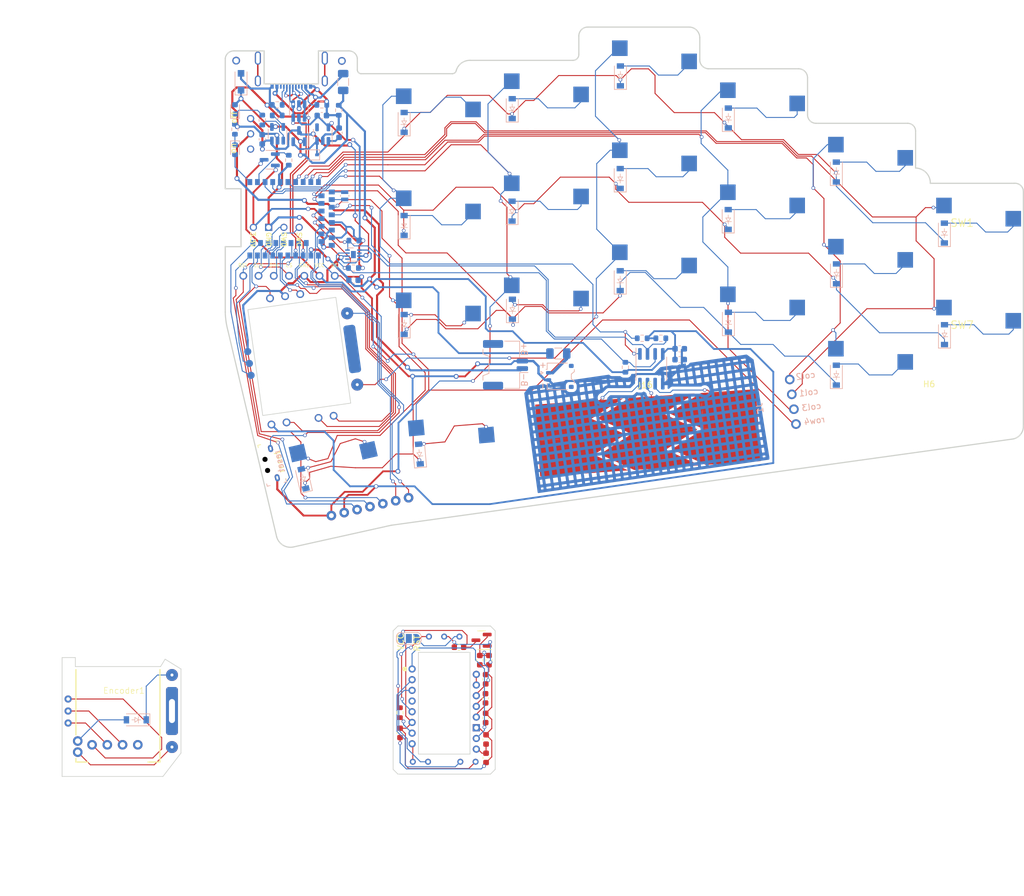
<source format=kicad_pcb>
(kicad_pcb (version 20211014) (generator pcbnew)
  (layers (0 "F.Cu" signal) (31 "B.Cu" signal) (34 "B.Paste" user) (35 "F.Paste" user) (36 "B.SilkS" user "B.Silkscreen") (37 "F.SilkS" user "F.Silkscreen") (38 "B.Mask" user) (39 "F.Mask" user) (44 "Edge.Cuts" user))
  (net 0 "")
  (net 1 "/mcu/VRAW")
  (net 2 "GND")
  (net 3 "Net-(D1-Pad2)")
  (net 4 "Net-(D2-Pad2)")
  (net 5 "Net-(D3-Pad2)")
  (net 6 "Net-(D4-Pad2)")
  (net 7 "Net-(D5-Pad2)")
  (net 8 "Net-(D6-Pad2)")
  (net 9 "Net-(D7-Pad2)")
  (net 10 "Net-(D8-Pad2)")
  (net 11 "Net-(D9-Pad2)")
  (net 12 "Net-(D10-Pad2)")
  (net 13 "Net-(D11-Pad2)")
  (net 14 "Net-(D12-Pad2)")
  (net 15 "Net-(D14-Pad2)")
  (net 16 "Net-(D15-Pad2)")
  (net 17 "Net-(D16-Pad2)")
  (net 18 "Net-(D17-Pad2)")
  (net 19 "/mcu/VBUS")
  (net 20 "Net-(C2-Pad1)")
  (net 21 "/mcu/nRF_VDD")
  (net 22 "/mcu/VBAT")
  (net 23 "Net-(C5-Pad1)")
  (net 24 "/trackball/GND")
  (net 25 "/trackball/1.8V")
  (net 26 "Net-(C8-Pad1)")
  (net 27 "Net-(C8-Pad2)")
  (net 28 "/trackball/3.3V")
  (net 29 "Net-(C12-Pad1)")
  (net 30 "/VCC")
  (net 31 "/keyboard/ROW_1")
  (net 32 "/keyboard/ROW_2")
  (net 33 "/keyboard/ROW_3")
  (net 34 "/encoder/ROW_4")
  (net 35 "Net-(D18-Pad2)")
  (net 36 "/mcu/BLUE_LED")
  (net 37 "/encoder/ENC_A")
  (net 38 "/encoder/ENC_B")
  (net 39 "/encoder/COL_4")
  (net 40 "/encoder/GND")
  (net 41 "Net-(F1-Pad2)")
  (net 42 "Net-(F2-Pad2)")
  (net 43 "/keyboard/COL_1")
  (net 44 "/keyboard/COL_2")
  (net 45 "/keyboard/COL_3")
  (net 46 "/MUX2")
  (net 47 "/mcu/0.22{slash}hi")
  (net 48 "/mcu/1.02")
  (net 49 "/mcu/1.04")
  (net 50 "/mcu/1.00{slash}hi")
  (net 51 "Net-(J12-PadA5)")
  (net 52 "/mcu/D+")
  (net 53 "/mcu/D-")
  (net 54 "Net-(J12-PadB5)")
  (net 55 "unconnected-(J12-PadS1)")
  (net 56 "Net-(J16-Pad1)")
  (net 57 "Net-(J16-Pad2)")
  (net 58 "Net-(J16-Pad3)")
  (net 59 "/mcu/VCC_CTRL")
  (net 60 "Net-(R6-Pad2)")
  (net 61 "Net-(R7-Pad1)")
  (net 62 "/mcu/SDA")
  (net 63 "/mcu/SCL")
  (net 64 "/touchbar/INT")
  (net 65 "/keyboard/COL_5")
  (net 66 "/keyboard/COL_6")
  (net 68 "/mcu/RESET")
  (net 71 "/trackball/SDIO")
  (net 72 "/trackball/SCLK")
  (net 74 "/trackball/NCS")
  (net 75 "/trackball/NRESET")
  (net 76 "/trackball/MOTION")
  (net 77 "Net-(U6-Pad15)")
  (net 78 "Net-(U1-Pad13)")
  (net 79 "Net-(U1-Pad11)")
  (net 80 "/MUX1")
  (net 81 "/mcu/0.12{slash}hi")
  (net 83 "/mcu/0.15{slash}hi")
  (net 84 "/mcu/0.17{slash}hi")
  (net 85 "/mcu/SWD")
  (net 86 "/mcu/SWC")
  (net 87 "/mcu/1.06")
  (net 88 "/mcu/0.10{slash}nfc")
  (net 91 "/mcu/0.24")
  (net 92 "/mcu/0.13")
  (net 93 "Net-(JP1-Pad2)")
  (net 94 "/ROW4")
  (net 95 "/COL4")
  (net 96 "/MUX3")
  (net 97 "Net-(R13-Pad2)")
  (net 98 "Net-(D19-Pad2)")
  (net 99 "Net-(D20-Pad2)")
  (net 100 "Net-(D21-Pad2)")
  (net 101 "Net-(D23-Pad1)")
  (net 102 "Net-(D24-Pad1)")
  (footprint "Capacitor_SMD:C_0603_1608Metric" (layer "F.Cu") (at 120.804 141.526 -90)
    (fp_text reference "C6" hide)
    (fp_text value "100n")
  )
  (footprint "Capacitor_SMD:C_0603_1608Metric" (layer "F.Cu") (at 120.254 151.156 90)
    (fp_text reference "C5" hide)
    (fp_text value "10n")
  )
  (footprint "mylib:Kailh_Choc_Hotplug" (layer "F.Cu") (at 127.878745 68.031463)
    (fp_text reference "SW11" hide)
    (fp_text value "SW_PUSH-kbd" hide)
  )
  (footprint "mylib:Kailh_Choc_Hotplug" (layer "F.Cu") (at 93.51134 112.081463 13)
    (fp_text reference "SW20" hide)
    (fp_text value "SW_PUSH-kbd" hide)
  )
  (footprint "mylib:Conn_Display_MountHole" (layer "F.Cu") (at 87.5 77.5)
    (fp_text reference "J9" hide)
    (fp_text value "Conn_Display_general")
  )
  (footprint "mylib:PMW3610-Ref-Male" (layer "F.Cu") (at 108 143)
    (fp_text reference "J3" hide)
    (fp_text value "Conn_01x07")
    (fp_line (start -2.35 17.52) (end -3.15 16.72) (layer "Edge.Cuts") (width 0.12))
    (fp_line (start 13.85 -6.37) (end 13.85 16.72) (layer "Edge.Cuts") (width 0.12))
    (fp_line (start -3.15 16.72) (end -3.15 -6.37) (layer "Edge.Cuts") (width 0.12))
    (fp_line (start 13.05 17.52) (end -2.35 17.52) (layer "Edge.Cuts") (width 0.12))
    (fp_line (start 13.05 -7.17) (end 13.85 -6.37) (layer "Edge.Cuts") (width 0.12))
    (fp_line (start 13.85 16.72) (end 13.05 17.52) (layer "Edge.Cuts") (width 0.12))
    (fp_line (start -2.35 -7.17) (end 13.05 -7.17) (layer "Edge.Cuts") (width 0.12))
    (fp_line (start -3.15 -6.37) (end -2.35 -7.17) (layer "Edge.Cuts") (width 0.12))
  )
  (footprint "mylib:Kailh_Choc_Hotplug" (layer "F.Cu") (at 145.878745 62.531463)
    (fp_text reference "SW10" hide)
    (fp_text value "SW_PUSH-kbd" hide)
  )
  (footprint "mylib:Kailh_Choc_Hotplug" (layer "F.Cu") (at 145.878745 45.531463)
    (fp_text reference "SW4" hide)
    (fp_text value "SW_PUSH-kbd" hide)
  )
  (footprint "mylib:TouchSlider-3_36x12mm" (layer "F.Cu") (at 147.3 103.658272 4)
    (fp_text reference "J16")
    (fp_text value "Conn_01x03_Male")
  )
  (footprint "mylib:Kailh_Choc_Hotplug" (layer "F.Cu") (at 163.878745 86.531463)
    (fp_text reference "SW15" hide)
    (fp_text value "SW_PUSH-kbd" hide)
  )
  (footprint "mylib:Panasonic_EVQWGD001_Ref" (layer "F.Cu") (at 90.104 90.8 98)
    (fp_text reference "Ref1" hide)
    (fp_text value "Conn_01x05")
    (fp_rect (start -8.9 -8.3) (end 8.9 6.5) (layer "Edge.Cuts") (width 0.12) (fill none))
  )
  (footprint "mylib:Kailh_Choc_Hotplug" (layer "F.Cu") (at 181.878745 61.592)
    (fp_text reference "SW2" hide)
    (fp_text value "SW_PUSH-kbd" hide)
  )
  (footprint "mylib:Kailh_Choc_Hotplug" (layer "F.Cu") (at 109.878745 70.531463)
    (fp_text reference "SW12" hide)
    (fp_text value "SW_PUSH-kbd" hide)
  )
  (footprint "mylib:Kailh_Choc_Hotplug" (layer "F.Cu") (at 199.878745 71.736537)
    (fp_text reference "SW1")
    (fp_text value "SW_PUSH-kbd" hide)
  )
  (footprint "Connector_PinHeader_2.54mm:PinHeader_1x04_P2.54mm_Vertical" (layer "F.Cu") (at 89.184 69.426 -90)
    (fp_text reference "J11" hide)
    (fp_text value "Conn_01x04_Female")
  )
  (footprint "MountingHole:MountingHole_3.2mm_M3_DIN965" (layer "F.Cu") (at 154.884 45.686)
    (fp_text reference "H4" hide)
    (fp_text value "MountingHole")
  )
  (footprint "Capacitor_SMD:C_0603_1608Metric" (layer "F.Cu") (at 115.814 139.366)
    (fp_text reference "C9" hide)
    (fp_text value "1u")
  )
  (footprint "mylib:Panasonic_EVQWGD001_Latest" (layer "F.Cu") (at 60 150 90)
    (fp_text reference "Encoder1" hide)
    (fp_text value "RotaryEncoder")
  )
  (footprint "Capacitor_SMD:C_0603_1608Metric" (layer "F.Cu") (at 120.324 157.806 -90)
    (fp_text reference "C12" hide)
    (fp_text value " 10u (X7R)")
  )
  (footprint "mylib:Kailh_Choc_Hotplug" (layer "F.Cu") (at 127.878745 51.031463)
    (fp_text reference "SW5" hide)
    (fp_text value "SW_PUSH-kbd" hide)
  )
  (footprint "mylib:SW_BSI10" (layer "F.Cu") (at 77.8 53.848 90)
    (fp_text reference "SW_Bat1" hide)
    (fp_text value "SW_Battery-kbd")
  )
  (footprint "mylib:Kailh_Choc_Hotplug" (layer "F.Cu") (at 109.878745 53.531463)
    (fp_text reference "SW6" hide)
    (fp_text value "SW_PUSH-kbd" hide)
  )
  (footprint "mylib:Kailh_Choc_Hotplug" (layer "F.Cu") (at 112.471585 108.481463 5)
    (fp_text reference "SW19" hide)
    (fp_text value "SW_PUSH-kbd" hide)
  )
  (footprint "mylib:Kailh_Choc_Hotplug" (layer "F.Cu") (at 163.878745 69.531463)
    (fp_text reference "SW9" hide)
    (fp_text value "SW_PUSH-kbd" hide)
  )
  (footprint "Package_TO_SOT_SMD:SOT-23" (layer "F.Cu") (at 119.574 138.206 180)
    (fp_text reference "U7" hide)
    (fp_text value "MCP1700-1802E-TT")
  )
  (footprint "MountingHole:MountingHole_3.2mm_M3_DIN965" (layer "F.Cu") (at 117.678745 43.956463)
    (fp_text reference "H2" hide)
    (fp_text value "MountingHole")
  )
  (footprint "mylib:Kailh_Choc_Hotplug" (layer "F.Cu") (at 109.878745 87.531463)
    (fp_text reference "SW18" hide)
    (fp_text value "SW_PUSH-kbd" hide)
  )
  (footprint "MountingHole:MountingHole_3.2mm_M3_DIN965" (layer "F.Cu") (at 101.578745 99.131463)
    (fp_text reference "H3" hide)
    (fp_text value "MountingHole")
  )
  (footprint "Capacitor_SMD:C_0603_1608Metric" (layer "F.Cu") (at 119.284 141.526 -90)
    (fp_text reference "C10" hide)
    (fp_text value "1u")
  )
  (footprint "mylib:Kailh_Choc_Hotplug" (layer "F.Cu") (at 145.878745 79.531463)
    (fp_text reference "SW16" hide)
    (fp_text value "SW_PUSH-kbd" hide)
  )
  (footprint "Resistor_SMD:R_0603_1608Metric" (layer "F.Cu") (at 105.974 150.276 -90)
    (fp_text reference "R13" hide)
    (fp_text value "2M")
  )
  (footprint "MountingHole:MountingHole_3.2mm_M3_DIN965" (layer "F.Cu") (at 194.134 102.286)
    (fp_text reference "H6")
    (fp_text value "MountingHole")
  )
  (footprint "Capacitor_SMD:C_0603_1608Metric" (layer "F.Cu") (at 120.259 144.706 90)
    (fp_text reference "C7" hide)
    (fp_text value "3.3u/16V")
  )
  (footprint "MountingHole:MountingHole_3.2mm_M3_DIN965" (layer "F.Cu") (at 191.284 62.586537)
    (fp_text reference "H1" hide)
    (fp_text value "MountingHole")
  )
  (footprint "mylib:Kailh_Choc_Hotplug" (layer "F.Cu") (at 163.878745 52.531463)
    (fp_text reference "SW3" hide)
    (fp_text value "SW_PUSH-kbd" hide)
  )
  (footprint "Capacitor_SMD:C_0603_1608Metric" (layer "F.Cu") (at 120.234 147.886 -90)
    (fp_text reference "C8" hide)
    (fp_text value " 100n (X7R)")
  )
  (footprint "mylib:Kailh_Choc_Hotplug" (layer "F.Cu") (at 181.878745 95.592)
    (fp_text reference "SW14" hide)
    (fp_text value "SW_PUSH-kbd" hide)
  )
  (footprint "mylib:PMW3610" (layer "F.Cu") (at 108 143)
    (fp_text reference "U6" hide)
    (fp_text value "PMW3610")
    (fp_line (start 1.05 -2.78) (end 1.05 14.18) (layer "Edge.Cuts") (width 0.12))
    (fp_line (start 1.05 -2.78) (end 9.65 -2.78) (layer "Edge.Cuts") (width 0.12))
    (fp_line (start 1.05 14.18) (end 9.65 14.18) (layer "Edge.Cuts") (width 0.12))
    (fp_line (start 9.65 -2.78) (end 9.65 14.18) (layer "Edge.Cuts") (width 0.12))
  )
  (footprint "mylib:Kailh_Choc_Hotplug" (layer "F.Cu") (at 199.878745 88.736537)
    (fp_text reference "SW7")
    (fp_text value "SW_PUSH-kbd" hide)
  )
  (footprint "mylib:Kailh_Choc_Hotplug" (layer "F.Cu") (at 127.878745 85.031463)
    (fp_text reference "SW17" hide)
    (fp_text value "SW_PUSH-kbd" hide)
  )
  (footprint "Capacitor_SMD:C_0603_1608Metric" (layer "F.Cu") (at 120.324 154.736 90)
    (fp_text reference "C13" hide)
    (fp_text value " 10n (X7R)")
  )
  (footprint "mylib:Kailh_Choc_Hotplug" (layer "F.Cu") (at 181.878745 78.592)
    (fp_text reference "SW8" hide)
    (fp_text value "SW_PUSH-kbd" hide)
  )
  (footprint "MountingHole:MountingHole_3.2mm_M3_DIN965" (layer "F.Cu") (at 123.528745 112.461463)
    (fp_text reference "H5" hide)
    (fp_text value "MountingHole")
  )
  (footprint "mylib:Panasonic_EVQWGD001_Ref_Male" (layer "F.Cu") (at 60 150 90)
    (fp_text reference "J5" hide)
    (fp_text value "Conn_01x05")
    (fp_line (start 8.9 -8.1) (end 7.4 -8.1) (layer "Edge.Cuts") (width 0.12))
    (fp_line (start -10.9 -10.3) (end 8.9 -10.3) (layer "Edge.Cuts") (width 0.12))
    (fp_line (start 8.9 -10.3) (end 8.9 -8.1) (layer "Edge.Cuts") (width 0.12))
    (fp_line (start 7.4 6.1) (end 8.636 6.858) (layer "Edge.Cuts") (width 0.12))
    (fp_line (start 7.4 -8.1) (end 7.4 6.1) (layer "Edge.Cuts") (width 0.12))
    (fp_line (start -7 9.5) (end -10.9 6.5) (layer "Edge.Cuts") (width 0.12))
    (fp_line (start -10.9 6.5) (end -10.9 -10.3) (layer "Edge.Cuts") (width 0.12))
    (fp_line (start 8.636 6.858) (end 7 9.5) (layer "Edge.Cuts") (width 0.12))
    (fp_line (start 7 9.5) (end -7 9.5) (layer "Edge.Cuts") (width 0.12))
  )
  (footprint "Capacitor_SMD:C_0603_1608Metric" (layer "F.Cu") (at 105.994 153.646 -90)
    (fp_text reference "C11" hide)
    (fp_text value "100n")
  )
  (footprint "Resistor_SMD:R_0603_1608Metric" (layer "B.Cu") (at 98.235 76.2 180)
    (fp_text reference "R9" hide)
    (fp_text value "5.1k")
  )
  (footprint "mylib:Diode" (layer "B.Cu") (at 160.684 51.206 90)
    (fp_text reference "D3" hide)
    (fp_text value "1N4148W" hide)
  )
  (footprint "Fuse:Fuse_1206_3216Metric" (layer "B.Cu") (at 96.52 45.212 90)
    (fp_text reference "F1" hide)
    (fp_text value "500mA")
  )
  (footprint "mylib:Diode" (layer "B.Cu") (at 124.684 49.646 90)
    (fp_text reference "D5" hide)
    (fp_text value "1N4148W" hide)
  )
  (footprint "Resistor_SMD:R_0603_1608Metric" (layer "B.Cu") (at 146.332 87.906 180)
    (fp_text reference "R12" hide)
    (fp_text value "10k")
  )
  (footprint "mylib:Diode" (layer "B.Cu") (at 196.694 87.296537 90)
    (fp_text reference "D7" hide)
    (fp_text value "1N4148W" hide)
  )
  (footprint "mylib:Diode" (layer "B.Cu") (at 106.68 51.942 90)
    (fp_text reference "D6" hide)
    (fp_text value "1N4148W" hide)
  )
  (footprint "Capacitor_SMD:C_0603_1608Metric" (layer "B.Cu") (at 95.844 53.666 90)
    (fp_text reference "C2" hide)
    (fp_text value "10u")
  )
  (footprint "mylib:Diode" (layer "B.Cu") (at 196.674 70.376537 90)
    (fp_text reference "D1" hide)
    (fp_text value "1N4148W" hide)
  )
  (footprint "Resistor_SMD:R_0603_1608Metric" (layer "B.Cu") (at 143.538 92.732 90)
    (fp_text reference "R10" hide)
    (fp_text value "10k")
  )
  (footprint "mylib:nrfmicro_USB-C_C168688" (layer "B.Cu") (at 87.878743 45.531463 180)
    (fp_text reference "J12" hide)
    (fp_text value "USB-C USB 2.0 MC-372")
  )
  (footprint "mylib:Diode" (layer "B.Cu") (at 106.674 69.106 90)
    (fp_text reference "D12" hide)
    (fp_text value "1N4148W" hide)
  )
  (footprint "mylib:Diode" (layer "B.Cu") (at 124.654 66.726 90)
    (fp_text reference "D11" hide)
    (fp_text value "1N4148W" hide)
  )
  (footprint "mylib:Diode" (layer "B.Cu") (at 160.694 85.226 90)
    (fp_text reference "D15" hide)
    (fp_text value "1N4148W" hide)
  )
  (footprint "Crystal:Crystal_SMD_MicroCrystal_CM9V-T1A-2Pin_1.6x1.0mm" (layer "B.Cu") (at 96.774 64.17 90)
    (fp_text reference "X1" hide)
    (fp_text value "32.768 kHz")
  )
  (footprint "Diode_SMD:D_SOD-123F" (layer "B.Cu") (at 79.504 45.1685 90)
    (fp_text reference "D25" hide)
    (fp_text value "SMF9.0CA")
  )
  (footprint "mylib:MAX17048-TDFN-8-1EP_2x2mm_P0.5mm_EP0.8x1.2mm" (layer "B.Cu") (at 98.226 73.96 180)
    (fp_text reference "U4" hide)
    (fp_text value "MAX17048")
  )
  (footprint "mylib:Diode" (layer "B.Cu") (at 109.22 107.188 95)
    (fp_text reference "D19" hide)
    (fp_text value "1N4148W" hide)
  )
  (footprint "Resistor_SMD:R_0603_1608Metric" (layer "B.Cu") (at 85.534 50.786)
    (fp_text reference "R7" hide)
    (fp_text value "5K")
  )
  (footprint "mylib:Diode" (layer "B.Cu") (at 124.714 83.058 90)
    (fp_text reference "D17" hide)
    (fp_text value "1N4148W" hide)
  )
  (footprint "mylib:JST_ACH_BM02B-ACHSS-GAN-ETF_1x02-1MP_P1.20mm_Vertical" (layer "B.Cu") (at 132.616 94.256 -90)
    (fp_text reference "WirelessCharger1" hide)
    (fp_text value "Conn_01x02_Female" hide)
  )
  (footprint "Capacitor_SMD:C_0603_1608Metric" (layer "B.Cu") (at 92.964 50.8)
    (fp_text reference "C3" hide)
    (fp_text value "4.7u")
  )
  (footprint "Capacitor_SMD:C_0603_1608Metric" (layer "B.Cu") (at 152.584 89.656)
    (fp_text reference "C15" hide)
    (fp_text value "1uF")
  )
  (footprint "mylib:E73-2G4M08S1C-52840" (layer "B.Cu") (at 95 68 180)
    (fp_text reference "U1" hide)
    (fp_text value "E73-2G4M08S1C" hide)
  )
  (footprint "LED_SMD:LED_0603_1608Metric" (layer "B.Cu") (at 78.5 56.5 -90)
    (fp_text reference "D23" hide)
    (fp_text value "BLUE")
  )
  (footprint "Capacitor_SMD:C_0603_1608Metric" (layer "B.Cu") (at 83.034 54.756 90)
    (fp_text reference "C4" hide)
    (fp_text value "0.1u")
  )
  (footprint "Package_TO_SOT_SMD:SOT-23-5" (layer "B.Cu") (at 93.114 53.896 90)
    (fp_text reference "U3" hide)
    (fp_text value "XC6220B331MR-G")
  )
  (footprint "mylib:Diode" (layer "B.Cu") (at 178.674 94.046537 90)
    (fp_text reference "D14" hide)
    (fp_text value "1N4148W" hide)
  )
  (footprint "Capacitor_SMD:C_0603_1608Metric" (layer "B.Cu") (at 98.236 78.232)
    (fp_text reference "C1" hide)
    (fp_text value "4.7u")
  )
  (footprint "Resistor_SMD:R_0603_1608Metric" (layer "B.Cu") (at 149.443 87.906)
    (fp_text reference "R11" hide)
    (fp_text value "10k")
  )
  (footprint "Resistor_SMD:R_0603_1608Metric" (layer "B.Cu") (at 92.964 49.022 180)
    (fp_text reference "R2" hide)
    (fp_text value "5.1K")
  )
  (footprint "mylib:SW_Reset_vertical" (layer "B.Cu") (at 82.885306 109.191694 -77)
    (fp_text reference "SW_Reset1" hide)
    (fp_text value "SW_RESET-kbd")
  )
  (footprint "Package_TO_SOT_SMD:SOT-23" (layer "B.Cu") (at 89.154 54.226 90)
    (fp_text reference "Q1" hide)
    (fp_text value "AO3407")
  )
  (footprint "mylib:Diode" (layer "B.Cu") (at 62.064 151.466 180)
    (fp_text reference "D21" hide)
    (fp_text value "1N4148W" hide)
  )
  (footprint "Resistor_SMD:R_0603_1608Metric" (layer "B.Cu") (at 78.486 53.086 90)
    (fp_text reference "R4" hide)
    (fp_text value "1K")
  )
  (footprint "mylib:Molex_Panelmate_53780-0270_1x02-1MP_P1.25mm_Horizontal" (layer "B.Cu") (at 123.564 92.326 90)
    (fp_text reference "Bat_main1" hide)
    (fp_text value "Conn_Battery_solderable")
  )
  (footprint "Fuse:Fuse_1206_3216Metric" (layer "B.Cu") (at 132.362 90.446)
    (fp_text reference "F2" hide)
    (fp_text value "500mA")
  )
  (footprint "mylib:Diode" (layer "B.Cu") (at 142.674 61.286 90)
    (fp_text reference "D10" hide)
    (fp_text value "1N4148W" hide)
  )
  (footprint "Resistor_SMD:R_0603_1608Metric" (layer "B.Cu") (at 95.784 49.916 -90)
    (fp_text reference "R3" hide)
    (fp_text value "100K")
  )
  (footprint "Resistor_SMD:R_0603_1608Metric" (layer "B.Cu") (at 85.534 49.022 180)
    (fp_text reference "R1" hide)
    (fp_text value "5.1K")
  )
  (footprint "mylib:Diode" (layer "B.Cu") (at 142.674 78.306 90)
    (fp_text reference "D16" hide)
    (fp_text value "1N4148W" hide)
  )
  (footprint "Package_TO_SOT_SMD:SOT-23" (layer "B.Cu") (at 84.284 58.166 180)
    (fp_text reference "Q2" hide)
    (fp_text value "AO3407")
  )
  (footprint "mylib:SRV05-4" (layer "B.Cu") (at 89.144 50.038 -90)
    (fp_text reference "U2" hide)
    (fp_text value "SRV05-4")
  )
  (footprint "mylib:Diode" (layer "B.Cu") (at 178.694 77.166537 90)
    (fp_text reference "D8" hide)
    (fp_text value "1N4148W" hide)
  )
  (footprint "Package_TO_SOT_SMD:SOT-23-5" (layer "B.Cu") (at 85.594 53.836 90)
    (fp_text reference "U5" hide)
    (fp_text value "TP4054")
  )
  (footprint "Resistor_SMD:R_0603_1608Metric" (layer "B.Cu") (at 83.044 51.546 -90)
    (fp_text reference "R6" hide)
    (fp_text value "1K")
  )
  (footprint "mylib:Magnetic-PogoPin-1x07-Male" (layer "B.Cu") (at 100.984 115.956 13)
    (fp_text reference "J10" hide)
    (fp_text value "Conn_01x07")
  )
  (footprint "mylib:Diode" (layer "B.Cu") (at 160.664 68.116 90)
    (fp_text reference "D9" hide)
    (fp_text value "1N4148W" hide)
  )
  (footprint "mylib:PMW3610-Ref" (layer "B.Cu") (at 92.9 85.5 -172)
    (fp_text reference "Ref2" hide)
    (fp_text value "Conn_1x07")
  )
  (footprint "Resistor_SMD:R_0603_1608Metric" (layer "B.Cu") (at 87.454 58.236 -90)
    (fp_text reference "R5" hide)
    (fp_text value "2M")
  )
  (footprint "Resistor_SMD:R_0603_1608Metric" (layer "B.Cu") (at 98.298 71.628 180)
    (fp_text reference "R8" hide)
    (fp_text value "5.1k")
  )
  (footprint "mylib:Diode" (layer "B.Cu") (at 106.68 85.598 90)
    (fp_text reference "D18" hide)
    (fp_text value "1N4148W" hide)
  )
  (footprint "LED_SMD:LED_0603_1608Metric" (layer "B.Cu") (at 78.5 49.784 90)
    (fp_text reference "D24" hide)
    (fp_text value "RED")
  )
  (footprint "mylib:Diode" (layer "B.Cu") (at 89.916 111.308 103)
    (fp_text reference "D20" hide)
    (fp_text value "1N4148W" hide)
  )
  (footprint "mylib:Diode" (layer "B.Cu") (at 178.674 60.206537 90)
    (fp_text reference "D2" hide)
    (fp_text value "1N4148W" hide)
  )
  (footprint "Package_SO:SOIC-8_3.9x4.9mm_P1.27mm" (layer "B.Cu") (at 147.856 92.986 -90)
    (fp_text reference "U8" hide)
    (fp_text value "CAP1203")
  )
  (footprint "Diode_SMD:D_SOD-323" (layer "B.Cu") (at 91.104 57.356 180)
    (fp_text reference "D22" hide)
    (fp_text value "BAT60B")
  )
  (footprint "Capacitor_SMD:C_0603_1608Metric" (layer "B.Cu") (at 152.574 91.456)
    (fp_text reference "C14" hide)
    (fp_text value "0.1uF")
  )
  (footprint "mylib:Diode" (layer "B.Cu") (at 142.704 44.196 90)
    (fp_text reference "D4" hide)
    (fp_text value "1N4148W" hide)
  )
  (footprint "Jumper:SolderJumper-3_P1.3mm_Open_RoundedPad1.0x1.5mm_NumberLabels" (layer "B.Cu") (at 107.454 137.916 180)
    (fp_text reference "JP1" hide)
    (fp_text value "SolderJumper_3_Open")
  )
  (footprint "mylib:Magnetic-PogoPin-1x04-Female" (layer "B.Cu") (at 171.434 98.483835 -82)
    (fp_text reference "J1")
    (fp_text value "expantion1")
  )
  (gr_line (start 157.328743 43.006463) (end 172.378743 43.006463) (layer "Edge.Cuts") (width 0.2))
  (gr_arc (start 154.233743 36.061463) (mid 155.438805 36.621321) (end 155.928743 37.856463) (layer "Edge.Cuts") (width 0.2))
  (gr_line (start 175.278743 52.092) (end 190.528743 52.092) (layer "Edge.Cuts") (width 0.2))
  (gr_arc (start 115.373629 43.255698) (mid 115.152929 43.657538) (end 114.728743 43.831463) (layer "Edge.Cuts") (width 0.2))
  (gr_line (start 79.502 72.644) (end 76.878743 72.644) (layer "Edge.Cuts") (width 0.2))
  (gr_line (start 77.328743 86.656463) (end 85.438743 120.976463) (layer "Edge.Cuts") (width 0.2))
  (gr_arc (start 135.778938 37.54105) (mid 136.222437 36.490666) (end 137.278743 36.061463) (layer "Edge.Cuts") (width 0.2))
  (gr_arc (start 175.278743 52.092) (mid 174.283616 51.669449) (end 173.878743 50.667) (layer "Edge.Cuts") (width 0.2))
  (gr_line (start 83.348743 45.531463) (end 92.398743 45.531463) (layer "Edge.Cuts") (width 0.2))
  (gr_line (start 79.502 62.992) (end 79.502 72.644) (layer "Edge.Cuts") (width 0.2))
  (gr_line (start 83.348743 40.033963) (end 83.348743 45.531463) (layer "Edge.Cuts") (width 0.2))
  (gr_line (start 97.378743 40.031463) (end 92.398743 40.033963) (layer "Edge.Cuts") (width 0.2))
  (gr_arc (start 172.378743 43.006463) (mid 173.439403 43.445803) (end 173.878743 44.506463) (layer "Edge.Cuts") (width 0.2))
  (gr_line (start 117.678743 41.606463) (end 134.828743 41.606463) (layer "Edge.Cuts") (width 0.2))
  (gr_line (start 191.878743 53.367) (end 191.878743 59.546537) (layer "Edge.Cuts") (width 0.2))
  (gr_arc (start 97.378743 40.031463) (mid 98.379645 40.35538) (end 98.878743 41.281463) (layer "Edge.Cuts") (width 0.2))
  (gr_line (start 173.878743 44.506463) (end 173.878743 50.667) (layer "Edge.Cuts") (width 0.2))
  (gr_line (start 104.503743 119.056463) (end 88.198743 122.676463) (layer "Edge.Cuts") (width 0.2))
  (gr_arc (start 191.878743 59.546537) (mid 193.632422 60.308034) (end 194.334 62.086532) (layer "Edge.Cuts") (width 0.2))
  (gr_arc (start 190.528743 52.092) (mid 191.467805 52.449905) (end 191.878743 53.367) (layer "Edge.Cuts") (width 0.2))
  (gr_line (start 137.278743 36.061463) (end 154.233743 36.061463) (layer "Edge.Cuts") (width 0.2))
  (gr_arc (start 88.198743 122.676463) (mid 86.485968 122.366733) (end 85.438743 120.976463) (layer "Edge.Cuts") (width 0.2))
  (gr_line (start 104.503743 119.056463) (end 208.1918 104.669987) (layer "Edge.Cuts") (width 0.2))
  (gr_line (start 155.928743 37.856463) (end 155.928743 41.426) (layer "Edge.Cuts") (width 0.2))
  (gr_arc (start 77.328743 86.656463) (mid 77.008697 85.10765) (end 76.878743 83.531463) (layer "Edge.Cuts") (width 0.2))
  (gr_arc (start 99.454743 43.831463) (mid 99.056305 43.620742) (end 98.878743 43.206463) (layer "Edge.Cuts") (width 0.2))
  (gr_arc (start 115.373629 43.255698) (mid 116.24686 42.040671) (end 117.678743 41.606463) (layer "Edge.Cuts") (width 0.2))
  (gr_line (start 76.878743 62.992) (end 76.878743 41.281463) (layer "Edge.Cuts") (width 0.2))
  (gr_line (start 98.878743 43.206463) (end 98.878743 41.281463) (layer "Edge.Cuts") (width 0.2))
  (gr_line (start 194.334 62.086532) (end 208.308 62.086532) (layer "Edge.Cuts") (width 0.2))
  (gr_arc (start 209.831984 102.535003) (mid 209.388821 103.892068) (end 208.1918 104.669987) (layer "Edge.Cuts") (width 0.2))
  (gr_line (start 209.832 63.346537) (end 209.831984 102.535003) (layer "Edge.Cuts") (width 0.2))
  (gr_line (start 92.398743 45.531463) (end 92.398743 40.033963) (layer "Edge.Cuts") (width 0.2))
  (gr_line (start 83.348743 40.033963) (end 78.378743 40.031463) (layer "Edge.Cuts") (width 0.2))
  (gr_arc (start 76.878743 41.281463) (mid 77.381918 40.360273) (end 78.378743 40.031463) (layer "Edge.Cuts") (width 0.2))
  (gr_line (start 135.778743 40.606463) (end 135.778743 37.541063) (layer "Edge.Cuts") (width 0.2))
  (gr_line (start 76.878743 62.992) (end 79.502 62.992) (layer "Edge.Cuts") (width 0.2))
  (gr_arc (start 208.308 62.086532) (mid 209.330956 62.400904) (end 209.832 63.346537) (layer "Edge.Cuts") (width 0.2))
  (gr_line (start 76.878743 83.531463) (end 76.878743 72.644) (layer "Edge.Cuts") (width 0.2))
  (gr_arc (start 157.328743 43.006463) (mid 156.301419 42.506181) (end 155.928743 41.426) (layer "Edge.Cuts") (width 0.2))
  (gr_arc (start 135.778742 40.60646) (mid 135.51085 41.303213) (end 134.828743 41.606463) (layer "Edge.Cuts") (width 0.2))
  (gr_line (start 99.454743 43.831463) (end 114.728743 43.831463) (layer "Edge.Cuts") (width 0.2))
  (gr_text "VCC" (at 106.104 138.456 90) (layer "F.SilkS") (effects (font (size 1 1))))
  (gr_text "RST" (at 108.834 138.716 90) (layer "F.SilkS") (effects (font (size 1 1))))
  (segment (start 93.986 65.518) (end 95.056 66.588) (width 0.35) (layer "F.Cu") (net 1))
  (segment (start 102.164 87.68) (end 107.216 92.732) (width 0.35) (layer "F.Cu") (net 1))
  (segment (start 102.49552 68.95752) (end 102.49552 78.10552) (width 0.35) (layer "F.Cu") (net 1))
  (segment (start 95.056 66.588) (end 100.126 66.588) (width 0.35) (layer "F.Cu") (net 1))
  (segment (start 100.126 66.588) (end 102.49552 68.95752) (width 0.35) (layer "F.Cu") (net 1))
  (segment (start 79.766 55.148) (end 78.826 56.088) (width 0.35) (layer "F.Cu") (net 1))
  (segment (start 79.8 55.148) (end 79.766 55.148) (width 0.35) (layer "F.Cu") (net 1))
  (segment (start 78.826 56.088) (end 78.826 61.288) (width 0.35) (layer "F.Cu") (net 1))
  (segment (start 102.49552 78.10552) (end 103.152 78.762) (width 0.35) (layer "F.Cu") (net 1))
  (segment (start 81.1 53.848) (end 79.8 55.148) (width 0.35) (layer "F.Cu") (net 1))
  (segment (start 102.164 80.766) (end 102.164 87.68) (width 0.35) (layer "F.Cu") (net 1))
  (segment (start 103.152 79.778) (end 102.164 80.766) (width 0.35) (layer "F.Cu") (net 1))
  (segment (start 90.056 64.938) (end 90.636 65.518) (width 0.35) (layer "F.Cu") (net 1))
  (segment (start 103.152 78.762) (end 103.152 79.778) (width 0.35) (layer "F.Cu") (net 1))
  (segment (start 90.636 65.518) (end 93.986 65.518) (width 0.35) (layer "F.Cu") (net 1))
  (via (at 107.216 92.732) (size 0.8) (drill 0.5) (layers "F.Cu" "B.Cu") (net 1))
  (via (at 78.826 61.288) (size 0.8) (drill 0.5) (layers "F.Cu" "B.Cu") (net 1))
  (via (at 90.056 64.938) (size 0.8) (drill 0.5) (layers "F.Cu" "B.Cu") (net 1))
  (segment (start 82.376 64.838) (end 89.956 64.838) (width 0.35) (layer "B.Cu") (net 1))
  (segment (start 126.364 92.951) (end 126.075 93.24) (width 0.35) (layer "B.Cu") (net 1))
  (segment (start 107.724 93.24) (end 107.216 92.732) (width 0.35) (layer "B.Cu") (net 1))
  (segment (start 89.956 64.838) (end 90.056 64.938) (width 0.35) (layer "B.Cu") (net 1))
  (segment (start 78.826 61.288) (end 82.376 64.838) (width 0.35) (layer "B.Cu") (net 1))
  (segment (start 126.075 93.24) (end 107.724 93.24) (width 0.35) (layer "B.Cu") (net 1))
  (segment (start 118.920406 92.150309) (end 116.814715 94.256) (width 0.3) (layer "F.Cu") (net 2))
  (segment (start 107.418077 94.236) (end 101.324 88.141923) (width 0.3) (layer "F.Cu") (net 2))
  (segment (start 89.901988 50.972012) (end 85.760012 50.972012) (width 0.35) (layer "F.Cu") (net 2))
  (segment (start 99.596 79.524) (end 99.596 77.6635) (width 0.3) (layer "F.Cu") (net 2))
  (segment (start 80.906 46.118) (end 83.856 49.068) (width 0.35) (layer "F.Cu") (net 2))
  (segment (start 93.286 71.338) (end 89.716 67.768) (width 0.35) (layer "F.Cu") (net 2))
  (segment (start 89.716 67.768) (end 89.216 67.768) (width 0.35) (layer "F.Cu") (net 2))
  (segment (start 78.883 50.275) (end 78.056 49.448) (width 0.35) (layer "F.Cu") (net 2))
  (segment (start 101.324 88.141923) (end 101.324 81.252) (width 0.3) (layer "F.Cu") (net 2))
  (segment (start 85.542579 113.054579) (end 89.924 117.436) (width 0.35) (layer "F.Cu") (net 2))
  (segment (start 86.056701 80.103299) (end 86.850531 80.897129) (width 0.35) (layer "F.Cu") (net 2))
  (segment (start 85.542579 111.143974) (end 85.542579 113.054579) (width 0.35) (layer "F.Cu") (net 2))
  (segment (start 92.406 48.468) (end 89.901988 50.972012) (width 0.35) (layer "F.Cu") (net 2))
  (segment (start 105.634 110.066) (end 103.174 110.066) (width 0.3) (layer "F.Cu") (net 2))
  (segment (start 95.996 74.438) (end 96.176 74.438) (width 0.35) (layer "F.Cu") (net 2))
  (segment (start 94.466 72.728) (end 96.176 74.438) (width 0.2) (layer "F.Cu") (net 2))
  (segment (start 93.894 76.54) (end 95.996 74.438) (width 0.35) (layer "F.Cu") (net 2))
  (segment (start 78.056 49.448) (end 78.056 46.828) (width 0.35) (layer "F.Cu") (net 2))
  (segment (start 78.766 46.118) (end 80.906 46.118) (width 0.35) (layer "F.Cu") (net 2))
  (segment (start 86.336 58.788) (end 86.336 62.253998) (width 0.35) (layer "F.Cu") (net 2))
  (segment (start 92.202 46.482) (end 91.812 46.482) (width 0.35) (layer "F.Cu") (net 2))
  (segment (start 93.672511 78.539489) (end 93.894 78.318) (width 0.35) (layer "F.Cu") (net 2))
  (segment (start 93.766 48.468) (end 92.406 48.468) (width 0.35) (layer "F.Cu") (net 2))
  (segment (start 99.596 77.6635) (end 96.9735 77.6635) (width 0.3) (layer "F.Cu") (net 2))
  (segment (start 99.753511 113.486489) (end 96.773511 113.486489) (width 0.3) (layer "F.Cu") (net 2))
  (segment (start 103.174 110.066) (end 99.753511 113.486489) (width 0.3) (layer "F.Cu") (net 2))
  (segment (start 86.336 62.253998) (end 85.851998 62.738) (width 0.35) (layer "F.Cu") (net 2))
  (segment (start 89.924 117.436) (end 89.928677 117.440677) (width 0.3) (layer "F.Cu") (net 2))
  (segment (start 84.104 64.486) (end 84.104 69.426) (width 0.35) (layer "F.Cu") (net 2))
  (segment (start 85.852 62.738) (end 84.104 64.486) (width 0.35) (layer "F.Cu") (net 2))
  (segment (start 93.894 78.318) (end 93.894 76.54) (width 0.35) (layer "F.Cu") (net 2))
  (segment (start 95.532 76.222) (end 95.532 75.082) (width 0.3) (layer "F.Cu") (net 2))
  (segment (start 94.553158 115.706842) (end 94.553158 117.440677) (width 0.3) (layer "F.Cu") (net 2))
  (segment (start 93.286 72.728) (end 94.466 72.728) (width 0.2) (layer "F.Cu") (net 2))
  (segment (start 90.04 77.5) (end 91.079489 78.539489) (width 0.35) (layer "F.Cu") (net 2))
  (segment (start 91.079489 78.539489) (end 93.672511 78.539489) (width 0.35) (layer "F.Cu") (net 2))
  (segment (start 78.056 46.828) (end 78.766 46.118) (width 0.35) (layer "F.Cu") (net 2))
  (segment (start 87.424 78.736) (end 86.056701 80.103299) (width 0.35) (layer "F.Cu") (net 2))
  (segment (start 116.814715 94.256) (end 115.344 94.256) (width 0.3) (layer "F.Cu") (net 2))
  (segment (start 89.4 77.5) (end 88.164 78.736) (width 0.35) (layer "F.Cu") (net 2))
  (segment (start 96.773511 113.486489) (end 94.553158 115.706842) (width 0.3) (layer "F.Cu") (net 2))
  (segment (start 85.760012 50.972012) (end 83.856 49.068) (width 0.35) (layer "F.Cu") (net 2))
  (segment (start 108.084 94.236) (end 107.418077 94.236) (width 0.3) (layer "F.Cu") (net 2))
  (segment (start 101.324 81.252) (end 99.596 79.524) (width 0.3) (layer "F.Cu") (net 2))
  (segment (start 91.812 46.482) (end 89.186 49.108) (width 0.35) (layer "F.Cu") (net 2))
  (segment (start 88.164 78.736) (end 87.424 78.736) (width 0.35) (layer "F.Cu") (net 2))
  (segment (start 93.286 72.728) (end 93.286 71.338) (width 0.35) (layer "F.Cu") (net 2))
  (segment (start 89.186 49.108) (end 89.186 49.648) (width 0.35) (layer "F.Cu") (net 2))
  (segment (start 90.04 77.5) (end 89.4 77.5) (width 0.35) (layer "F.Cu") (net 2))
  (segment (start 92.202 46.482) (end 93.766 48.046) (width 0.35) (layer "F.Cu") (net 2))
  (segment (start 93.766 48.046) (end 93.766 48.468) (width 0.35) (layer "F.Cu") (net 2))
  (segment (start 95.532 75.082) (end 96.176 74.438) (width 0.3) (layer "F.Cu") (net 2))
  (segment (start 78.883 52.658) (end 78.883 50.275) (width 0.35) (layer "F.Cu") (net 2))
  (segment (start 85.476 57.928) (end 86.336 58.788) (width 0.35) (layer "F.Cu") (net 2))
  (segment (start 89.928677 117.440677) (end 94.553158 117.440677) (width 0.3) (layer "F.Cu") (net 2))
  (segment (start 85.476 54.078) (end 85.476 57.928) (width 0.35) (layer "F.Cu") (net 2))
  (segment (start 96.9735 77.6635) (end 95.532 76.222) (width 0.3) (layer "F.Cu") (net 2))
  (via (at 85.851998 62.738) (size 0.8) (drill 0.5) (layers "F.Cu" "B.Cu") (net 2))
  (via (at 108.084 94.236) (size 0.8) (drill 0.5) (layers "F.Cu" "B.Cu") (net 2))
  (via (at 92.202 46.482) (size 0.8) (drill 0.5) (layers "F.Cu" "B.Cu") (net 2))
  (via (at 99.596 77.6635) (size 0.8) (drill 0.5) (layers "F.Cu" "B.Cu") (net 2))
  (via (at 105.634 110.066) (size 0.8) (drill 0.5) (layers "F.Cu" "B.Cu") (net 2))
  (via (at 118.920406 92.150309) (size 0.8) (drill 0.5) (layers "F.Cu" "B.Cu") (net 2))
  (via (at 89.186 49.648) (size 0.8) (drill 0.5) (layers "F.Cu" "B.Cu") (net 2))
  (via (at 115.344 94.256) (size 0.8) (drill 0.5) (layers "F.Cu" "B.Cu") (net 2))
  (via (at 83.856 49.068) (size 0.8) (drill 0.5) (layers "F.Cu" "B.Cu") (net 2))
  (via (at 93.766 48.468) (size 0.8) (drill 0.5) (layers "F.Cu" "B.Cu") (net 2))
  (via (at 78.883 52.658) (size 0.8) (drill 0.5) (layers "F.Cu" "B.Cu") (net 2))
  (via (at 96.176 74.438) (size 0.8) (drill 0.5) (layers "F.Cu" "B.Cu") (net 2))
  (via (at 89.216 67.768) (size 0.8) (drill 0.5) (layers "F.Cu" "B.Cu") (net 2))
  (via (at 93.286 72.728) (size 0.8) (drill 0.5) (layers "F.Cu" "B.Cu") (net 2))
  (via (at 85.476 54.078) (size 0.8) (drill 0.5) (layers "F.Cu" "B.Cu") (net 2))
  (segment (start 108.084 99.636) (end 108.084 94.236) (width 0.3) (layer "B.Cu") (net 2))
  (segment (start 145.334 93.866) (end 144.182 95.018) (width 0.35) (layer "B.Cu") (net 2))
  (segment (start 96.176 74.838) (end 96.176 74.438) (width 0.2) (layer "B.Cu") (net 2))
  (segment (start 79.504 44.714) (end 81.095983 46.305983) (width 0.35) (layer "B.Cu") (net 2))
  (segment (start 82.224 80.026) (end 85.979402 80.026) (width 0.35) (layer "B.Cu") (net 2))
  (segment (start 79.876419 82.942689) (end 79.876419 82.373581) (width 0.35) (layer "B.Cu") (net 2))
  (segment (start 83.902 49.022) (end 83.856 49.068) (width 0.35) (layer "B.Cu") (net 2))
  (segment (start 95.784 50.741) (end 93.798 50.741) (width 0.35) (layer "B.Cu") (net 2))
  (segment (start 108.084 94.236) (end 115.324 94.236) (width 0.3) (layer "B.Cu") (net 2))
  (segment (start 126.364 91.701) (end 125.011 91.701) (width 0.3) (layer "B.Cu") (net 2))
  (segment (start 152.941077 89.827463) (end 152.941077 92.571441) (width 0.35) (layer "B.Cu") (net 2))
  (segment (start 85.762 67.768) (end 89.216 67.768) (width 0.35) (layer "B.Cu") (net 2))
  (segment (start 126.364 91.701) (end 128.187431 91.701) (width 0.4) (layer "B.Cu") (net 2))
  (segment (start 84.709 49.022) (end 84.309223 48.622223) (width 0.35) (layer "B.Cu") (net 2))
  (segment (start 96.404 74.21) (end 96.176 74.438) (width 0.2) (layer "B.Cu") (net 2))
  (segment (start 95.784 50.741) (end 95.784 52.831) (width 0.35) (layer "B.Cu") (net 2))
  (segment (start 129.06 93.748) (end 130.168 94.856) (width 0.4) (layer "B.Cu") (net 2))
  (segment (start 124.488 92.224) (end 118.994097 92.224) (width 0.3) (layer "B.Cu") (net 2))
  (segment (start 86.05 61.881) (end 86.05 62.539998) (width 0.2) (layer "B.Cu") (net 2))
  (segment (start 80.616161 90.113774) (end 80.616161 88.206226) (width 0.35) (layer "B.Cu") (net 2))
  (segment (start 105.634 110.066) (end 105.734 109.966) (width 0.3) (layer "B.Cu") (net 2))
  (segment (start 150.051518 95.461) (end 149.761 95.461) (width 0.35) (layer "B.Cu") (net 2))
  (segment (start 99.596 77.6635) (end 99.0275 78.232) (width 0.3) (layer "B.Cu") (net 2))
  (segment (start 118.994097 92.224) (end 118.920406 92.150309) (width 0.3) (layer "B.Cu") (net 2))
  (segment (start 99.942 75.184) (end 99.468 74.71) (width 0.2) (layer "B.Cu") (net 2))
  (segment (start 86.05 62.539998) (end 85.851998 62.738) (width 0.2) (layer "B.Cu") (net 2))
  (segment (start 96.676 75.338) (end 96.176 74.838) (width 0.2) (layer "B.Cu") (net 2))
  (segment (start 128.187431 91.701) (end 129.06 92.573569) (width 0.4) (layer "B.Cu") (net 2))
  (segment (start 84.309223 46.305983) (end 84.683743 45.931463) (width 0.35) (layer "B.Cu") (net 2))
  (segment (start 86.359 50.672) (end 84.709 49.022) (width 0.35) (layer "B.Cu") (net 2))
  (segment (start 80.616161 88.206226) (end 79.876419 82.942689) (width 0.35) (layer "B.Cu") (net 2))
  (segment (start 92.908 72.35) (end 93.286 72.728) (width 0.35) (layer "B.Cu") (net 2))
  (segment (start 98.5855 75.338) (end 96.676 75.338) (width 0.2) (layer "B.Cu") (net 2))
  (segment (start 83.167 53.848) (end 85.246 53.848) (width 0.35) (layer "B.Cu") (net 2))
  (segment (start 84.104 69.426) (end 85.762 67.768) (width 0.35) (layer "B.Cu") (net 2))
  (segment (start 133.632 95.018) (end 132.87 95.78) (width 0.35) (layer "B.Cu") (net 2))
  (segment (start 84.709 49.022) (end 83.902 49.022) (width 0.35) (layer "B.Cu") (net 2))
  (segment (start 85.594 54.196) (end 85.476 54.078) (width 0.35) (layer "B.Cu") (net 2))
  (segment (start 93.008 71.787) (end 93.774 71.021) (width 0.35) (layer "B.Cu") (net 2))
  (segment (start 93.114 54.38) (end 93.114 55.0335) (width 0.35) (layer "B.Cu") (net 2))
  (segment (start 97.2385 74.21) (end 96.404 74.21) (width 0.2) (layer "B.Cu") (net 2))
  (segment (start 144.182 95.018) (end 133.632 95.018) (width 0.35) (layer "B.Cu") (net 2))
  (segment (start 89.144 48.9005) (end 89.144 49.606) (width 0.35) (layer "B.Cu") (net 2))
  (segment (start 101.184 74.584) (end 100.584 75.184) (width 0.2) (layer "B.Cu") (net 2))
  (segment (start 81.095983 46.305983) (end 84.309223 46.305983) (width 0.35) (layer "B.Cu") (net 2))
  (segment (start 92.908 71.787) (end 92.908 72.35) (width 0.35) (layer "B.Cu") (net 2))
  (segment (start 84.309223 48.622223) (end 84.309223 46.305983) (width 0.35) (layer "B.Cu") (net 2))
  (segment (start 100.584 75.184) (end 99.942 75.184) (width 0.2) (layer "B.Cu") (net 2))
  (segment (start 95.844 52.891) (end 94.807 53.928) (width 0.35) (layer "B.Cu") (net 2))
  (segment (start 99.2135 74.71) (end 98.5855 75.338) (width 0.2) (layer "B.Cu") (net 2))
  (segment (start 85.851998 60.663002) (end 85.851998 62.738) (width 0.35) (layer "B.Cu") (net 2))
  (segment (start 149.761 94.203) (end 149.424 93.866) (width 0.35) (layer "B.Cu") (net 2))
  (segment (start 93.566 53.928) (end 93.114 54.38) (width 0.35) (layer "B.Cu") (net 2))
  (segment (start 115.324 94.236) (end 115.344 94.256) (width 0.3) (layer "B.Cu") (net 2))
  (segment (start 101.184 73.796) (end 101.184 74.584) (width 0.2) (layer "B.Cu") (net 2))
  (segment (start 105.734 101.986) (end 108.084 99.636) (width 0.3) (layer "B.Cu") (net 2))
  (segment (start 93.789 48.491) (end 93.766 48.468) (width 0.35) (layer "B.Cu") (net 2))
  (segment (start 100.598 73.21) (end 101.184 73.796) (width 0.2) (layer "B.Cu") (net 2))
  (segment (start 149.424 93.866) (end 145.334 93.866) (width 0.35) (layer "B.Cu") (net 2))
  (segment (start 130.741 94.856) (end 131.665 95.78) (width 0.4) (layer "B.Cu") (net 2))
  (segment (start 99.2135 73.21) (end 100.598 73.21) (width 0.2) (layer "B.Cu") (net 2))
  (segment (start 79.876419 82.373581) (end 82.224 80.026) (width 0.35) (layer "B.Cu") (net 2))
  (segment (start 94.807 53.928) (end 93.566 53.928) (width 0.35) (layer "B.Cu") (net 2))
  (segment (start 91.083743 45.931463) (end 91.651463 45.931463) (width 0.35) (layer "B.Cu") (net 2))
  (segment (start 87.454 59.061) (end 85.851998 60.663002) (width 0.35) (layer "B.Cu") (net 2))
  (segment (start 152.941077 92.571441) (end 150.051518 95.461) (width 0.35) (layer "B.Cu") (net 2))
  (segment (start 93.774 71.021) (end 93.774 70.485978) (width 0.35) (layer "B.Cu") (net 2))
  (segment (start 105.734 109.966) (end 105.734 101.986) (width 0.3) (layer "B.Cu") (net 2))
  (segment (start 149.761 95.461) (end 149.761 94.203) (width 0.35) (layer "B.Cu") (net 2))
  (segment (start 81.711 52.658) (end 78.883 52.658) (width 0.35) (layer "B.Cu") (net 2))
  (segment (start 78.883 52.658) (end 78.486 52.261) (width 0.35) (layer "B.Cu") (net 2))
  (segment (start 85.979402 80.026) (end 86.850531 80.897129) (width 0.35) (layer "B.Cu") (net 2))
  (segment (start 93.789 50.75) (end 93.789 48.491) (width 0.35) (layer "B.Cu") (net 2))
  (segment (start 125.011 91.701) (end 124.488 92.224) (width 0.3) (layer "B.Cu") (net 2))
  (segment (start 85.594 54.9735) (end 85.594 54.196) (width 0.35) (layer "B.Cu") (net 2))
  (segment (start 89.144 49.606) (end 89.186 49.648) (width 0.35) (layer "B.Cu") (net 2))
  (segment (start 130.168 94.856) (end 130.741 94.856) (width 0.4) (layer "B.Cu") (net 2))
  (segment (start 85.246 53.848) (end 85.476 54.078) (width 0.35) (layer "B.Cu") (net 2))
  (segment (start 83.034 53.981) (end 81.711 52.658) (width 0.35) (layer "B.Cu") (net 2))
  (segment (start 91.651463 45.931463) (end 92.202 46.482) (width 0.35) (layer "B.Cu") (net 2))
  (segment (start 79.504 43.7685) (end 79.504 44.714) (width 0.35) (layer "B.Cu") (net 2))
  (segment (start 93.774 70.485978) (end 94.379978 69.88) (width 0.35) (layer "B.Cu") (net 2))
  (segment (start 129.06 92.573569) (end 129.06 93.748) (width 0.4) (layer "B.Cu") (net 2))
  (segment (start 131.665 95.78) (end 132.87 95.78) (width 0.4) (layer "B.Cu") (net 2))
  (segment (start 208.153745 69.266792) (end 208.153745 67.986537) (width 0.16) (layer "B.Cu") (net 3))
  (segment (start 203.544 70.206537) (end 207.214 70.206537) (width 0.16) (layer "B.Cu") (net 3))
  (segment (start 202.064 68.726537) (end 203.544 70.206537) (width 0.16) (layer "B.Cu") (net 3))
  (segment (start 207.214 70.206537) (end 208.153745 69.266792) (width 0.16) (layer "B.Cu") (net 3))
  (segment (start 196.674 68.726537) (end 202.064 68.726537) (width 0.16) (layer "B.Cu") (net 3))
  (segment (start 178.674 58.556537) (end 183.734 58.556537) (width 0.16) (layer "B.Cu") (net 4))
  (segment (start 183.734 58.556537) (end 185.274 60.096537) (width 0.16) (layer "B.Cu") (net 4))
  (segment (start 185.274 60.096537) (end 189.194 60.096537) (width 0.16) (layer "B.Cu") (net 4))
  (segment (start 190.153745 59.136792) (end 190.153745 57.842) (width 0.16) (layer "B.Cu") (net 4))
  (segment (start 189.194 60.096537) (end 190.153745 59.136792) (width 0.16) (layer "B.Cu") (net 4))
  (segment (start 160.684 49.556) (end 165.444 49.556) (width 0.16) (layer "B.Cu") (net 5))
  (segment (start 171.664 51.116) (end 172.153745 50.626255) (width 0.16) (layer "B.Cu") (net 5))
  (segment (start 165.444 49.556) (end 167.004 51.116) (width 0.16) (layer "B.Cu") (net 5))
  (segment (start 172.153745 50.626255) (end 172.153745 48.781463) (width 0.16) (layer "B.Cu") (net 5))
  (segment (start 167.004 51.116) (end 171.664 51.116) (width 0.16) (layer "B.Cu") (net 5))
  (segment (start 152.264 44.066) (end 154.153745 42.176255) (width 0.16) (layer "B.Cu") (net 6))
  (segment (start 149.044 44.066) (end 152.264 44.066) (width 0.16) (layer "B.Cu") (net 6))
  (segment (start 142.704 42.546) (end 147.524 42.546) (width 0.16) (layer "B.Cu") (net 6))
  (segment (start 147.524 42.546) (end 149.044 44.066) (width 0.16) (layer "B.Cu") (net 6))
  (segment (start 130.554 49.516) (end 135.124 49.516) (width 0.16) (layer "B.Cu") (net 7))
  (segment (start 124.684 47.996) (end 129.034 47.996) (width 0.16) (layer "B.Cu") (net 7))
  (segment (start 135.124 49.516) (end 136.153745 48.486255) (width 0.16) (layer "B.Cu") (net 7))
  (segment (start 129.034 47.996) (end 130.554 49.516) (width 0.16) (layer "B.Cu") (net 7))
  (segment (start 110.998 50.292) (end 113.538 47.752) (width 0.16) (layer "B.Cu") (net 8))
  (segment (start 116.124282 47.752) (end 118.153745 49.781463) (width 0.16) (layer "B.Cu") (net 8))
  (segment (start 106.68 50.292) (end 110.998 50.292) (width 0.16) (layer "B.Cu") (net 8))
  (segment (start 113.538 47.752) (end 116.124282 47.752) (width 0.16) (layer "B.Cu") (net 8))
  (segment (start 196.694 85.646537) (end 201.584 85.646537) (width 0.16) (layer "B.Cu") (net 9))
  (segment (start 208.153745 86.476792) (end 208.153745 84.986537) (width 0.16) (layer "B.Cu") (net 9))
  (segment (start 207.414 87.216537) (end 208.153745 86.476792) (width 0.16) (layer "B.Cu") (net 9))
  (segment (start 203.154 87.216537) (end 207.414 87.216537) (width 0.16) (layer "B.Cu") (net 9))
  (segment (start 201.584 85.646537) (end 203.154 87.216537) (width 0.16) (layer "B.Cu") (net 9))
  (segment (start 185.004 77.116537) (end 188.614 77.116537) (width 0.16) (layer "B.Cu") (net 10))
  (segment (start 183.404 75.516537) (end 185.004 77.116537) (width 0.16) (layer "B.Cu") (net 10))
  (segment (start 188.614 77.116537) (end 190.153745 75.576792) (width 0.16) (layer "B.Cu") (net 10))
  (segment (start 178.694 75.516537) (end 183.404 75.516537) (width 0.16) (layer "B.Cu") (net 10))
  (segment (start 170.944 67.986) (end 172.153745 66.776255) (width 0.16) (layer "B.Cu") (net 11))
  (segment (start 166.844 67.986) (end 170.944 67.986) (width 0.16) (layer "B.Cu") (net 11))
  (segment (start 165.324 66.466) (end 166.844 67.986) (width 0.16) (layer "B.Cu") (net 11))
  (segment (start 172.153745 66.776255) (end 172.153745 65.781463) (width 0.16) (layer "B.Cu") (net 11))
  (segment (start 160.664 66.466) (end 165.324 66.466) (width 0.16) (layer "B.Cu") (net 11))
  (segment (start 153.124 60.996) (end 154.153745 59.966255) (width 0.16) (layer "B.Cu") (net 12))
  (segment (start 148.664 60.996) (end 153.124 60.996) (width 0.16) (layer "B.Cu") (net 12))
  (segment (start 142.674 59.636) (end 147.304 59.636) (width 0.16) (layer "B.Cu") (net 12))
  (segment (start 147.304 59.636) (end 148.664 60.996) (width 0.16) (layer "B.Cu") (net 12))
  (segment (start 129.314 65.076) (end 130.694 66.456) (width 0.16) (layer "B.Cu") (net 13))
  (segment (start 135.544 66.456) (end 136.153745 65.846255) (width 0.16) (layer "B.Cu") (net 13))
  (segment (start 130.694 66.456) (end 135.544 66.456) (width 0.16) (layer "B.Cu") (net 13))
  (segment (start 136.153745 65.846255) (end 136.153745 64.281463) (width 0.16) (layer "B.Cu") (net 13))
  (segment (start 124.654 65.076) (end 129.314 65.076) (width 0.16) (layer "B.Cu") (net 13))
  (segment (start 106.674 67.456) (end 111.384 67.456) (width 0.16) (layer "B.Cu") (net 14))
  (segment (start 116.249638 68.996) (end 118.074175 67.171463) (width 0.16) (layer "B.Cu") (net 14))
  (segment (start 112.924 68.996) (end 116.249638 68.996) (width 0.16) (layer "B.Cu") (net 14))
  (segment (start 111.384 67.456) (end 112.924 68.996) (width 0.16) (layer "B.Cu") (net 14))
  (segment (start 184.154 94.006537) (end 187.989208 94.006537) (width 0.16) (layer "B.Cu") (net 15))
  (segment (start 187.989208 94.006537) (end 190.153745 91.842) (width 0.16) (layer "B.Cu") (net 15))
  (segment (start 182.332 92.184537) (end 184.154 94.006537) (width 0.16) (layer "B.Cu") (net 15))
  (segment (start 178.886 92.184537) (end 182.332 92.184537) (width 0.16) (layer "B.Cu") (net 15))
  (segment (start 172.153745 83.756255) (end 172.153745 82.781463) (width 0.16) (layer "B.Cu") (net 16))
  (segment (start 165.194 83.576) (end 166.554 84.936) (width 0.16) (layer "B.Cu") (net 16))
  (segment (start 166.554 84.936) (end 170.974 84.936) (width 0.16) (layer "B.Cu") (net 16))
  (segment (start 170.974 84.936) (end 172.153745 83.756255) (width 0.16) (layer "B.Cu") (net 16))
  (segment (start 160.694 83.576) (end 165.194 83.576) (width 0.16) (layer "B.Cu") (net 16))
  (segment (start 146.964489 76.646489) (end 148.294 77.976) (width 0.16) (layer "B.Cu") (net 17))
  (segment (start 142.683511 76.646489) (end 146.964489 76.646489) (width 0.16) (layer "B.Cu") (net 17))
  (segment (start 151.959208 77.976) (end 154.153745 75.781463) (width 0.16) (layer "B.Cu") (net 17))
  (segment (start 148.294 77.976) (end 151.959208 77.976) (width 0.16) (layer "B.Cu") (net 17))
  (segment (start 129.764 82.316) (end 130.784 83.336) (width 0.16) (layer "F.Cu") (net 18))
  (segment (start 130.784 83.336) (end 135.774 83.336) (width 0.16) (layer "F.Cu") (net 18))
  (segment (start 125.144 82.316) (end 129.764 82.316) (width 0.16) (layer "F.Cu") (net 18))
  (segment (start 135.774 83.336) (end 136.094 83.016) (width 0.16) (layer "F.Cu") (net 18))
  (via (at 125.144 82.316) (size 0.6) (drill 0.4) (layers "F.Cu" "B.Cu") (net 18))
  (via (at 136.094 83.016) (size 0.6) (drill 0.4) (layers "F.Cu" "B.Cu") (net 18))
  (segment (start 124.714 81.886) (end 125.144 82.316) (width 0.16) (layer "B.Cu") (net 18))
  (segment (start 136.153745 82.956255) (end 136.094 83.016) (width 0.16) (layer "B.Cu") (net 18))
  (segment (start 136.153745 81.281463) (end 136.153745 82.956255) (width 0.16) (layer "B.Cu") (net 18))
  (segment (start 124.714 81.408) (end 124.714 81.886) (width 0.16) (layer "B.Cu") (net 18))
  (segment (start 100.924 78.026) (end 101.784 77.166) (width 0.35) (layer "F.Cu") (net 19))
  (segment (start 92.456 73.152) (end 93.98 74.676) (width 0.35) (layer "F.Cu") (net 19))
  (segment (start 100.924 78.026) (end 100.924 78.2245) (width 0.3) (layer "F.Cu") (net 19))
  (segment (start 101.784 69.486) (end 100.144 67.846) (width 0.35) (layer "F.Cu") (net 19))
  (segment (start 100.924 78.2245) (end 102.0955 79.396) (width 0.3) (layer "F.Cu") (net 19))
  (segment (start 84.1555 52.648) (end 85.236 52.648) (width 0.3) (layer "F.Cu") (net 19))
  (segment (start 86.938 52.648) (end 85.236 52.648) (width 0.35) (layer "F.Cu") (net 19))
  (segment (start 101.784 77.166) (end 101.784 69.486) (width 0.35) (layer "F.Cu") (net 19))
  (segment (start 89.408 57.404) (end 89.408 55.118) (width 0.35) (layer "F.Cu") (net 19))
  (segment (start 89.408 55.118) (end 86.938 52.648) (width 0.35) (layer "F.Cu") (net 19))
  (segment (start 79.502 47.9945) (end 84.1555 52.648) (width 0.3) (layer "F.Cu") (net 19))
  (segment (start 91.186 73.152) (end 92.456 73.152) (width 0.35) (layer "F.Cu") (net 19))
  (via (at 89.408 55.118) (size 0.8) (drill 0.5) (layers "F.Cu" "B.Cu") (net 19))
  (via (at 102.0955 79.396) (size 0.8) (drill 0.5) (layers "F.Cu" "B.Cu") (net 19))
  (via (at 93.98 74.676) (size 0.8) (drill 0.5) (layers "F.Cu" "B.Cu") (net 19))
  (via (at 89.408 57.404) (size 0.8) (drill 0.5) (layers "F.Cu" "B.Cu") (net 19))
  (via (at 79.502 47.9945) (size 0.8) (drill 0.5) (layers "F.Cu" "B.Cu") (net 19))
  (via (at 85.236 52.648) (size 0.8) (drill 0.5) (layers "F.Cu" "B.Cu") (net 19))
  (via (at 100.924 78.026) (size 0.8) (drill 0.5) (layers "F.Cu" "B.Cu") (net 19))
  (via (at 91.186 73.152) (size 0.8) (drill 0.5) (layers "F.Cu" "B.Cu") (net 19))
  (via (at 100.144 67.846) (size 0.8) (drill 0.5) (layers "F.Cu" "B.Cu") (net 19))
  (segment (start 95.784 49.091) (end 100.144 53.451) (width 0.35) (layer "B.Cu") (net 19))
  (segment (start 115.792 90.386) (end 112.394 86.988) (width 0.3) (layer "B.Cu") (net 19))
  (segment (start 100.144 53.451) (end 100.144 67.846) (width 0.35) (layer "B.Cu") (net 19))
  (segment (start 99.752 79.198) (end 98.427 79.198) (width 0.35) (layer "B.Cu") (net 19))
  (segment (start 91.13 73.208) (end 91.13 74.119) (width 0.35) (layer "B.Cu") (net 19))
  (segment (start 84.644 52.6985) (end 85.1855 52.6985) (width 0.3) (layer "B.Cu") (net 19))
  (segment (start 97.114 50.426) (end 97.166 50.478) (width 0.35) (layer "B.Cu") (net 19))
  (segment (start 89.456 57.356) (end 89.408 57.404) (width 0.35) (layer "B.Cu") (net 19))
  (segment (start 97.166 50.478) (end 97.166 54.888) (width 0.35) (layer "B.Cu") (net 19))
  (segment (start 96.52 48.355) (end 95.784 49.091) (width 0.35) (layer "B.Cu") (net 19))
  (segment (start 112.394 80.326) (end 111.464 79.396) (width 0.3) (layer "B.Cu") (net 19))
  (segment (start 79.502 46.5705) (end 79.502 47.9945) (width 0.35) (layer "B.Cu") (net 19))
  (segment (start 91.372 58.674) (end 90.054 57.356) (width 0.35) (layer "B.Cu") (net 19))
  (segment (start 100.924 78.026) (end 99.752 79.198) (width 0.35) (layer "B.Cu") (net 19))
  (segment (start 93.38 58.674) (end 91.372 58.674) (width 0.35) (layer "B.Cu") (net 19))
  (segment (start 96.52 46.612) (end 96.52 48.355) (width 0.35) (layer "B.Cu") (net 19))
  (segment (start 85.1855 52.6985) (end 85.236 52.648) (width 0.3) (layer "B.Cu") (net 19))
  (segment (start 111.464 79.396) (end 102.0955 79.396) (width 0.3) (layer "B.Cu") (net 19))
  (segment (start 94.074 74.676) (end 93.98 74.676) (width 0.35) (layer "B.Cu") (net 19))
  (segment (start 98.427 79.198) (end 97.461 78.232) (width 0.35) (layer "B.Cu") (net 19))
  (segment (start 91.186 73.152) (end 91.13 73.208) (width 0.35) (layer "B.Cu") (net 19))
  (segment (start 112.394 86.988) (end 112.394 80.326) (width 0.3) (layer "B.Cu") (net 19))
  (segment (start 90.054 57.356) (end 89.456 57.356) (width 0.35) (layer "B.Cu") (net 19))
  (segment (start 130.902 90.386) (end 115.792 90.386) (width 0.3) (layer "B.Cu") (net 19))
  (segment (start 130.962 90.446) (end 130.902 90.386) (width 0.3) (layer "B.Cu") (net 19))
  (segment (start 97.461 78.063) (end 94.074 74.676) (width 0.35) (layer "B.Cu") (net 19))
  (segment (start 89.408 55.118) (end 90.0585 55.118) (width 0.35) (layer "B.Cu") (net 19))
  (segment (start 79.502 47.9945) (end 78.5 48.9965) (width 0.35) (layer "B.Cu") (net 19))
  (segment (start 97.166 54.888) (end 93.38 58.674) (width 0.35) (layer "B.Cu") (net 19))
  (segment (start 89.154001 56.388001) (end 89.407999 56.388001) (width 0.3) (layer "B.Cu") (net 20))
  (segment (start 88.204 55.438) (end 89.154001 56.388001) (width 0.3) (layer "B.Cu") (net 20))
  (segment (start 95.2515 55.0335) (end 94.064 55.0335) (width 0.3) (layer "B.Cu") (net 20))
  (segment (start 92.164 55.0335) (end 90.8095 56.388) (width 0.3) (layer "B.Cu") (net 20))
  (segment (start 95.844 54.441) (end 95.2515 55.0335) (width 0.3) (layer "B.Cu") (net 20))
  (segment (start 89.408 56.388) (end 89.407999 56.388001) (width 0.16) (layer "B.Cu") (net 20))
  (segment (start 92.154 55.0435) (end 92.154 57.356) (width 0.3) (layer "B.Cu") (net 20))
  (segment (start 90.8095 56.388) (end 89.408 56.388) (width 0.3) (layer "B.Cu") (net 20))
  (segment (start 94.064 55.59) (end 92.298 57.356) (width 0.3) (layer "B.Cu") (net 20))
  (segment (start 85.286 59.868) (end 81.564 63.59) (width 0.3) (layer "F.Cu") (net 21))
  (segment (start 99.836 71.818) (end 99.836 71.628) (width 0.3) (layer "F.Cu") (net 21))
  (segment (start 99.786 71.868) (end 99.836 71.818) (width 0.3) (layer "F.Cu") (net 21))
  (segment (start 90.686 66.348) (end 91.726 66.348) (width 0.3) (layer "F.Cu") (net 21))
  (segment (start 99.196 75.628) (end 99.196 72.458) (width 0.3) (layer "F.Cu") (net 21))
  (segment (start 96.915408 54.865638) (end 98.170045 54.865638) (width 0.3) (layer "F.Cu") (net 21))
  (segment (start 99.766 76.198) (end 99.196 75.628) (width 0.3) (layer "F.Cu") (net 21))
  (segment (start 94.396 69.018) (end 96.026 69.018) (width 0.3) (layer "F.Cu") (net 21))
  (segment (start 98.636 71.628) (end 99.836 71.628) (width 0.3) (layer "F.Cu") (net 21))
  (segment (start 81.564 63.59) (end 81.564 69.426) (width 0.3) (layer "F.Cu") (net 21))
  (segment (start 94.596 52.068) (end 94.596 52.54623) (width 0.3) (layer "F.Cu") (net 21))
  (segment (start 96.026 69.018) (end 98.636 71.628) (width 0.3) (layer "F.Cu") (net 21))
  (segment (start 91.726 66.348) (end 94.396 69.018) (width 0.3) (layer "F.Cu") (net 21))
  (segment (start 94.596 52.54623) (end 96.915408 54.865638) (width 0.3) (layer "F.Cu") (net 21))
  (segment (start 99.196 72.458) (end 99.786 71.868) (width 0.3) (layer "F.Cu") (net 21))
  (via (at 99.836 71.628) (size 0.7) (drill 0.5) (layers "F.Cu" "B.Cu") (net 21))
  (via (at 85.286 59.868) (size 0.7) (drill 0.5) (layers "F.Cu" "B.Cu") (net 21))
  (via (at 99.766 76.198) (size 0.7) (drill 0.5) (layers "F.Cu" "B.Cu") (net 21))
  (via (at 90.686 66.348) (size 0.7) (drill 0.5) (layers "F.Cu" "B.Cu") (net 21))
  (via (at 94.596 52.068) (size 0.7) (drill 0.5) (layers "F.Cu" "B.Cu") (net 21))
  (via (at 98.170045 54.865638) (size 0.7) (drill 0.5) (layers "F.Cu" "B.Cu") (net 21))
  (segment (start 94.064 52.7585) (end 94.596 52.2265) (width 0.3) (layer "B.Cu") (net 21))
  (segment (start 94.596 52.2265) (end 94.596 52.068) (width 0.3) (layer "B.Cu") (net 21))
  (segment (start 99.275501 55.971094) (end 98.170045 54.865638) (width 0.3) (layer "B.Cu") (net 21))
  (segment (start 96.236 71.15) (end 94.619 71.15) (width 0.3) (layer "B.Cu") (net 21))
  (segment (start 89.616 52.278) (end 89.144 51.806) (width 0.3) (layer "B.Cu") (net 21))
  (segment (start 94.064 52.675) (end 92.189 50.8) (width 0.3) (layer "B.Cu") (net 21))
  (segment (start 98.298 69.85) (end 97.79 69.342) (width 0.3) (layer "B.Cu") (net 21))
  (segment (start 97.028 69.342) (end 97.028 70.358) (width 0.3) (layer "B.Cu") (net 21))
  (segment (start 96.266 68.58) (end 97.028 69.342) (width 0.3) (layer "B.Cu") (net 21))
  (segment (start 81.564 69.426) (end 84.642 66.348) (width 0.3) (layer "B.Cu") (net 21))
  (segment (start 91.006 52.278) (end 89.616 52.278) (width 0.3) (layer "B.Cu") (net 21))
  (segment (start 89.144 51.806) (end 89.144 51.1755) (width 0.3) (layer "B.Cu") (net 21))
  (segment (start 99.836 71.628) (end 99.123 71.628) (width 0.3) (layer "B.Cu") (net 21))
  (segment (start 85.2215 59.116) (end 85.2215 59.8035) (width 0.3) (layer "B.Cu") (net 21))
  (segment (start 97.028 70.358) (end 96.236 71.15) (width 0.3) (layer "B.Cu") (net 21))
  (segment (start 85.2215 59.8035) (end 85.286 59.868) (width 0.3) (layer "B.Cu") (net 21))
  (segment (start 98.298 70.866) (end 98.298 69.85) (width 0.3) (layer "B.Cu") (net 21))
  (segment (start 84.642 66.348) (end 90.686 66.348) (width 0.3) (layer "B.Cu") (net 21))
  (segment (start 99.836 71.628) (end 99.275501 71.067501) (width 0.3) (layer "B.Cu") (net 21))
  (segment (start 97.79 69.342) (end 97.028 69.342) (width 0.3) (layer "B.Cu") (net 21))
  (segment (start 94.649 68.58) (end 96.266 68.58) (width 0.3) (layer "B.Cu") (net 21))
  (segment (start 99.764 76.2) (end 99.766 76.198) (width 0.3) (layer "B.Cu") (net 21))
  (segment (start 99.06 76.2) (end 99.764 76.2) (width 0.3) (layer "B.Cu") (net 21))
  (segment (start 92.189 51.095) (end 91.006 52.278) (width 0.3) (layer "B.Cu") (net 21))
  (segment (start 99.275501 71.067501) (end 99.275501 55.971094) (width 0.3) (layer "B.Cu") (net 21))
  (segment (start 99.06 71.628) (end 98.298 70.866) (width 0.3) (layer "B.Cu") (net 21))
  (segment (start 98.526 68.298) (end 98.526 67.486) (width 0.2) (layer "F.Cu") (net 22))
  (segment (start 91.526 53.858) (end 93.458511 55.790511) (width 0.35) (layer "F.Cu") (net 22))
  (segment (start 81.1 51.308) (end 83.066 53.274) (width 0.35) (layer "F.Cu") (net 22))
  (segment (start 100.316 74.108) (end 100.746 73.678) (width 0.2) (layer "F.Cu") (net 22))
  (segment (start 97.466454 55.790511) (end 97.618465 55.6385) (width 0.35) (layer "F.Cu") (net 22))
  (segment (start 83.066 53.274) (end 83.066 56.388) (width 0.35) (layer "F.Cu") (net 22))
  (segment (start 100.746 70.518) (end 98.526 68.298) (width 0.2) (layer "F.Cu") (net 22))
  (segment (start 93.458511 55.790511) (end 97.466454 55.790511) (width 0.35) (layer "F.Cu") (net 22))
  (segment (start 100.746 73.678) (end 100.746 70.518) (width 0.2) (layer "F.Cu") (net 22))
  (via (at 83.066 56.388) (size 0.8) (drill 0.5) (layers "F.Cu" "B.Cu") (net 22))
  (via (at 97.618465 55.6385) (size 0.8) (drill 0.5) (layers "F.Cu" "B.Cu") (net 22))
  (via (at 98.526 67.486) (size 0.8) (drill 0.5) (layers "F.Cu" "B.Cu") (net 22))
  (via (at 91.526 53.858) (size 0.8) (drill 0.5) (layers "F.Cu" "B.Cu") (net 22))
  (via (at 100.316 74.108) (size 0.8) (drill 0.5) (layers "F.Cu" "B.Cu") (net 22))
  (segment (start 89.476 53.958) (end 91.426 53.958) (width 0.35) (layer "B.Cu") (net 22))
  (segment (start 87.9855 53.2885) (end 87.366 53.908) (width 0.35) (layer "B.Cu") (net 22))
  (segment (start 89.154 53.2885) (end 87.9855 53.2885) (width 0.35) (layer "B.Cu") (net 22))
  (segment (start 98.526 56.546035) (end 98.526 67.486) (width 0.2) (layer "B.Cu") (net 22))
  (segment (start 83.5915 54.9735) (end 83.034 55.531) (width 0.35) (layer "B.Cu") (net 22))
  (segment (start 91.426 53.958) (end 91.526 53.858) (width 0.35) (layer "B.Cu") (net 22))
  (segment (start 99.2135 74.21) (end 99.2135 73.71) (width 0.25) (layer "B.Cu") (net 22))
  (segment (start 87.366 53.908) (end 87.366 55.908) (width 0.35) (layer "B.Cu") (net 22))
  (segment (start 86.936 56.338) (end 85.336 56.338) (width 0.35) (layer "B.Cu") (net 22))
  (segment (start 97.618465 55.6385) (end 98.526 56.546035) (width 0.2) (layer "B.Cu") (net 22))
  (segment (start 84.644 55.646) (end 84.644 54.9735) (width 0.35) (layer "B.Cu") (net 22))
  (segment (start 100.214 74.21) (end 100.316 74.108) (width 0.2) (layer "B.Cu") (net 22))
  (segment (start 89.476 53.6105) (end 89.476 53.958) (width 0.35) (layer "B.Cu") (net 22))
  (segment (start 84.644 54.9735) (end 83.5915 54.9735) (width 0.35) (layer "B.Cu") (net 22))
  (segment (start 85.336 56.338) (end 84.644 55.646) (width 0.35) (layer "B.Cu") (net 22))
  (segment (start 83.034 56.356) (end 83.066 56.388) (width 0.35) (layer "B.Cu") (net 22))
  (segment (start 83.034 55.531) (end 83.034 56.356) (width 0.35) (layer "B.Cu") (net 22))
  (segment (start 89.154 53.2885) (end 89.476 53.6105) (width 0.35) (layer "B.Cu") (net 22))
  (segment (start 87.366 55.908) (end 86.936 56.338) (width 0.35) (layer "B.Cu") (net 22))
  (segment (start 99.2135 74.21) (end 100.214 74.21) (width 0.25) (layer "B.Cu") (net 22))
  (segment (start 120.254 152.486) (end 120.054 152.686) (width 0.16) (layer "F.Cu") (net 23))
  (segment (start 120.254 151.931) (end 120.254 152.486) (width 0.16) (layer "F.Cu") (net 23))
  (via (at 120.054 152.686) (size 0.6) (drill 0.4) (layers "F.Cu" "B.Cu") (net 23))
  (segment (start 120.054 142.966) (end 120.054 152.686) (width 0.16) (layer "B.Cu") (net 23))
  (segment (start 118.164 139.496) (end 118.564 139.896) (width 0.16) (layer "B.Cu") (net 23))
  (segment (start 118.564 139.896) (end 118.564 141.476) (width 0.16) (layer "B.Cu") (net 23))
  (segment (start 120.054 153.216) (end 120.054 152.686) (width 0.16) (layer "B.Cu") (net 23))
  (segment (start 118.7 154.57) (end 120.054 153.216) (width 0.16) (layer "B.Cu") (net 23))
  (segment (start 108.954435 139.496) (end 118.164 139.496) (width 0.16) (layer "B.Cu") (net 23))
  (segment (start 118.564 141.476) (end 120.054 142.966) (width 0.16) (layer "B.Cu") (net 23))
  (segment (start 108 140.450435) (end 108.954435 139.496) (width 0.16) (layer "B.Cu") (net 23))
  (segment (start 108 143) (end 108 140.450435) (width 0.16) (layer "B.Cu") (net 23))
  (segment (start 121.27048 144.39248) (end 121.27048 149.36452) (width 0.16) (layer "F.Cu") (net 24))
  (segment (start 121.014 138.8935) (end 121.014 138.506) (width 0.16) (layer "F.Cu") (net 24))
  (segment (start 120.809 143.931) (end 121.27048 144.39248) (width 0.16) (layer "F.Cu") (net 24))
  (segment (start 120.804 142.436) (end 120.804 143.386) (width 0.16) (layer "F.Cu") (net 24))
  (segment (start 120.804 143.386) (end 120.259 143.931) (width 0.16) (layer "F.Cu") (net 24))
  (segment (start 119.284 142.436) (end 120.804 142.436) (width 0.16) (layer "F.Cu") (net 24))
  (segment (start 121.27048 154.90748) (end 121.27048 157.63452) (width 0.16) (layer "F.Cu") (net 24))
  (segment (start 120.324 158.836) (end 119.994 159.166) (width 0.16) (layer "F.Cu") (net 24))
  (segment (start 121.27048 151.39748) (end 121.27048 152.91952) (width 0.16) (layer "F.Cu") (net 24))
  (segment (start 121.27048 149.36452) (end 120.349 150.286) (width 0.16) (layer "F.Cu") (net 24))
  (segment (start 120.259 143.931) (end 120.809 143.931) (width 0.16) (layer "F.Cu") (net 24))
  (segment (start 115.034 139.361) (end 115.034 138.536) (width 0.16) (layer "F.Cu") (net 24))
  (segment (start 114.098 137.6) (end 115.034 138.536) (width 0.16) (layer "F.Cu") (net 24))
  (segment (start 121.27048 152.91952) (end 120.334 153.856) (width 0.16) (layer "F.Cu") (net 24))
  (segment (start 106.004 154.236) (end 106.004 155.346) (width 0.16) (layer "F.Cu") (net 24))
  (segment (start 120.804 142.107) (end 121.0505 141.8605) (width 0.16) (layer "F.Cu") (net 24))
  (segment (start 120.349 150.476) (end 121.27048 151.39748) (width 0.16) (layer "F.Cu") (net 24))
  (segment (start 120.5215 139.386) (end 121.014 138.8935) (width 0.16) (layer "F.Cu") (net 24))
  (segment (start 113.35 137.6) (end 114.098 137.6) (width 0.16) (layer "F.Cu") (net 24))
  (segment (start 120.334 153.971) (end 121.27048 154.90748) (width 0.16) (layer "F.Cu") (net 24))
  (segment (start 119.153 152.79) (end 120.324 153.961) (width 0.16) (layer "F.Cu") (net 24))
  (segment (start 121.27048 157.63452) (end 120.324 158.581) (width 0.16) (layer "F.Cu") (net 24))
  (via (at 115.034 138.536) (size 0.6) (drill 0.4) (layers "F.Cu" "B.Cu") (net 24))
  (via (at 106.004 155.346) (size 0.6) (drill 0.4) (layers "F.Cu" "B.Cu") (net 24))
  (via (at 119.994 159.166) (size 0.6) (drill 0.4) (layers "F.Cu" "B.Cu") (net 24))
  (via (at 121.0505 141.8605) (size 0.6) (drill 0.4) (layers "F.Cu" "B.Cu") (net 24))
  (via (at 121.014 138.506) (size 0.6) (drill 0.4) (layers "F.Cu" "B.Cu") (net 24))
  (segment (start 106.004 158.614425) (end 106.004 155.346) (width 0.16) (layer "B.Cu") (net 24))
  (segment (start 115.034 138.536) (end 115.394 138.896) (width 0.16) (layer "B.Cu") (net 24))
  (segment (start 107.030055 159.64048) (end 106.004 158.614425) (width 0.16) (layer "B.Cu") (net 24))
  (segment (start 121.0505 138.5425) (end 121.014 138.506) (width 0.16) (layer "B.Cu") (net 24))
  (segment (start 115.394 138.896) (end 120.624 138.896) (width 0.16) (layer "B.Cu") (net 24))
  (segment (start 120.624 138.896) (end 121.014 138.506) (width 0.16) (layer "B.Cu") (net 24))
  (segment (start 121.0505 141.8605) (end 121.0505 138.5425) (width 0.16) (layer "B.Cu") (net 24))
  (segment (start 119.994 159.166) (end 119.51952 159.64048) (width 0.16) (layer "B.Cu") (net 24))
  (segment (start 119.51952 159.64048) (end 107.030055 159.64048) (width 0.16) (layer "B.Cu") (net 24))
  (segment (start 120.804 140.911) (end 120.149 140.256) (width 0.16) (layer "F.Cu") (net 25))
  (segment (start 120.259 145.631) (end 118.7 147.19) (width 0.16) (layer "F.Cu") (net 25))
  (segment (start 119.284 140.751) (end 120.699 140.751) (width 0.16) (layer "F.Cu") (net 25))
  (segment (start 120.5215 137.6985) (end 120.5215 137.486) (width 0.16) (layer "F.Cu") (net 25))
  (segment (start 119.284 140.911) (end 119.284 138.936) (width 0.16) (layer "F.Cu") (net 25))
  (segment (start 120.149 140.256) (end 120.034 140.256) (width 0.16) (layer "F.Cu") (net 25))
  (segment (start 119.284 138.936) (end 120.5215 137.6985) (width 0.16) (layer "F.Cu") (net 25))
  (segment (start 120.259 145.288431) (end 120.689871 144.85756) (width 0.16) (layer "F.Cu") (net 25))
  (via (at 120.034 140.256) (size 0.6) (drill 0.4) (layers "F.Cu" "B.Cu") (net 25))
  (via (at 120.689871 144.85756) (size 0.6) (drill 0.4) (layers "F.Cu" "B.Cu") (net 25))
  (segment (start 120.689871 142.781871) (end 120.034 142.126) (width 0.16) (layer "B.Cu") (net 25))
  (segment (start 120.689871 144.85756) (end 120.689871 142.781871) (width 0.16) (layer "B.Cu") (net 25))
  (segment (start 120.034 142.126) (end 120.034 140.256) (width 0.16) (layer "B.Cu") (net 25))
  (segment (start 118.7 148.89) (end 120.234 147.356) (width 0.16) (layer "F.Cu") (net 26))
  (segment (start 118.7 150.55) (end 120.234 149.016) (width 0.16) (layer "F.Cu") (net 27))
  (segment (start 106.704 136.576) (end 106.504 136.776) (width 0.16) (layer "F.Cu") (net 28))
  (segment (start 106.944 138.826) (end 106.154 138.036) (width 0.16) (layer "F.Cu") (net 28))
  (segment (start 116.589 139.366) (end 117.154 138.801) (width 0.16) (layer "F.Cu") (net 28))
  (segment (start 108 151.9) (end 106.944 150.844) (width 0.16) (layer "F.Cu") (net 28))
  (segment (start 106.944 150.844) (end 106.944 138.826) (width 0.16) (layer "F.Cu") (net 28))
  (segment (start 106.884 159.033714) (end 107.426286 159.576) (width 0.16) (layer "F.Cu") (net 28))
  (segment (start 107.426286 159.576) (end 117.454 159.576) (width 0.16) (layer "F.Cu") (net 28))
  (segment (start 106.154 138.036) (end 106.154 137.126) (width 0.16) (layer "F.Cu") (net 28))
  (segment (start 116.589 139.366) (end 117.7165 139.366) (width 0.16) (layer "F.Cu") (net 28))
  (segment (start 106.154 137.126) (end 106.504 136.776) (width 0.16) (layer "F.Cu") (net 28))
  (segment (start 116.344 136.576) (end 106.704 136.576) (width 0.16) (layer "F.Cu") (net 28))
  (segment (start 117.7165 139.366) (end 118.6465 138.436) (width 0.16) (layer "F.Cu") (net 28))
  (segment (start 117.154 138.801) (end 117.154 137.386) (width 0.16) (layer "F.Cu") (net 28))
  (segment (start 105.994 152.871) (end 107.029 152.871) (width 0.16) (layer "F.Cu") (net 28))
  (segment (start 107.029 152.871) (end 108 151.9) (width 0.16) (layer "F.Cu") (net 28))
  (segment (start 117.154 137.386) (end 116.344 136.576) (width 0.16) (layer "F.Cu") (net 28))
  (segment (start 117.454 159.576) (end 118.58 158.45) (width 0.16) (layer "F.Cu") (net 28))
  (segment (start 105.994 152.871) (end 106.884 153.761) (width 0.16) (layer "F.Cu") (net 28))
  (segment (start 106.884 153.761) (end 106.884 159.033714) (width 0.16) (layer "F.Cu") (net 28))
  (via (at 106.504 136.776) (size 0.6) (drill 0.4) (layers "F.Cu" "B.Cu") (net 28))
  (segment (start 106.154 137.126) (end 106.504 136.776) (width 0.16) (layer "B.Cu") (net 28))
  (segment (start 106.154 137.916) (end 106.154 137.126) (width 0.16) (layer "B.Cu") (net 28))
  (segment (start 120.324 157.031) (end 119.639 157.031) (width 0.16) (layer "F.Cu") (net 29))
  (segment (start 120.324 157.031) (end 120.324 155.511) (width 0.16) (layer "F.Cu") (net 29))
  (segment (start 119.639 157.031) (end 118.958 156.35) (width 0.16) (layer "F.Cu") (net 29))
  (segment (start 85.026 74.448) (end 89.528 74.448) (width 0.3) (layer "F.Cu") (net 30))
  (segment (start 96.696772 116.945785) (end 96.696772 114.703228) (width 0.3) (layer "F.Cu") (net 30))
  (segment (start 96.696772 114.703228) (end 97.414 113.986) (width 0.3) (layer "F.Cu") (net 30))
  (segment (start 80.376 61.208) (end 82.776 58.808) (width 0.3) (layer "F.Cu") (net 30))
  (segment (start 100.584 113.986) (end 102.004 112.566) (width 0.3) (layer "F.Cu") (net 30))
  (segment (start 97.414 113.986) (end 100.584 113.986) (width 0.3) (layer "F.Cu") (net 30))
  (segment (start 80.376 69.798) (end 80.376 61.208) (width 0.3) (layer "F.Cu") (net 30))
  (segment (start 85.026 74.448) (end 80.376 69.798) (width 0.3) (layer "F.Cu") (net 30))
  (segment (start 92.58 77.5) (end 89.528 74.448) (width 0.3) (layer "F.Cu") (net 30))
  (via (at 82.776 58.808) (size 0.7) (drill 0.5) (layers "F.Cu" "B.Cu") (net 30))
  (via (at 102.004 112.566) (size 0.7) (drill 0.5) (layers "F.Cu" "B.Cu") (net 30))
  (segment (start 144.028234 93.176) (end 147.974 93.176) (width 0.3) (layer "B.Cu") (net 30))
  (segment (start 94.934 109.836) (end 97.664 112.566) (width 0.3) (layer "B.Cu") (net 30))
  (segment (start 85.717095 103.416) (end 93.384 103.416) (width 0.3) (layer "B.Cu") (net 30))
  (segment (start 126.686 88.668) (end 136.466 88.668) (width 0.3) (layer "B.Cu") (net 30))
  (segment (start 149.761 91.389) (end 149.761 90.511) (width 0.3) (layer "B.Cu") (net 30))
  (segment (start 147.974 93.176) (end 149.761 91.389) (width 0.3) (layer "B.Cu") (net 30))
  (segment (start 84.573188 102.272093) (end 85.717095 103.416) (width 0.3) (layer "B.Cu") (net 30))
  (segment (start 120.934 115.536) (end 111.384 115.536) (width 0.3) (layer "B.Cu") (net 30))
  (segment (start 97.664 112.566) (end 102.004 112.566) (width 0.3) (layer "B.Cu") (net 30))
  (segment (start 97.85014 80.106) (end 100.034 80.106) (width 0.3) (layer "B.Cu") (net 30))
  (segment (start 164.366 89.684) (end 168.176 93.494) (width 0.3) (layer "B.Cu") (net 30))
  (segment (start 102.104 78.036) (end 117.364 78.036) (width 0.3) (layer "B.Cu") (net 30))
  (segment (start 83.3465 58.166) (end 82.776 58.7365) (width 0.3) (layer "B.Cu") (net 30))
  (segment (start 111.384 115.536) (end 108.414 112.566) (width 0.3) (layer "B.Cu") (net 30))
  (segment (start 148.343565 86.719435) (end 155.305435 86.719435) (width 0.3) (layer "B.Cu") (net 30))
  (segment (start 168.176 108.686) (end 120.934 115.536) (width 0.3) (layer "B.Cu") (net 30))
  (segment (start 155.305435 86.719435) (end 158.27 89.684) (width 0.3) (layer "B.Cu") (net 30))
  (segment (start 150.616 89.656) (end 151.809 89.656) (width 0.3) (layer "B.Cu") (net 30))
  (segment (start 151.809 91.446) (end 151.799 91.456) (width 0.3) (layer "B.Cu") (net 30))
  (segment (start 82.776 58.7365) (end 82.776 58.808) (width 0.3) (layer "B.Cu") (net 30))
  (segment (start 93.694489 78.614489) (end 96.358629 78.614489) (width 0.3) (layer "B.Cu") (net 30))
  (segment (start 93.384 103.416) (end 94.934 104.966) (width 0.3) (layer "B.Cu") (net 30))
  (segment (start 168.176 93.494) (end 168.176 108.686) (width 0.3) (layer "B.Cu") (net 30))
  (segment (start 151.809 87.373154) (end 151.809 91.446) (width 0.3) (layer "B.Cu") (net 30))
  (segment (start 147.157 87.906) (end 148.343565 86.719435) (width 0.3) (layer "B.Cu") (net 30))
  (segment (start 108.414 112.566) (end 102.004 112.566) (width 0.3) (layer "B.Cu") (net 30))
  (segment (start 143.655669 93.548565) (end 144.028234 93.176) (width 0.3) (layer "B.Cu") (net 30))
  (segment (start 149.761 90.511) (end 150.616 89.656) (width 0.3) (layer "B.Cu") (net 30))
  (segment (start 158.27 89.684) (end 164.366 89.684) (width 0.3) (layer "B.Cu") (net 30))
  (segment (start 136.466 88.668) (end 141.346565 93.548565) (width 0.3) (layer "B.Cu") (net 30))
  (segment (start 124.744 86.726) (end 126.686 88.668) (width 0.3) (layer "B.Cu") (net 30))
  (segment (start 151.152923 86.717077) (end 151.809 87.373154) (width 0.3) (layer "B.Cu") (net 30))
  (segment (start 120.735 86.726) (end 124.744 86.726) (width 0.3) (layer "B.Cu") (net 30))
  (segment (start 92.58 77.5) (end 93.694489 78.614489) (width 0.3) (layer "B.Cu") (net 30))
  (segment (start 120.274 80.946) (end 120.274 86.265) (width 0.3) (layer "B.Cu") (net 30))
  (segment (start 120.274 86.265) (end 120.735 86.726) (width 0.3) (layer "B.Cu") (net 30))
  (segment (start 100.034 80.106) (end 102.104 78.036) (width 0.3) (layer "B.Cu") (net 30))
  (segment (start 117.364 78.036) (end 120.274 80.946) (width 0.3) (layer "B.Cu") (net 30))
  (segment (start 141.346565 93.548565) (end 143.655669 93.548565) (width 0.3) (layer "B.Cu") (net 30))
  (segment (start 147.157 87.906) (end 148.618 87.906) (width 0.3) (layer "B.Cu") (net 30))
  (segment (start 96.358629 78.614489) (end 97.85014 80.106) (width 0.3) (layer "B.Cu") (net 30))
  (segment (start 94.934 104.966) (end 94.934 109.836) (width 0.3) (layer "B.Cu") (net 30))
  (segment (start 175.542 57.280537) (end 178.59 60.328537) (width 0.16) (layer "F.Cu") (net 31))
  (segment (start 172.338 57.280537) (end 175.542 57.280537) (width 0.16) (layer "F.Cu") (net 31))
  (segment (start 148.474 44.116) (end 147.374 43.016) (width 0.16) (layer "F.Cu") (net 31))
  (segment (start 162.874 54.816) (end 169.873463 54.816) (width 0.16) (layer "F.Cu") (net 31))
  (segment (start 142.704 44.836) (end 142.004 44.136) (width 0.16) (layer "F.Cu") (net 31))
  (segment (start 158.372 50.314) (end 151.6775 50.314) (width 0.16) (layer "F.Cu") (net 31))
  (segment (start 160.024 51.966) (end 158.372 50.314) (width 0.16) (layer "F.Cu") (net 31))
  (segment (start 126.894 48.296) (end 124.654 50.536) (width 0.16) (layer "F.Cu") (net 31))
  (segment (start 132.424 44.136) (end 128.264 48.296) (width 0.16) (layer "F.Cu") (net 31))
  (segment (start 111.044 50.266) (end 109.414 50.266) (width 0.16) (layer "F.Cu") (net 31))
  (segment (start 142.004 44.136) (end 132.424 44.136) (width 0.16) (layer "F.Cu") (net 31))
  (segment (start 103.954 56.886) (end 106.704 54.136) (width 0.16) (layer "F.Cu") (net 31))
  (segment (start 160.024 51.966) (end 162.874 54.816) (width 0.16) (layer "F.Cu") (net 31))
  (segment (start 124.654 50.536) (end 123.948 50.536) (width 0.16) (layer "F.Cu") (net 31))
  (segment (start 94.154 59.216) (end 96.484 56.886) (width 0.16) (layer "F.Cu") (net 31))
  (segment (start 123.948 50.536) (end 120.848 47.436) (width 0.16) (layer "F.Cu") (net 31))
  (segment (start 147.374 43.016) (end 144.524 43.016) (width 0.16) (layer "F.Cu") (net 31))
  (segment (start 128.264 48.296) (end 126.894 48.296) (width 0.16) (layer "F.Cu") (net 31))
  (segment (start 89.154 60.96) (end 90.898 59.216) (width 0.16) (layer "F.Cu") (net 31))
  (segment (start 120.848 47.436) (end 113.874 47.436) (width 0.16) (layer "F.Cu") (net 31))
  (segment (start 148.474 47.1105) (end 148.474 44.116) (width 0.16) (layer "F.Cu") (net 31))
  (segment (start 90.898 59.216) (end 94.154 59.216) (width 0.16) (layer "F.Cu") (net 31))
  (segment (start 151.6775 50.314) (end 148.474 47.1105) (width 0.16) (layer "F.Cu") (net 31))
  (segment (start 106.704 54.136) (end 106.704 52.976) (width 0.16) (layer "F.Cu") (net 31))
  (segment (start 109.414 50.266) (end 106.704 52.976) (width 0.16) (layer "F.Cu") (net 31))
  (segment (start 144.524 43.016) (end 142.704 44.836) (width 0.16) (layer "F.Cu") (net 31))
  (segment (start 96.484 56.886) (end 103.954 56.886) (width 0.16) (layer "F.Cu") (net 31))
  (segment (start 113.874 47.436) (end 111.044 50.266) (width 0.16) (layer "F.Cu") (net 31))
  (segment (start 169.873463 54.816) (end 172.338 57.280537) (width 0.16) (layer "F.Cu") (net 31))
  (via (at 124.654 50.536) (size 0.6) (drill 0.4) (layers "F.Cu" "B.Cu") (net 31))
  (via (at 178.59 60.328537) (size 0.6) (drill 0.4) (layers "F.Cu" "B.Cu") (net 31))
  (via (at 142.704 44.836) (size 0.6) (drill 0.4) (layers "F.Cu" "B.Cu") (net 31))
  (via (at 89.154 60.96) (size 0.6) (drill 0.4) (layers "F.Cu" "B.Cu") (net 31))
  (via (at 160.024 51.966) (size 0.6) (drill 0.4) (layers "F.Cu" "B.Cu") (net 31))
  (via (at 106.704 52.976) (size 0.6) (drill 0.4) (layers "F.Cu" "B.Cu") (net 31))
  (segment (start 184.744 68.656537) (end 193.534 68.656537) (width 0.16) (layer "B.Cu") (net 31))
  (segment (start 124.654 50.536) (end 124.654 51.266) (width 0.16) (layer "B.Cu") (net 31))
  (segment (start 178.674 61.856537) (end 178.674 62.586537) (width 0.16) (layer "B.Cu") (net 31))
  (segment (start 88.59 61.524) (end 89.154 60.96) (width 0.16) (layer "B.Cu") (net 31))
  (segment (start 178.674 62.586537) (end 184.744 68.656537) (width 0.16) (layer "B.Cu") (net 31))
  (segment (start 178.59 60.328537) (end 178.674 60.412537) (width 0.16) (layer "B.Cu") (net 31))
  (segment (start 196.674 71.796537) (end 196.674 72.026537) (width 0.16) (layer "B.Cu") (net 31))
  (segment (start 160.024 51.966) (end 160.684 52.626) (width 0.16) (layer "B.Cu") (net 31))
  (segment (start 193.534 68.656537) (end 196.674 71.796537) (width 0.16) (layer "B.Cu") (net 31))
  (segment (start 178.674 60.412537) (end 178.674 61.856537) (width 0.16) (layer "B.Cu") (net 31))
  (segment (start 142.704 44.836) (end 142.704 45.846) (width 0.16) (layer "B.Cu") (net 31))
  (segment (start 106.704 52.976) (end 106.704 53.568) (width 0.16) (layer "B.Cu") (net 31))
  (segment (start 141.924 62.146) (end 140.844 61.066) (width 0.16) (layer "F.Cu") (net 32))
  (segment (start 160.074 71.076) (end 162.724 73.726) (width 0.16) (layer "F.Cu") (net 32))
  (segment (start 156.374 65.256) (end 144.104 65.256) (width 0.16) (layer "F.Cu") (net 32))
  (segment (start 140.844 61.066) (end 132.694 61.066) (width 0.16) (layer "F.Cu") (net 32))
  (segment (start 106.604 69.976) (end 106.604 66.57) (width 0.16) (layer "F.Cu") (net 32))
  (segment (start 106.604 66.57) (end 111.5 66.57) (width 0.16) (layer "F.Cu") (net 32))
  (segment (start 106.604 66.57) (end 102.42 62.386) (width 0.16) (layer "F.Cu") (net 32))
  (segment (start 141.924 63.076) (end 141.924 62.146) (width 0.16) (layer "F.Cu") (net 32))
  (segment (start 160.054 68.936) (end 156.374 65.256) (width 0.16) (layer "F.Cu") (net 32))
  (segment (start 128.274 65.486) (end 126.704 65.486) (width 0.16) (layer "F.Cu") (net 32))
  (segment (start 121.444 62.746) (end 125.444 66.746) (width 0.16) (layer "F.Cu") (net 32))
  (segment (start 178.154 77.826537) (end 178.164 77.826537) (width 0.16) (layer "F.Cu") (net 32))
  (segment (start 160.074 68.936) (end 160.074 71.076) (width 0.16) (layer "F.Cu") (net 32))
  (segment (start 174.053463 73.726) (end 178.154 77.826537) (width 0.16) (layer "F.Cu") (net 32))
  (segment (start 102.42 62.386) (end 93.414 62.386) (width 0.16) (layer "F.Cu") (net 32))
  (segment (start 132.694 61.066) (end 128.274 65.486) (width 0.16) (layer "F.Cu") (net 32))
  (segment (start 111.5 66.57) (end 115.324 62.746) (width 0.16) (layer "F.Cu") (net 32))
  (segment (start 126.704 65.486) (end 125.444 66.746) (width 0.16) (layer "F.Cu") (net 32))
  (segment (start 160.074 68.936) (end 160.054 68.936) (width 0.16) (layer "F.Cu") (net 32))
  (segment (start 144.104 65.256) (end 141.924 63.076) (width 0.16) (layer "F.Cu") (net 32))
  (segment (start 115.324 62.746) (end 121.444 62.746) (width 0.16) (layer "F.Cu") (net 32))
  (segment (start 162.724 73.726) (end 174.053463 73.726) (width 0.16) (layer "F.Cu") (net 32))
  (segment (start 91.902 63.898) (end 91.676 63.898) (width 0.16) (layer "F.Cu") (net 32))
  (segment (start 93.414 62.386) (end 91.902 63.898) (width 0.16) (layer "F.Cu") (net 32))
  (via (at 125.444 66.746) (size 0.6) (drill 0.4) (layers "F.Cu" "B.Cu") (net 32))
  (via (at 160.074 68.936) (size 0.6) (drill 0.4) (layers "F.Cu" "B.Cu") (net 32))
  (via (at 178.164 77.826537) (size 0.6) (drill 0.4) (layers "F.Cu" "B.Cu") (net 32))
  (via (at 106.604 69.976) (size 0.6) (drill 0.4) (layers "F.Cu" "B.Cu") (net 32))
  (via (at 91.676 63.898) (size 0.6) (drill 0.4) (layers "F.Cu" "B.Cu") (net 32))
  (via (at 141.924 62.146) (size 0.6) (drill 0.4) (layers "F.Cu" "B.Cu") (net 32))
  (segment (start 196.694 88.046537) (end 196.694 88.946537) (width 0.16) (layer "B.Cu") (net 32))
  (segment (start 178.694 78.356537) (end 178.164 77.826537) (width 0.16) (layer "B.Cu") (net 32))
  (segment (start 91.945 64.167) (end 91.676 63.898) (width 0.16) (layer "B.Cu") (net 32))
  (segment (start 124.654 68.376) (end 124.654 67.536) (width 0.16) (layer "B.Cu") (net 32))
  (segment (start 185.864 86.986537) (end 195.634 86.986537) (width 0.16) (layer "B.Cu") (net 32))
  (segment (start 178.694 78.816537) (end 178.694 78.356537) (width 0.16) (layer "B.Cu") (net 32))
  (segment (start 141.924 62.186) (end 142.674 62.936) (width 0.16) (layer "B.Cu") (net 32))
  (segment (start 195.634 86.986537) (end 196.694 88.046537) (width 0.16) (layer "B.Cu") (net 32))
  (segment (start 178.694 79.816537) (end 185.864 86.986537) (width 0.16) (layer "B.Cu") (net 32))
  (segment (start 92.908 64.167) (end 91.945 64.167) (width 0.16) (layer "B.Cu") (net 32))
  (segment (start 106.604 69.976) (end 106.604 70.686) (width 0.16) (layer "B.Cu") (net 32))
  (segment (start 124.654 67.536) (end 125.444 66.746) (width 0.16) (layer "B.Cu") (net 32))
  (segment (start 178.694 78.816537) (end 178.694 79.816537) (width 0.16) (layer "B.Cu") (net 32))
  (segment (start 160.074 68.936) (end 160.664 69.526) (width 0.16) (layer "B.Cu") (net 32))
  (segment (start 141.924 62.146) (end 141.924 62.186) (width 0.16) (layer "B.Cu") (net 32))
  (segment (start 124.824 85.676) (end 124.824 84.586) (width 0.16) (layer "F.Cu") (net 33))
  (segment (start 126.804 82.606) (end 129.614 82.606) (width 0.16) (layer "F.Cu") (net 33))
  (segment (start 122.024 83.256) (end 123.414 83.256) (width 0.16) (layer "F.Cu") (net 33))
  (segment (start 105.692 72.412) (end 105.692 66.774) (width 0.16) (layer "F.Cu") (net 33))
  (segment (start 93.098 63.336) (end 91.726 64.708) (width 0.16) (layer "F.Cu") (net 33))
  (segment (start 105.692 66.774) (end 102.254 63.336) (width 0.16) (layer "F.Cu") (net 33))
  (segment (start 129.614 82.606) (end 130.684 83.676) (width 0.16) (layer "F.Cu") (net 33))
  (segment (start 142.654 80.846) (end 142.654 80.806) (width 0.16) (layer "F.Cu") (net 33))
  (segment (start 130.684 83.676) (end 139.824 83.676) (width 0.16) (layer "F.Cu") (net 33))
  (segment (start 112.064 84.766) (end 113.614499 86.316499) (width 0.16) (layer "F.Cu") (net 33))
  (segment (start 106.962 73.682) (end 105.692 72.412) (width 0.16) (layer "F.Cu") (net 33))
  (segment (start 123.414 83.256) (end 124.824 84.666) (width 0.16) (layer "F.Cu") (net 33))
  (segment (start 118.963501 86.316499) (end 122.024 83.256) (width 0.16) (layer "F.Cu") (net 33))
  (segment (start 124.824 84.586) (end 126.804 82.606) (width 0.16) (layer "F.Cu") (net 33))
  (segment (start 108.744 84.766) (end 112.064 84.766) (width 0.16) (layer "F.Cu") (net 33))
  (segment (start 107.104 86.406) (end 108.744 84.766) (width 0.16) (layer "F.Cu") (net 33))
  (segment (start 139.824 83.676) (end 142.654 80.846) (width 0.16) (layer "F.Cu") (net 33))
  (segment (start 113.614499 86.316499) (end 118.963501 86.316499) (width 0.16) (layer "F.Cu") (net 33))
  (segment (start 113.82 73.682) (end 106.962 73.682) (width 0.16) (layer "F.Cu") (net 33))
  (segment (start 102.254 63.336) (end 93.098 63.336) (width 0.16) (layer "F.Cu") (net 33))
  (segment (start 124.824 84.686) (end 113.82 73.682) (width 0.16) (layer "F.Cu") (net 33))
  (segment (start 124.824 84.666) (end 124.824 85.676) (width 0.16) (layer "F.Cu") (net 33))
  (via (at 107.104 86.406) (size 0.6) (drill 0.4) (layers "F.Cu" "B.Cu") (net 33))
  (via (at 91.726 64.708) (size 0.6) (drill 0.4) (layers "F.Cu" "B.Cu") (net 33))
  (via (at 142.654 80.806) (size 0.6) (drill 0.4) (layers "F.Cu" "B.Cu") (net 33))
  (via (at 124.824 85.676) (size 0.6) (drill 0.4) (layers "F.Cu" "B.Cu") (net 33))
  (segment (start 156.574 82.756) (end 160.694 86.876) (width 0.16) (layer "B.Cu") (net 33))
  (segment (start 170.084 90.886) (end 174.134 90.886) (width 0.16) (layer "B.Cu") (net 33))
  (segment (start 160.694 86.876) (end 162.744 88.926) (width 0.16) (layer "B.Cu") (net 33))
  (segment (start 142.654 80.806) (end 142.654 79.976) (width 0.16) (layer "B.Cu") (net 33))
  (segment (start 146.84457 76.936) (end 152.66457 82.756) (width 0.16) (layer "B.Cu") (net 33))
  (segment (start 142.674 79.956) (end 142.674 78.576) (width 0.16) (layer "B.Cu") (net 33))
  (segment (start 106.68 86.83) (end 106.68 87.248) (width 0.16) (layer "B.Cu") (net 33))
  (segment (start 152.66457 82.756) (end 156.574 82.756) (width 0.16) (layer "B.Cu") (net 33))
  (segment (start 124.824 85.676) (end 124.824 84.818) (width 0.16) (layer "B.Cu") (net 33))
  (segment (start 174.134 90.886) (end 178.674 95.426) (width 0.16) (layer "B.Cu") (net 33))
  (segment (start 168.124 88.926) (end 170.084 90.886) (width 0.16) (layer "B.Cu") (net 33))
  (segment (start 107.104 86.406) (end 106.68 86.83) (width 0.16) (layer "B.Cu") (net 33))
  (segment (start 92.455 65.437) (end 91.726 64.708) (width 0.16) (layer "B.Cu") (net 33))
  (segment (start 144.314 76.936) (end 146.84457 76.936) (width 0.16) (layer "B.Cu") (net 33))
  (segment (start 142.674 78.576) (end 144.314 76.936) (width 0.16) (layer "B.Cu") (net 33))
  (segment (start 178.674 95.426) (end 178.674 95.696537) (width 0.16) (layer "B.Cu") (net 33))
  (segment (start 92.908 65.437) (end 92.455 65.437) (width 0.16) (layer "B.Cu") (net 33))
  (segment (start 162.744 88.926) (end 168.124 88.926) (width 0.16) (layer "B.Cu") (net 33))
  (segment (start 63.714 145.866) (end 65.58 144) (width 0.16) (layer "B.Cu") (net 34))
  (segment (start 65.58 144) (end 68 144) (width 0.16) (layer "B.Cu") (net 34))
  (segment (start 63.714 151.466) (end 63.714 145.866) (width 0.16) (layer "B.Cu") (net 34))
  (segment (start 116.164 85.816) (end 116.694 85.286) (width 0.16) (layer "F.Cu") (net 35))
  (segment (start 113.654 85.816) (end 116.164 85.816) (width 0.16) (layer "F.Cu") (net 35))
  (segment (start 111.824 83.986) (end 113.654 85.816) (width 0.16) (layer "F.Cu") (net 35))
  (segment (start 107.844 83.986) (end 111.824 83.986) (width 0.16) (layer "F.Cu") (net 35))
  (via (at 116.694 85.286) (size 0.6) (drill 0.4) (layers "F.Cu" "B.Cu") (net 35))
  (via (at 107.844 83.986) (size 0.6) (drill 0.4) (layers "F.Cu" "B.Cu") (net 35))
  (segment (start 118.153745 83.826255) (end 116.694 85.286) (width 0.16) (layer "B.Cu") (net 35))
  (segment (start 106.68 83.948) (end 107.806 83.948) (width 0.16) (layer "B.Cu") (net 35))
  (segment (start 107.806 83.948) (end 107.844 83.986) (width 0.16) (layer "B.Cu") (net 35))
  (segment (start 78.5 59.372) (end 80.97 61.842) (width 0.16) (layer "B.Cu") (net 36))
  (segment (start 78.5 57.2875) (end 78.5 59.372) (width 0.16) (layer "B.Cu") (net 36))
  (segment (start 53.605 152) (end 57.23 155.625) (width 0.16) (layer "F.Cu") (net 37))
  (segment (start 50.7 152) (end 53.605 152) (width 0.16) (layer "F.Cu") (net 37))
  (segment (start 50.7 150) (end 54.145 150) (width 0.16) (layer "F.Cu") (net 38))
  (segment (start 54.145 150) (end 59.77 155.625) (width 0.16) (layer "F.Cu") (net 38))
  (segment (start 54.406 158.956) (end 65.044 158.956) (width 0.16) (layer "F.Cu") (net 39))
  (segment (start 65.044 158.956) (end 68 156) (width 0.16) (layer "F.Cu") (net 39))
  (segment (start 52.3 156.85) (end 54.406 158.956) (width 0.16) (layer "F.Cu") (net 39))
  (segment (start 56.881 157.816) (end 54.69 155.625) (width 0.16) (layer "F.Cu") (net 40))
  (segment (start 50.7 148) (end 59.858 148) (width 0.16) (layer "F.Cu") (net 40))
  (segment (start 64.814 157.816) (end 56.881 157.816) (width 0.16) (layer "F.Cu") (net 40))
  (segment (start 59.858 148) (end 66.284 154.426) (width 0.16) (layer "F.Cu") (net 40))
  (segment (start 66.284 154.426) (end 66.284 156.346) (width 0.16) (layer "F.Cu") (net 40))
  (segment (start 66.284 156.346) (end 64.814 157.816) (width 0.16) (layer "F.Cu") (net 40))
  (segment (start 88.500501 50.422501) (end 85.164 47.086) (width 0.35) (layer "F.Cu") (net 41))
  (segment (start 91.904 47.746) (end 91.904 48.18) (width 0.35) (layer "F.Cu") (net 41))
  (segment (start 91.904 48.18) (end 89.661499 50.422501) (width 0.35) (layer "F.Cu") (net 41))
  (segment (start 89.661499 50.422501) (end 88.500501 50.422501) (width 0.35) (layer "F.Cu") (net 41))
  (via (at 85.164 47.086) (size 0.8) (drill 0.4) (layers "F.Cu" "B.Cu") (net 41))
  (via (at 91.904 47.746) (size 0.8) (drill 0.5) (layers "F.Cu" "B.Cu") (net 41))
  (segment (start 92.744 47.816) (end 91.974 47.816) (width 0.35) (layer "B.Cu") (net 41))
  (segment (start 91.402 47.244) (end 91.904 47.746) (width 0.35) (layer "B.Cu") (net 41))
  (segment (start 92.744 47.816) (end 96.52 44.04) (width 0.35) (layer "B.Cu") (net 41))
  (segment (start 85.483743 46.766257) (end 85.483743 45.931463) (width 0.35) (layer "B.Cu") (net 41))
  (segment (start 91.077258 47.244) (end 91.402 47.244) (width 0.35) (layer "B.Cu") (net 41))
  (segment (start 90.283743 46.450485) (end 91.077258 47.244) (width 0.35) (layer "B.Cu") (net 41))
  (segment (start 85.164 47.086) (end 85.483743 46.766257) (width 0.35) (layer "B.Cu") (net 41))
  (segment (start 91.974 47.816) (end 91.904 47.746) (width 0.35) (layer "B.Cu") (net 41))
  (segment (start 90.283743 46.450485) (end 90.283743 45.931463) (width 0.35) (layer "B.Cu") (net 41))
  (segment (start 133.762 91.332) (end 133.762 90.446) (width 0.5) (layer "B.Cu") (net 42))
  (segment (start 131.438 93.656) (end 133.762 91.332) (width 0.5) (layer "B.Cu") (net 42))
  (segment (start 130.741 93.656) (end 131.438 93.656) (width 0.5) (layer "B.Cu") (net 42))
  (segment (start 118.666 51.838) (end 120.19 53.362) (width 0.16) (layer "F.Cu") (net 43))
  (segment (start 169.746907 55.14) (end 172.176964 57.570057) (width 0.16) (layer "F.Cu") (net 43))
  (segment (start 183.773463 82.976537) (end 194.964 82.976537) (width 0.16) (layer "F.Cu") (net 43))
  (segment (start 157 53.362) (end 158.778 55.14) (width 0.16) (layer "F.Cu") (net 43))
  (segment (start 110.114 57.306) (end 113.46448 53.95552) (width 0.16) (layer "F.Cu") (net 43))
  (segment (start 114.462 51.838) (end 118.666 51.838) (width 0.16) (layer "F.Cu") (net 43))
  (segment (start 174.56152 57.570057) (end 184.686 67.694537) (width 0.16) (layer "F.Cu") (net 43))
  (segment (start 113.46448 53.95552) (end 113.46448 52.83552) (width 0.16) (layer "F.Cu") (net 43))
  (segment (start 194.964 74.670537) (end 191.966 71.672537) (width 0.16) (layer "F.Cu") (net 43))
  (segment (start 171.260034 97.246) (end 173.002 95.504034) (width 0.16) (layer "F.Cu") (net 43))
  (segment (start 194.964 82.976537) (end 194.964 74.670537) (width 0.16) (layer "F.Cu") (net 43))
  (segment (start 90.424 60.96) (end 91.618 59.766) (width 0.16) (layer "F.Cu") (net 43))
  (segment (start 173.002 93.748) (end 183.773463 82.976537) (width 0.16) (layer "F.Cu") (net 43))
  (segment (start 94.158 59.766) (end 96.618 57.306) (width 0.16) (layer "F.Cu") (net 43))
  (segment (start 172.176964 57.570057) (end 174.56152 57.570057) (width 0.16) (layer "F.Cu") (net 43))
  (segment (start 113.46448 52.83552) (end 114.462 51.838) (width 0.16) (layer "F.Cu") (net 43))
  (segment (start 158.778 55.14) (end 169.746907 55.14) (width 0.16) (layer "F.Cu") (net 43))
  (segment (start 120.19 53.362) (end 157 53.362) (width 0.16) (layer "F.Cu") (net 43))
  (segment (start 184.686 67.694537) (end 191.966 67.694537) (width 0.16) (layer "F.Cu") (net 43))
  (segment (start 191.966 67.694537) (end 192.964 66.696537) (width 0.16) (layer "F.Cu") (net 43))
  (segment (start 173.002 95.504034) (end 173.002 93.748) (width 0.16) (layer "F.Cu") (net 43))
  (segment (start 96.618 57.306) (end 110.114 57.306) (width 0.16) (layer "F.Cu") (net 43))
  (segment (start 191.966 71.672537) (end 191.966 67.694537) (width 0.16) (layer "F.Cu") (net 43))
  (segment (start 192.964 66.696537) (end 193.524 66.136537) (width 0.16) (layer "F.Cu") (net 43))
  (segment (start 193.524 66.136537) (end 194.844 66.136537) (width 0.16) (layer "F.Cu") (net 43))
  (segment (start 91.618 59.766) (end 94.158 59.766) (width 0.16) (layer "F.Cu") (net 43))
  (via (at 194.844 66.136537) (size 0.6) (drill 0.4) (layers "F.Cu" "B.Cu") (net 43))
  (via (at 194.964 82.976537) (size 0.6) (drill 0.4) (layers "F.Cu" "B.Cu") (net 43))
  (via (at 90.424 60.96) (size 0.6) (drill 0.4) (layers "F.Cu" "B.Cu") (net 43))
  (segment (start 195.154 82.786537) (end 196.603745 82.786537) (width 0.16) (layer "B.Cu") (net 43))
  (segment (start 194.844 66.136537) (end 196.253745 66.136537) (width 0.16) (layer "B.Cu") (net 43))
  (segment (start 89.86 61.524) (end 90.424 60.96) (width 0.16) (layer "B.Cu") (net 43))
  (segment (start 194.964 82.976537) (end 195.154 82.786537) (width 0.16) (layer "B.Cu") (net 43))
  (segment (start 196.253745 66.136537) (end 196.603745 65.786537) (width 0.16) (layer "B.Cu") (net 43))
  (segment (start 156.880076 53.65152) (end 158.658076 55.42952) (width 0.16) (layer "F.Cu") (net 44))
  (segment (start 174.844 58.986537) (end 174.844 62.868537) (width 0.16) (layer "F.Cu") (net 44))
  (segment (start 179.324 75.026537) (end 179.324 85.346537) (width 0.16) (layer "F.Cu") (net 44))
  (segment (start 169.626983 55.42952) (end 172.05704 57.859577) (width 0.16) (layer "F.Cu") (net 44))
  (segment (start 170.912101 93.805899) (end 170.912101 94.77033) (width 0.16) (layer "F.Cu") (net 44))
  (segment (start 113.754 52.976) (end 114.60248 52.12752) (width 0.16) (layer "F.Cu") (net 44))
  (segment (start 96.676 57.756) (end 110.154 57.756) (width 0.16) (layer "F.Cu") (net 44))
  (segment (start 158.658076 55.42952) (end 169.626983 55.42952) (width 0.16) (layer "F.Cu") (net 44))
  (segment (start 173.71704 57.859577) (end 174.844 58.986537) (width 0.16) (layer "F.Cu") (net 44))
  (segment (start 92.084 60.316) (end 94.116 60.316) (width 0.16) (layer "F.Cu") (net 44))
  (segment (start 91.44 60.96) (end 92.084 60.316) (width 0.16) (layer "F.Cu") (net 44))
  (segment (start 176.614 64.638537) (end 176.614 72.316537) (width 0.16) (layer "F.Cu") (net 44))
  (segment (start 113.754 54.156) (end 113.754 52.976) (width 0.16) (layer "F.Cu") (net 44))
  (segment (start 94.116 60.316) (end 96.676 57.756) (width 0.16) (layer "F.Cu") (net 44))
  (segment (start 174.844 62.868537) (end 176.614 64.638537) (width 0.16) (layer "F.Cu") (net 44))
  (segment (start 110.154 57.756) (end 113.754 54.156) (width 0.16) (layer "F.Cu") (net 44))
  (segment (start 176.614 72.316537) (end 179.324 75.026537) (width 0.16) (layer "F.Cu") (net 44))
  (segment (start 120.05952 53.65152) (end 156.880076 53.65152) (width 0.16) (layer "F.Cu") (net 44))
  (segment (start 179.324 85.346537) (end 178.134 86.536537) (width 0.16) (layer "F.Cu") (net 44))
  (segment (start 178.134 86.536537) (end 178.134 86.584) (width 0.16) (layer "F.Cu") (net 44))
  (segment (start 178.134 86.584) (end 170.912101 93.805899) (width 0.16) (layer "F.Cu") (net 44))
  (segment (start 118.53552 52.12752) (end 120.05952 53.65152) (width 0.16) (layer "F.Cu") (net 44))
  (segment (start 114.60248 52.12752) (end 118.53552 52.12752) (width 0.16) (layer "F.Cu") (net 44))
  (segment (start 172.05704 57.859577) (end 173.71704 57.859577) (width 0.16) (layer "F.Cu") (net 44))
  (via (at 91.44 60.96) (size 0.6) (drill 0.4) (layers "F.Cu" "B.Cu") (net 44))
  (via (at 178.134 86.536537) (size 0.6) (drill 0.4) (layers "F.Cu" "B.Cu") (net 44))
  (via (at 176.614 72.316537) (size 0.6) (drill 0.4) (layers "F.Cu" "B.Cu") (net 44))
  (via (at 174.844 62.868537) (size 0.6) (drill 0.4) (layers "F.Cu" "B.Cu") (net 44))
  (segment (start 91.13 61.27) (end 91.44 60.96) (width 0.16) (layer "B.Cu") (net 44))
  (segment (start 91.13 61.881) (end 91.13 61.27) (width 0.16) (layer "B.Cu") (net 44))
  (segment (start 178.603745 87.006282) (end 178.134 86.536537) (width 0.16) (layer "B.Cu") (net 44))
  (segment (start 178.603745 89.642) (end 178.603745 87.006282) (width 0.16) (layer "B.Cu") (net 44))
  (segment (start 176.614 72.316537) (end 176.939463 72.642) (width 0.16) (layer "B.Cu") (net 44))
  (segment (start 177.178537 55.642) (end 178.603745 55.642) (width 0.16) (layer "B.Cu") (net 44))
  (segment (start 176.939463 72.642) (end 178.603745 72.642) (width 0.16) (layer "B.Cu") (net 44))
  (segment (start 174.814 62.838537) (end 174.814 58.006537) (width 0.16) (layer "B.Cu") (net 44))
  (segment (start 174.814 58.006537) (end 177.178537 55.642) (width 0.16) (layer "B.Cu") (net 44))
  (segment (start 174.844 62.868537) (end 174.814 62.838537) (width 0.16) (layer "B.Cu") (net 44))
  (segment (start 113.474 54.916) (end 110.234 58.156) (width 0.16) (layer "F.Cu") (net 45))
  (segment (start 155.80104 53.94104) (end 119.943516 53.94104) (width 0.16) (layer "F.Cu") (net 45))
  (segment (start 160.634 89.508) (end 170.84767 99.72167) (width 0.16) (layer "F.Cu") (net 45))
  (segment (start 170.84767 99.72167) (end 171.607966 99.72167) (width 0.16) (layer "F.Cu") (net 45))
  (segment (start 156.238 54.378) (end 155.80104 53.94104) (width 0.16) (layer "F.Cu") (net 45))
  (segment (start 160.634 82.086) (end 160.634 89.508) (width 0.16) (layer "F.Cu") (net 45))
  (segment (start 118.968556 54.916) (end 113.474 54.916) (width 0.16) (layer "F.Cu") (net 45))
  (segment (start 93.94 60.96) (end 92.71 60.96) (width 0.16) (layer "F.Cu") (net 45))
  (segment (start 119.943516 53.94104) (end 118.968556 54.916) (width 0.16) (layer "F.Cu") (net 45))
  (segment (start 96.744 58.156) (end 93.94 60.96) (width 0.16) (layer "F.Cu") (net 45))
  (segment (start 110.234 58.156) (end 96.744 58.156) (width 0.16) (layer "F.Cu") (net 45))
  (via (at 160.634 82.086) (size 0.6) (drill 0.4) (layers "F.Cu" "B.Cu") (net 45))
  (via (at 92.71 60.96) (size 0.6) (drill 0.4) (layers "F.Cu" "B.Cu") (net 45))
  (via (at 156.238 54.378) (size 0.6) (drill 0.4) (layers "F.Cu" "B.Cu") (net 45))
  (segment (start 156.154 54.462) (end 156.238 54.378) (width 0.16) (layer "B.Cu") (net 45))
  (segment (start 156.154 55.456) (end 156.154 54.462) (width 0.16) (layer "B.Cu") (net 45))
  (segment (start 160.603745 80.581463) (end 160.603745 82.055745) (width 0.16) (layer "B.Cu") (net 45))
  (segment (start 160.603745 76.035745) (end 160.603745 80.581463) (width 0.16) (layer "B.Cu") (net 45))
  (segment (start 160.603745 59.905745) (end 160.603745 63.581463) (width 0.16) (layer "B.Cu") (net 45))
  (segment (start 92.4 61.27) (end 92.71 60.96) (width 0.16) (layer "B.Cu") (net 45))
  (segment (start 159.558537 46.581463) (end 156.154 49.986) (width 0.16) (layer "B.Cu") (net 45))
  (segment (start 156.434 71.866) (end 160.603745 76.035745) (width 0.16) (layer "B.Cu") (net 45))
  (segment (start 156.154 49.986) (end 156.154 54.294) (width 0.16) (layer "B.Cu") (net 45))
  (segment (start 160.603745 82.055745) (end 160.634 82.086) (width 0.16) (layer "B.Cu") (net 45))
  (segment (start 156.434 67.696) (end 156.434 71.866) (width 0.16) (layer "B.Cu") (net 45))
  (segment (start 156.154 54.294) (end 156.238 54.378) (width 0.16) (layer "B.Cu") (net 45))
  (segment (start 156.154 55.456) (end 160.603745 59.905745) (width 0.16) (layer "B.Cu") (net 45))
  (segment (start 159.799281 64.330719) (end 156.434 67.696) (width 0.16) (layer "B.Cu") (net 45))
  (segment (start 92.4 61.881) (end 92.4 61.27) (width 0.16) (layer "B.Cu") (net 45))
  (segment (start 80.856 75.478) (end 80.206 76.128) (width 0.16) (layer "F.Cu") (net 46))
  (segment (start 87.356 75.438) (end 87.316 75.478) (width 0.16) (layer "F.Cu") (net 46))
  (segment (start 82.554 103.816) (end 86.334 104.756) (width 0.16) (layer "F.Cu") (net 46))
  (segment (start 79.88 77.5) (end 79.88 80.22) (width 0.16) (layer "F.Cu") (net 46))
  (segment (start 86.334 104.756) (end 86.394 104.756) (width 0.16) (layer "F.Cu") (net 46))
  (segment (start 78.684 81.456) (end 82.554 103.816) (width 0.16) (layer "F.Cu") (net 46))
  (segment (start 87.316 75.478) (end 80.856 75.478) (width 0.16) (layer "F.Cu") (net 46))
  (segment (start 79.88 80.22) (end 78.684 81.456) (width 0.16) (layer "F.Cu") (net 46))
  (via (at 80.206 76.128) (size 0.6) (drill 0.4) (layers "F.Cu" "B.Cu") (net 46))
  (via (at 87.356 75.438) (size 0.6) (drill 0.4) (layers "F.Cu" "B.Cu") (net 46))
  (via (at 86.394 104.756) (size 0.6) (drill 0.4) (layers "F.Cu" "B.Cu") (net 46))
  (segment (start 86.637687 113.283734) (end 87.454 114.996) (width 0.16) (layer "B.Cu") (net 46))
  (segment (start 87.454 114.996) (end 100.024 114.996) (width 0.16) (layer "B.Cu") (net 46))
  (segment (start 79.88 77.5) (end 79.88 76.454) (width 0.16) (layer "B.Cu") (net 46))
  (segment (start 87.956 74.838) (end 87.956 72.169) (width 0.16) (layer "B.Cu") (net 46))
  (segment (start 88.094 110.996) (end 86.634682 113.274934) (width 0.16) (layer "B.Cu") (net 46))
  (segment (start 79.88 76.454) (end 80.206 76.128) (width 0.16) (layer "B.Cu") (net 46))
  (segment (start 87.356 75.438) (end 87.956 74.838) (width 0.16) (layer "B.Cu") (net 46))
  (segment (start 100.024 114.996) (end 100.984 115.956) (width 0.16) (layer "B.Cu") (net 46))
  (segment (start 86.394 104.756) (end 88.094 110.996) (width 0.16) (layer "B.Cu") (net 46))
  (segment (start 86.634682 113.274934) (end 86.637687 113.283734) (width 0.16) (layer "B.Cu") (net 46))
  (segment (start 86.106 73.152) (end 85.697978 73.152) (width 0.16) (layer "B.Cu") (net 47))
  (segment (start 86.558 72.7) (end 86.106 73.152) (width 0.16) (layer "B.Cu") (net 47))
  (segment (start 85.424 73.425978) (end 85.424 77.036) (width 0.16) (layer "B.Cu") (net 47))
  (segment (start 85.424 77.036) (end 84.96 77.5) (width 0.16) (layer "B.Cu") (net 47))
  (segment (start 85.697978 73.152) (end 85.424 73.425978) (width 0.16) (layer "B.Cu") (net 47))
  (segment (start 86.558 72.041) (end 86.558 72.7) (width 0.16) (layer "B.Cu") (net 47))
  (segment (start 82.804 76.0375) (end 86.0375 76.0375) (width 0.16) (layer "F.Cu") (net 48))
  (segment (start 86.0375 76.0375) (end 87.5 77.5) (width 0.16) (layer "F.Cu") (net 48))
  (via (at 82.804 76.0375) (size 0.6) (drill 0.4) (layers "F.Cu" "B.Cu") (net 48))
  (segment (start 82.876 75.9655) (end 82.804 76.0375) (width 0.16) (layer "B.Cu") (net 48))
  (segment (start 84.018 72.041) (end 82.876 73.183) (width 0.16) (layer "B.Cu") (net 48))
  (segment (start 82.876 73.183) (end 82.876 75.9655) (width 0.16) (layer "B.Cu") (net 48))
  (segment (start 81.606 73.183) (end 81.606 75.358) (width 0.16) (layer "B.Cu") (net 49))
  (segment (start 81.606 75.358) (end 80.996 75.968) (width 0.16) (layer "B.Cu") (net 49))
  (segment (start 79.854 91.716) (end 80.894507 92.09431) (width 0.16) (layer "B.Cu") (net 49))
  (segment (start 80.996 79.884) (end 78.734 82.146) (width 0.16) (layer "B.Cu") (net 49))
  (segment (start 78.734 82.146) (end 78.734 83.636) (width 0.16) (layer "B.Cu") (net 49))
  (segment (start 78.734 83.636) (end 79.204 88.706) (width 0.16) (layer "B.Cu") (net 49))
  (segment (start 79.204 88.706) (end 79.854 91.716) (width 0.16) (layer "B.Cu") (net 49))
  (segment (start 80.996 75.968) (end 80.996 79.884) (width 0.16) (layer "B.Cu") (net 49))
  (segment (start 82.748 72.041) (end 81.606 73.183) (width 0.16) (layer "B.Cu") (net 49))
  (segment (start 85.288 72.041) (end 85.288 72.7) (width 0.16) (layer "B.Cu") (net 50))
  (segment (start 84.772 73.216) (end 84.363978 73.216) (width 0.16) (layer "B.Cu") (net 50))
  (segment (start 84.144 75.776) (end 82.42 77.5) (width 0.16) (layer "B.Cu") (net 50))
  (segment (start 84.363978 73.216) (end 84.144 73.435978) (width 0.16) (layer "B.Cu") (net 50))
  (segment (start 84.144 73.435978) (end 84.144 75.776) (width 0.16) (layer "B.Cu") (net 50))
  (segment (start 85.288 72.7) (end 84.772 73.216) (width 0.16) (layer "B.Cu") (net 50))
  (segment (start 86.359 46.887257) (end 86.359 49.022) (width 0.16) (layer "B.Cu") (net 51))
  (segment (start 86.633743 45.931463) (end 86.633743 46.612514) (width 0.16) (layer "B.Cu") (net 51))
  (segment (start 86.633743 46.612514) (end 86.359 46.887257) (width 0.16) (layer "B.Cu") (net 51))
  (segment (start 88.606 71.178) (end 88.606 73.268) (width 0.2) (layer "F.Cu") (net 52))
  (segment (start 89.534 47.176) (end 88.194 48.169548) (width 0.25) (layer "F.Cu") (net 52))
  (segment (start 87.73649 70.30849) (end 88.606 71.178) (width 0.2) (layer "F.Cu") (net 52))
  (segment (start 90.346489 57.908953) (end 87.73649 60.518952) (width 0.2) (layer "F.Cu") (net 52))
  (segment (start 90.346489 52.048) (end 90.346489 57.908953) (width 0.2) (layer "F.Cu") (net 52))
  (segment (start 88.176 52.048) (end 90.346489 52.048) (width 0.2) (layer "F.Cu") (net 52))
  (segment (start 87.73649 60.518952) (end 87.73649 70.30849) (width 0.2) (layer "F.Cu") (net 52))
  (segment (start 88.194 48.169548) (end 88.194 48.9005) (width 0.25) (layer "F.Cu") (net 52))
  (via (at 88.204 48.9005) (size 0.6) (drill 0.4) (layers "F.Cu" "B.Cu") (net 52))
  (via (at 88.606 73.268) (size 0.6) (drill 0.4) (layers "F.Cu" "B.Cu") (net 52))
  (via (at 88.176 52.048) (size 0.6) (drill 0.4) (layers "F.Cu" "B.Cu") (net 52))
  (via (at 89.534 47.176) (size 0.6) (drill 0.4) (layers "F.Cu" "B.Cu") (net 52))
  (segment (start 89.534 47.176) (end 88.633743 46.432565) (width 0.25) (layer "B.Cu") (net 52))
  (segment (start 88.59 73.284) (end 88.606 73.268) (width 0.2) (layer "B.Cu") (net 52))
  (segment (start 87.633743 48.340243) (end 87.633743 46.155983) (width 0.25) (layer "B.Cu") (net 52))
  (segment (start 88.633743 46.432565) (end 88.633743 46.155983) (width 0.25) (layer "B.Cu") (net 52))
  (segment (start 88.194 48.9005) (end 88.194 51.1755) (width 0.25) (layer "B.Cu") (net 52))
  (segment (start 88.59 74.119) (end 88.59 73.284) (width 0.2) (layer "B.Cu") (net 52))
  (segment (start 88.176 51.1935) (end 88.176 52.048) (width 0.2) (layer "B.Cu") (net 52))
  (segment (start 88.194 48.9005) (end 87.633743 48.340243) (width 0.25) (layer "B.Cu") (net 52))
  (segment (start 89.856 71.863006) (end 89.856 73.278) (width 0.2) (layer "F.Cu") (net 53))
  (segment (start 88.136001 60.684435) (end 88.136 70.143006) (width 0.2) (layer "F.Cu") (net 53))
  (segment (start 87.864 47.476) (end 88.294 47.046) (width 0.25) (layer "F.Cu") (net 53))
  (segment (start 88.136 70.143006) (end 89.856 71.863006) (width 0.2) (layer "F.Cu") (net 53))
  (segment (start 86.9835 47.476) (end 87.864 47.476) (width 0.25) (layer "F.Cu") (net 53))
  (segment (start 90.745999 58.074437) (end 88.136001 60.684435) (width 0.2) (layer "F.Cu") (net 53))
  (segment (start 90.746 51.188) (end 90.745999 58.074437) (width 0.2) (layer "F.Cu") (net 53))
  (via (at 90.746 51.188) (size 0.6) (drill 0.4) (layers "F.Cu" "B.Cu") (net 53))
  (via (at 88.294 47.046) (size 0.6) (drill 0.4) (layers "F.Cu" "B.Cu") (net 53))
  (via (at 86.9835 47.476) (size 0.6) (drill 0.4) (layers "F.Cu" "B.Cu") (net 53))
  (via (at 89.856 73.278) (size 0.6) (drill 0.4) (layers "F.Cu" "B.Cu") (net 53))
  (segment (start 90.094 48.506928) (end 89.500552 47.91348) (width 0.25) (layer "B.Cu") (net 53))
  (segment (start 89.86 73.282) (end 89.856 73.278) (width 0.2) (layer "B.Cu") (net 53))
  (segment (start 89.86 74.119) (end 89.86 73.282) (width 0.2) (layer "B.Cu") (net 53))
  (segment (start 87.133743 46.748231) (end 87.133743 46.155983) (width 0.25) (layer "B.Cu") (net 53))
  (segment (start 86.868 47.013974) (end 87.133743 46.748231) (width 0.25) (layer "B.Cu") (net 53))
  (segment (start 90.094 48.9005) (end 90.094 51.1755) (width 0.25) (layer "B.Cu") (net 53))
  (segment (start 90.1065 51.188) (end 90.746 51.188) (width 0.2) (layer "B.Cu") (net 53))
  (segment (start 86.868 47.3605) (end 86.868 47.013974) (width 0.25) (layer "B.Cu") (net 53))
  (segment (start 86.9835 47.476) (end 86.868 47.3605) (width 0.25) (layer "B.Cu") (net 53))
  (segment (start 89.500552 47.91348) (end 89.23148 47.91348) (width 0.25) (layer "B.Cu") (net 53))
  (segment (start 89.23148 47.91348) (end 88.133743 46.815743) (width 0.25) (layer "B.Cu") (net 53))
  (segment (start 88.133743 46.815743) (end 88.133743 46.155983) (width 0.25) (layer "B.Cu") (net 53))
  (segment (start 89.633743 46.443273) (end 89.633743 46.110983) (width 0.16) (layer "B.Cu") (net 54))
  (segment (start 92.139 49.022) (end 91.24 49.022) (width 0.16) (layer "B.Cu") (net 54))
  (segment (start 91.24 49.022) (end 90.694 48.476) (width 0.16) (layer "B.Cu") (net 54))
  (segment (start 90.694 47.50353) (end 89.633743 46.443273) (width 0.16) (layer "B.Cu") (net 54))
  (segment (start 90.694 48.476) (end 90.694 47.50353) (width 0.16) (layer "B.Cu") (net 54))
  (segment (start 82.298443 41.231463) (end 82.298443 45.031463) (width 0.25) (layer "F.Cu") (net 55))
  (segment (start 93.449043 41.231463) (end 93.449043 45.031163) (width 0.25) (layer "F.Cu") (net 55))
  (segment (start 137.803711 99.736289) (end 139.728 97.812) (width 0.16) (layer "F.Cu") (net 56))
  (segment (start 137.803711 102.733657) (end 137.803711 99.736289) (width 0.16) (layer "F.Cu") (net 56))
  (via (at 139.728 97.812) (size 0.6) (drill 0.4) (layers "F.Cu" "B.Cu") (net 56))
  (segment (start 145.951 95.461) (end 144.616 96.796) (width 0.16) (layer "B.Cu") (net 56))
  (segment (start 144.616 96.796) (end 140.744 96.796) (width 0.16) (layer "B.Cu") (net 56))
  (segment (start 140.744 96.796) (end 139.728 97.812) (width 0.16) (layer "B.Cu") (net 56))
  (segment (start 149.681026 101.02211) (end 147.856 99.197084) (width 0.16) (layer "F.Cu") (net 57))
  (segment (start 149.843598 103.37055) (end 147.656572 105.557576) (width 0.16) (layer "F.Cu") (net 57))
  (segment (start 147.856 99.197084) (end 147.856 97.05) (width 0.16) (layer "F.Cu") (net 57))
  (segment (start 148.998607 102.525559) (end 149.843598 103.37055) (width 0.16) (layer "F.Cu") (net 57))
  (via (at 147.856 97.05) (size 0.6) (drill 0.4) (layers "F.Cu" "B.Cu") (net 57))
  (segment (start 147.221 95.461) (end 147.221 96.415) (width 0.16) (layer "B.Cu") (net 57))
  (segment (start 147.221 96.415) (end 147.856 97.05) (width 0.16) (layer "B.Cu") (net 57))
  (segment (start 160.890366 99.700615) (end 160.890366 105.267461) (width 0.16) (layer "F.Cu") (net 58))
  (segment (start 160.890366 105.267461) (end 161.308905 105.686) (width 0.16) (layer "F.Cu") (net 58))
  (segment (start 160.829332 100.117332) (end 157.254 96.542) (width 0.16) (layer "F.Cu") (net 58))
  (segment (start 157.254 96.542) (end 156.746 96.542) (width 0.16) (layer "F.Cu") (net 58))
  (via (at 156.746 96.542) (size 0.6) (drill 0.4) (layers "F.Cu" "B.Cu") (net 58))
  (segment (start 151.018 96.936) (end 151.412 96.542) (width 0.16) (layer "B.Cu") (net 58))
  (segment (start 149.266 96.936) (end 151.018 96.936) (width 0.16) (layer "B.Cu") (net 58))
  (segment (start 151.412 96.542) (end 156.746 96.542) (width 0.16) (layer "B.Cu") (net 58))
  (segment (start 148.491 96.161) (end 149.266 96.936) (width 0.16) (layer "B.Cu") (net 58))
  (segment (start 148.491 95.461) (end 148.491 96.161) (width 0.16) (layer "B.Cu") (net 58))
  (segment (start 82.495501 60.528) (end 82.495501 61.625499) (width 0.16) (layer "B.Cu") (net 59))
  (segment (start 85.2215 57.216) (end 85.2215 57.802001) (width 0.16) (layer "B.Cu") (net 59))
  (segment (start 85.2215 57.802001) (end 82.495501 60.528) (width 0.16) (layer "B.Cu") (net 59))
  (segment (start 87.119 57.411) (end 86.706 56.998) (width 0.16) (layer "B.Cu") (net 59))
  (segment (start 86.706 56.998) (end 85.4395 56.998) (width 0.16) (layer "B.Cu") (net 59))
  (segment (start 85.915511 52.366536) (end 85.305455 51.75648) (width 0.16) (layer "B.Cu") (net 60))
  (segment (start 86.544 54.076) (end 85.915511 53.447511) (width 0.16) (layer "B.Cu") (net 60))
  (segment (start 85.915511 53.447511) (end 85.915511 52.366536) (width 0.16) (layer "B.Cu") (net 60))
  (segment (start 86.544 54.9735) (end 86.544 54.076) (width 0.16) (layer "B.Cu") (net 60))
  (segment (start 85.305455 51.75648) (end 83.65852 51.75648) (width 0.16) (layer "B.Cu") (net 60))
  (segment (start 83.65852 51.75648) (end 83.044 52.371) (width 0.16) (layer "B.Cu") (net 60))
  (segment (start 86.544 52.4866) (end 84.8434 50.786) (width 0.16) (layer "B.Cu") (net 61))
  (segment (start 96 71.882) (end 91.566 67.448) (width 0.16) (layer "F.Cu") (net 62))
  (segment (start 96.774 71.882) (end 96 71.882) (width 0.16) (layer "F.Cu") (net 62))
  (via (at 91.566 67.448) (size 0.6) (drill 0.4) (layers "F.Cu" "B.Cu") (net 62))
  (via (at 96.774 71.882) (size 0.6) (drill 0.4) (layers "F.Cu" "B.Cu") (net 62))
  (segment (start 149.914 88.886) (end 150.268 88.532) (width 0.16) (layer "B.Cu") (net 62))
  (segment (start 98.351 72.506) (end 100.584 72.506) (width 0.16) (layer "B.Cu") (net 62))
  (segment (start 131.830692 87.724978) (end 143.492978 87.724978) (width 0.16) (layer "B.Cu") (net 62))
  (segment (start 147.221 90.511) (end 147.221 89.759) (width 0.16) (layer "B.Cu") (net 62))
  (segment (start 100.584 72.506) (end 103.924489 75.846489) (width 0.16) (layer "B.Cu") (net 62))
  (segment (start 92.307 66.707) (end 91.566 67.448) (width 0.16) (layer "B.Cu") (net 62))
  (segment (start 147.221 89.783) (end 147.221 90.511) (width 0.16) (layer "B.Cu") (net 62))
  (segment (start 144.724 88.956) (end 146.394 88.956) (width 0.16) (layer "B.Cu") (net 62))
  (segment (start 143.492978 87.724978) (end 144.724 88.956) (width 0.16) (layer "B.Cu") (net 62))
  (segment (start 148.094 88.886) (end 149.914 88.886) (width 0.16) (layer "B.Cu") (net 62))
  (segment (start 128.41276 75.84649) (end 130.673991 78.107721) (width 0.16) (layer "B.Cu") (net 62))
  (segment (start 96.774 71.882) (end 97.219 71.882) (width 0.16) (layer "B.Cu") (net 62))
  (segment (start 103.924489 75.846489) (end 128.41276 75.84649) (width 0.16) (layer "B.Cu") (net 62))
  (segment (start 130.673991 86.568277) (end 131.830692 87.724978) (width 0.16) (layer "B.Cu") (net 62))
  (segment (start 97.282 71.819) (end 97.282 73.1665) (width 0.16) (layer "B.Cu") (net 62))
  (segment (start 97.473 71.628) (end 98.351 72.506) (width 0.16) (layer "B.Cu") (net 62))
  (segment (start 92.908 66.707) (end 92.307 66.707) (width 0.16) (layer "B.Cu") (net 62))
  (segment (start 146.394 88.956) (end 147.221 89.783) (width 0.16) (layer "B.Cu") (net 62))
  (segment (start 150.268 88.532) (end 150.268 87.906) (width 0.16) (layer "B.Cu") (net 62))
  (segment (start 130.673991 78.107721) (end 130.673991 86.568277) (width 0.16) (layer "B.Cu") (net 62))
  (segment (start 147.221 89.759) (end 148.094 88.886) (width 0.16) (layer "B.Cu") (net 62))
  (segment (start 96.766 76.198) (end 97.726 75.238) (width 0.16) (layer "F.Cu") (net 63))
  (segment (start 97.726 74.568) (end 91.786 68.628) (width 0.16) (layer "F.Cu") (net 63))
  (segment (start 97.726 75.238) (end 97.726 74.568) (width 0.16) (layer "F.Cu") (net 63))
  (via (at 96.766 76.198) (size 0.6) (drill 0.4) (layers "F.Cu" "B.Cu") (net 63))
  (via (at 91.786 68.628) (size 0.6) (drill 0.4) (layers "F.Cu" "B.Cu") (net 63))
  (segment (start 129.112556 76.984) (end 130.36448 78.235924) (width 0.16) (layer "B.Cu") (net 63))
  (segment (start 92.908 67.977) (end 92.437 67.977) (width 0.16) (layer "B.Cu") (net 63))
  (segment (start 147.654 92.646) (end 148.491 91.809) (width 0.16) (layer "B.Cu") (net 63))
  (segment (start 97.2385 73.71) (end 95.784 73.71) (width 0.16) (layer "B.Cu") (net 63))
  (segment (start 130.36448 86.69648) (end 131.702489 88.034489) (width 0.16) (layer "B.Cu") (net 63))
  (segment (start 95.396 74.828) (end 96.766 76.198) (width 0.16) (layer "B.Cu") (net 63))
  (segment (start 130.36448 78.235924) (end 130.36448 86.69648) (width 0.16) (layer "B.Cu") (net 63))
  (segment (start 97.41 76.2) (end 98.194 76.984) (width 0.16) (layer "B.Cu") (net 63))
  (segment (start 144.976 92.646) (end 147.654 92.646) (width 0.16) (layer "B.Cu") (net 63))
  (segment (start 95.396 74.098) (end 95.396 74.828) (width 0.16) (layer "B.Cu") (net 63))
  (segment (start 148.491 91.809) (end 148.491 90.511) (width 0.16) (layer "B.Cu") (net 63))
  (segment (start 139.539385 88.034489) (end 143.420331 91.915435) (width 0.16) (layer "B.Cu") (net 63))
  (segment (start 144.245435 91.915435) (end 144.976 92.646) (width 0.16) (layer "B.Cu") (net 63))
  (segment (start 97.41 76.2) (end 96.768 76.2) (width 0.16) (layer "B.Cu") (net 63))
  (segment (start 92.437 67.977) (end 91.786 68.628) (width 0.16) (layer "B.Cu") (net 63))
  (segment (start 96.768 76.2) (end 96.766 76.198) (width 0.16) (layer "B.Cu") (net 63))
  (segment (start 143.420331 91.915435) (end 144.245435 91.915435) (width 0.16) (layer "B.Cu") (net 63))
  (segment (start 98.194 76.984) (end 129.112556 76.984) (width 0.16) (layer "B.Cu") (net 63))
  (segment (start 95.784 73.71) (end 95.396 74.098) (width 0.16) (layer "B.Cu") (net 63))
  (segment (start 131.702489 88.034489) (end 139.539385 88.034489) (width 0.16) (layer "B.Cu") (net 63))
  (segment (start 143.524 89.016) (end 143.524 86.846) (width 0.16) (layer "F.Cu") (net 64))
  (segment (start 97.654 65.796) (end 100.894 65.796) (width 0.16) (layer "F.Cu") (net 64))
  (segment (start 144.974 90.466) (end 143.524 89.016) (width 0.16) (layer "F.Cu") (net 64))
  (segment (start 100.894 65.796) (end 101.244 66.146) (width 0.16) (layer "F.Cu") (net 64))
  (via (at 144.974 90.466) (size 0.6) (drill 0.4) (layers "F.Cu" "B.Cu") (net 64))
  (via (at 101.244 66.146) (size 0.6) (drill 0.4) (layers "F.Cu" "B.Cu") (net 64))
  (via (at 97.654 65.796) (size 0.6) (drill 0.4) (layers "F.Cu" "B.Cu") (net 64))
  (via (at 143.524 86.846) (size 0.6) (drill 0.4) (layers "F.Cu" "B.Cu") (net 64))
  (segment (start 101.244 72.416556) (end 104.364422 75.536978) (width 0.16) (layer "B.Cu") (net 64))
  (segment (start 96.11 67.34) (end 97.654 65.796) (width 0.16) (layer "B.Cu") (net 64))
  (segment (start 145.507 87.906) (end 144.584 87.906) (width 0.16) (layer "B.Cu") (net 64))
  (segment (start 138.124 85.606) (end 139.364 86.846) (width 0.16) (layer "B.Cu") (net 64))
  (segment (start 144.584 87.906) (end 143.524 86.846) (width 0.16) (layer "B.Cu") (net 64))
  (segment (start 144.974 90.466) (end 145.906 90.466) (width 0.16) (layer "B.Cu") (net 64))
  (segment (start 139.364 86.846) (end 143.524 86.846) (width 0.16) (layer "B.Cu") (net 64))
  (segment (start 101.244 66.146) (end 101.244 72.416556) (width 0.16) (layer "B.Cu") (net 64))
  (segment (start 134.714892 75.536978) (end 138.124 78.946086) (width 0.16) (layer "B.Cu") (net 64))
  (segment (start 104.364422 75.536978) (end 134.714892 75.536978) (width 0.16) (layer "B.Cu") (net 64))
  (segment (start 145.906 90.466) (end 145.951 90.511) (width 0.16) (layer "B.Cu") (net 64))
  (segment (start 94.619 67.34) (end 96.11 67.34) (width 0.16) (layer "B.Cu") (net 64))
  (segment (start 138.124 78.946086) (end 138.124 85.606) (width 0.16) (layer "B.Cu") (net 64))
  (segment (start 119.426 55.666) (end 114.504 55.666) (width 0.16) (layer "F.Cu") (net 65))
  (segment (start 120.984 85.856) (end 120.984 92.172) (width 0.16) (layer "F.Cu") (net 65))
  (segment (start 110.162 60.008) (end 96.9405 60.008) (width 0.16) (layer "F.Cu") (net 65))
  (segment (start 120.984 92.172) (end 118.138 95.018) (width 0.16) (layer "F.Cu") (net 65))
  (segment (start 124.234 60.474) (end 119.426 55.666) (width 0.16) (layer "F.Cu") (net 65))
  (segment (start 114.504 55.666) (end 110.162 60.008) (width 0.16) (layer "F.Cu") (net 65))
  (segment (start 123.804 66.076) (end 123.804 77.1355) (width 0.16) (layer "F.Cu") (net 65))
  (segment (start 123.804 77.1355) (end 124.384 77.7155) (width 0.16) (layer "F.Cu") (net 65))
  (segment (start 122.754 65.026) (end 123.804 66.076) (width 0.16) (layer "F.Cu") (net 65))
  (via (at 124.234 60.474) (size 0.6) (drill 0.4) (layers "F.Cu" "B.Cu") (net 65))
  (via (at 124.384 77.7155) (size 0.6) (drill 0.4) (layers "F.Cu" "B.Cu") (net 65))
  (via (at 120.984 85.856) (size 0.6) (drill 0.4) (layers "F.Cu" "B.Cu") (net 65))
  (via (at 96.9405 60.008) (size 0.6) (drill 0.4) (layers "F.Cu" "B.Cu") (net 65))
  (via (at 122.754 65.026) (size 0.6) (drill 0.4) (layers "F.Cu" "B.Cu") (net 65))
  (via (at 118.138 95.018) (size 0.6) (drill 0.4) (layers "F.Cu" "B.Cu") (net 65))
  (segment (start 122.754 63.931208) (end 122.754 65.026) (width 0.16) (layer "B.Cu") (net 65))
  (segment (start 108.690471 98.889529) (end 109.294 98.286) (width 0.16) (layer "B.Cu") (net 65))
  (segment (start 120.644 48.866) (end 124.428537 45.081463) (width 0.16) (layer "B.Cu") (net 65))
  (segment (start 96.412548 60.008) (end 93.392548 63.028) (width 0.16) (layer "B.Cu") (net 65))
  (segment (start 124.603745 62.081463) (end 122.754 63.931208) (width 0.16) (layer "B.Cu") (net 65))
  (segment (start 93.392548 63.028) (end 86.716961 63.028) (width 0.16) (layer "B.Cu") (net 65))
  (segment (start 124.603745 60.843745) (end 124.234 60.474) (width 0.16) (layer "B.Cu") (net 65))
  (segment (start 118.138 95.018) (end 112.572 95.018) (width 0.16) (layer "B.Cu") (net 65))
  (segment (start 124.603745 62.081463) (end 124.603745 60.843745) (width 0.16) (layer "B.Cu") (net 65))
  (segment (start 86.716961 63.028) (end 86.32746 63.417501) (width 0.16) (layer "B.Cu") (net 65))
  (segment (start 124.234 60.474) (end 120.644 56.884) (width 0.16) (layer "B.Cu") (net 65))
  (segment (start 85.28902 63.417501) (end 84.78 62.908481) (width 0.16) (layer "B.Cu") (net 65))
  (segment (start 84.78 62.908481) (end 84.78 61.881) (width 0.16) (layer "B.Cu") (net 65))
  (segment (start 124.603745 79.081463) (end 120.984 82.701208) (width 0.16) (layer "B.Cu") (net 65))
  (segment (start 96.9405 60.008) (end 96.412548 60.008) (width 0.16) (layer "B.Cu") (net 65))
  (segment (start 86.32746 63.417501) (end 85.28902 63.417501) (width 0.16) (layer "B.Cu") (net 65))
  (segment (start 120.644 56.884) (end 120.644 48.866) (width 0.16) (layer "B.Cu") (net 65))
  (segment (start 112.572 95.018) (end 109.288732 98.301268) (width 0.16) (layer "B.Cu") (net 65))
  (segment (start 120.984 82.701208) (end 120.984 85.856) (width 0.16) (layer "B.Cu") (net 65))
  (segment (start 108.690471 102.83954) (end 108.690471 98.889529) (width 0.16) (layer "B.Cu") (net 65))
  (segment (start 124.603745 77.935245) (end 124.384 77.7155) (width 0.16) (layer "B.Cu") (net 65))
  (segment (start 110.184 93.636) (end 105.834 89.286) (width 0.16) (layer "F.Cu") (net 66))
  (segment (start 102.57 60.908) (end 104.93 63.268) (width 0.16) (layer "F.Cu") (net 66))
  (segment (start 95.534 104.086) (end 102.67 104.086) (width 0.16) (layer "F.Cu") (net 66))
  (segment (start 91.948 108.458) (end 93.98 107.95) (width 0.16) (layer "F.Cu") (net 66))
  (segment (start 105.834 82.606) (end 104.804 81.576) (width 0.16) (layer "F.Cu") (net 66))
  (segment (start 96.9405 60.908) (end 102.57 60.908) (width 0.16) (layer "F.Cu") (net 66))
  (segment (start 90.678 107.95) (end 91.948 108.458) (width 0.16) (layer "F.Cu") (net 66))
  (segment (start 104.244 81.016) (end 104.244 74.166) (width 0.16) (layer "F.Cu") (net 66))
  (segment (start 102.67 104.086) (end 110.184 96.572) (width 0.16) (layer "F.Cu") (net 66))
  (segment (start 105.834 89.286) (end 105.834 82.606) (width 0.16) (layer "F.Cu") (net 66))
  (segment (start 110.184 96.572) (end 110.184 93.636) (width 0.16) (layer "F.Cu") (net 66))
  (segment (start 104.804 81.576) (end 104.244 81.016) (width 0.16) (layer "F.Cu") (net 66))
  (segment (start 93.98 107.95) (end 95.534 104.086) (width 0.16) (layer "F.Cu") (net 66))
  (via (at 96.9405 60.908) (size 0.6) (drill 0.4) (layers "F.Cu" "B.Cu") (net 66))
  (via (at 104.804 81.576) (size 0.6) (drill 0.4) (layers "F.Cu" "B.Cu") (net 66))
  (via (at 104.93 63.268) (size 0.6) (drill 0.4) (layers "F.Cu" "B.Cu") (net 66))
  (via (at 90.678 107.95) (size 0.6) (drill 0.4) (layers "F.Cu" "B.Cu") (net 66))
  (via (at 104.244 74.166) (size 0.6) (drill 0.4) (layers "F.Cu" "B.Cu") (net 66))
  (segment (start 102.674 66.276) (end 104.368537 64.581463) (width 0.16) (layer "B.Cu") (net 66))
  (segment (start 104.93 63.268) (end 103.124 61.462) (width 0.16) (layer "B.Cu") (net 66))
  (segment (start 86.476374 63.777012) (end 84.605012 63.777012) (width 0.16) (layer "B.Cu") (net 66))
  (segment (start 88.981819 107.020676) (end 90.678 107.95) (width 0.16) (layer "B.Cu") (net 66))
  (segment (start 104.809463 81.581463) (end 106.603745 81.581463) (width 0.16) (layer "B.Cu") (net 66))
  (segment (start 86.915386 63.338) (end 86.476374 63.777012) (width 0.16) (layer "B.Cu") (net 66))
  (segment (start 104.804 81.576) (end 104.809463 81.581463) (width 0.16) (layer "B.Cu") (net 66))
  (segment (start 102.674 66.276) (end 102.674 72.596) (width 0.16) (layer "B.Cu") (net 66))
  (segment (start 104.564537 47.581463) (end 106.603745 47.581463) (width 0.16) (layer "B.Cu") (net 66))
  (segment (start 102.674 72.596) (end 104.244 74.166) (width 0.16) (layer "B.Cu") (net 66))
  (segment (start 104.93 63.268) (end 105.290282 63.268) (width 0.16) (layer "B.Cu") (net 66))
  (segment (start 106.603745 64.581463) (end 104.368537 64.581463) (width 0.16) (layer "B.Cu") (net 66))
  (segment (start 103.124 49.022) (end 104.564537 47.581463) (width 0.16) (layer "B.Cu") (net 66))
  (segment (start 103.124 61.462) (end 103.124 49.022) (width 0.16) (layer "B.Cu") (net 66))
  (segment (start 93.491978 63.338) (end 86.915386 63.338) (width 0.16) (layer "B.Cu") (net 66))
  (segment (start 105.290282 63.268) (end 106.603745 64.581463) (width 0.16) (layer "B.Cu") (net 66))
  (segment (start 83.51 62.682) (end 83.51 61.881) (width 0.16) (layer "B.Cu") (net 66))
  (segment (start 95.921978 60.908) (end 93.491978 63.338) (width 0.16) (layer "B.Cu") (net 66))
  (segment (start 84.605012 63.777012) (end 83.51 62.682) (width 0.16) (layer "B.Cu") (net 66))
  (segment (start 96.9405 60.908) (end 95.921978 60.908) (width 0.16) (layer "B.Cu") (net 66))
  (segment (start 102.514 103.606) (end 90.614 103.606) (width 0.16) (layer "F.Cu") (net 68))
  (segment (start 105.834 100.286) (end 102.514 103.606) (width 0.16) (layer "F.Cu") (net 68))
  (segment (start 105.834 99.386) (end 105.834 100.286) (width 0.16) (layer "F.Cu") (net 68))
  (segment (start 90.614 103.606) (end 90.144 104.076) (width 0.16) (layer "F.Cu") (net 68))
  (via (at 90.144 104.076) (size 0.6) (drill 0.4) (layers "F.Cu" "B.Cu") (net 68))
  (via (at 105.834 99.386) (size 0.6) (drill 0.4) (layers "F.Cu" "B.Cu") (net 68))
  (segment (start 105.834 98.685443) (end 105.834 99.386) (width 0.16) (layer "B.Cu") (net 68))
  (segment (start 96.201439 78.994009) (end 102.57448 85.36705) (width 0.16) (layer "B.Cu") (net 68))
  (segment (start 84.844 104.116) (end 84.417824 104.542176) (width 0.16) (layer "B.Cu") (net 68))
  (segment (start 90.144 104.076) (end 90.104 104.116) (width 0.16) (layer "B.Cu") (net 68))
  (segment (start 90.104 104.116) (end 84.844 104.116) (width 0.16) (layer "B.Cu") (net 68))
  (segment (start 84.417824 104.542176) (end 84.417824 106.272124) (width 0.16) (layer "B.Cu") (net 68))
  (segment (start 91.44 76.962) (end 91.44 77.818) (width 0.16) (layer "B.Cu") (net 68))
  (segment (start 92.616009 78.994009) (end 96.201439 78.994009) (width 0.16) (layer "B.Cu") (net 68))
  (segment (start 92.4 76.002) (end 91.44 76.962) (width 0.16) (layer "B.Cu") (net 68))
  (segment (start 92.4 74.119) (end 92.4 76.002) (width 0.16) (layer "B.Cu") (net 68))
  (segment (start 102.57448 85.36705) (end 102.57448 95.425923) (width 0.16) (layer "B.Cu") (net 68))
  (segment (start 102.57448 95.425923) (end 105.834 98.685443) (width 0.16) (layer "B.Cu") (net 68))
  (segment (start 91.44 77.818) (end 92.616009 78.994009) (width 0.16) (layer "B.Cu") (net 68))
  (segment (start 115.209031 159.280969) (end 107.178969 159.280969) (width 0.16) (layer "B.Cu") (net 71))
  (segment (start 105.484489 153.407436) (end 105.484489 147.295511) (width 0.16) (layer "B.Cu") (net 71))
  (segment (start 106.863011 154.785958) (end 105.484489 153.407436) (width 0.16) (layer "B.Cu") (net 71))
  (segment (start 105.484489 147.295511) (end 108 144.78) (width 0.16) (layer "B.Cu") (net 71))
  (segment (start 106.863011 158.965011) (end 106.863011 154.785958) (width 0.16) (layer "B.Cu") (net 71))
  (segment (start 116.04 158.45) (end 115.209031 159.280969) (width 0.16) (layer "B.Cu") (net 71))
  (segment (start 107.178969 159.280969) (end 106.863011 158.965011) (width 0.16) (layer "B.Cu") (net 71))
  (segment (start 109.388 158.45) (end 107.190489 156.252489) (width 0.16) (layer "B.Cu") (net 72))
  (segment (start 106.68 146.56) (end 108 146.56) (width 0.16) (layer "B.Cu") (net 72))
  (segment (start 110.66 158.45) (end 109.388 158.45) (width 0.16) (layer "B.Cu") (net 72))
  (segment (start 105.774 153.188522) (end 105.774 147.466) (width 0.16) (layer "B.Cu") (net 72))
  (segment (start 107.190489 154.605011) (end 105.774 153.188522) (width 0.16) (layer "B.Cu") (net 72))
  (segment (start 105.774 147.466) (end 106.68 146.56) (width 0.16) (layer "B.Cu") (net 72))
  (segment (start 107.190489 156.252489) (end 107.190489 154.605011) (width 0.16) (layer "B.Cu") (net 72))
  (segment (start 106.254 147.896) (end 106.354 147.996) (width 0.16) (layer "F.Cu") (net 74))
  (segment (start 109.63 137.6) (end 107.804 139.426) (width 0.16) (layer "F.Cu") (net 74))
  (segment (start 110.81 137.6) (end 109.63 137.6) (width 0.16) (layer "F.Cu") (net 74))
  (segment (start 106.174 140.516) (end 106.254 140.596) (width 0.16) (layer "F.Cu") (net 74))
  (segment (start 106.254 140.596) (end 106.254 147.896) (width 0.16) (layer "F.Cu") (net 74))
  (via (at 107.804 139.426) (size 0.6) (drill 0.4) (layers "F.Cu" "B.Cu") (net 74))
  (via (at 106.354 147.996) (size 0.6) (drill 0.4) (layers "F.Cu" "B.Cu") (net 74))
  (via (at 106.174 140.516) (size 0.6) (drill 0.4) (layers "F.Cu" "B.Cu") (net 74))
  (segment (start 107.264 139.426) (end 107.804 139.426) (width 0.16) (layer "B.Cu") (net 74))
  (segment (start 108 150.12) (end 106.354 148.474) (width 0.16) (layer "B.Cu") (net 74))
  (segment (start 106.174 140.516) (end 107.264 139.426) (width 0.16) (layer "B.Cu") (net 74))
  (segment (start 106.354 148.474) (end 106.354 147.996) (width 0.16) (layer "B.Cu") (net 74))
  (segment (start 115.07 137.6) (end 115.89 137.6) (width 0.16) (layer "B.Cu") (net 75))
  (segment (start 113.544 139.126) (end 115.07 137.6) (width 0.16) (layer "B.Cu") (net 75))
  (segment (start 109.964 139.126) (end 113.544 139.126) (width 0.16) (layer "B.Cu") (net 75))
  (segment (start 108.614 137.776) (end 109.964 139.126) (width 0.16) (layer "B.Cu") (net 75))
  (segment (start 108.12 158.45) (end 108.12 155.58) (width 0.16) (layer "F.Cu") (net 76))
  (segment (start 118.7 145.67) (end 118.7 143.89) (width 0.16) (layer "F.Cu") (net 77))
  (segment (start 94.619 64.8) (end 96.744 64.8) (width 0.16) (layer "B.Cu") (net 78))
  (segment (start 94.619 63.53) (end 96.734 63.53) (width 0.16) (layer "B.Cu") (net 79))
  (segment (start 96.088 77.5) (end 99.714 81.126) (width 0.16) (layer "F.Cu") (net 80))
  (segment (start 106.024 111.746) (end 107.414842 113.136842) (width 0.16) (layer "F.Cu") (net 80))
  (segment (start 95.12 77.5) (end 96.088 77.5) (width 0.16) (layer "F.Cu") (net 80))
  (segment (start 107.414842 113.136842) (end 107.414842 114.471323) (width 0.16) (layer "F.Cu") (net 80))
  (via (at 106.024 111.746) (size 0.6) (drill 0.4) (layers "F.Cu" "B.Cu") (net 80))
  (via (at 99.714 81.126) (size 0.6) (drill 0.4) (layers "F.Cu" "B.Cu") (net 80))
  (segment (start 99.714 81.126) (end 102.864 84.276) (width 0.16) (layer "B.Cu") (net 80))
  (segment (start 104.684 102.106) (end 104.684 110.406) (width 0.16) (layer "B.Cu") (net 80))
  (segment (start 92.198489 72.640489) (end 93.218 73.66) (width 0.16) (layer "B.Cu") (net 80))
  (segment (start 102.864 95.306) (end 106.584 99.026) (width 0.16) (layer "B.Cu") (net 80))
  (segment (start 102.864 84.276) (end 102.864 95.306) (width 0.16) (layer "B.Cu") (net 80))
  (segment (start 104.684 110.406) (end 106.024 111.746) (width 0.16) (layer "B.Cu") (net 80))
  (segment (start 92.198489 71.126511) (end 92.198489 72.640489) (width 0.16) (layer "B.Cu") (net 80))
  (segment (start 106.584 100.206) (end 104.684 102.106) (width 0.16) (layer "B.Cu") (net 80))
  (segment (start 93.218 75.598) (end 95.12 77.5) (width 0.16) (layer "B.Cu") (net 80))
  (segment (start 92.808 70.517) (end 92.198489 71.126511) (width 0.16) (layer "B.Cu") (net 80))
  (segment (start 93.218 73.66) (end 93.218 75.598) (width 0.16) (layer "B.Cu") (net 80))
  (segment (start 106.584 99.026) (end 106.584 100.206) (width 0.16) (layer "B.Cu") (net 80))
  (segment (start 104.814 111.746) (end 105.271228 112.203228) (width 0.16) (layer "F.Cu") (net 81))
  (segment (start 105.271228 112.203228) (end 105.271228 114.966215) (width 0.16) (layer "F.Cu") (net 81))
  (via (at 104.814 111.746) (size 0.6) (drill 0.4) (layers "F.Cu" "B.Cu") (net 81))
  (segment (start 92.496077 79.28352) (end 96.08152 79.28352) (width 0.16) (layer "B.Cu") (net 81))
  (segment (start 91.766 76.22657) (end 91.150489 76.842081) (width 0.16) (layer "B.Cu") (net 81))
  (segment (start 91.908969 70.246031) (end 91.908969 73.390006) (width 0.16) (layer "B.Cu") (net 81))
  (segment (start 91.766 73.532975) (end 91.766 76.22657) (width 0.16) (layer "B.Cu") (net 81))
  (segment (start 92.908 69.247) (end 91.908969 70.246031) (width 0.16) (layer "B.Cu") (net 81))
  (segment (start 102.28496 95.545847) (end 104.384 97.644887) (width 0.16) (layer "B.Cu") (net 81))
  (segment (start 104.384 97.644887) (end 104.384 111.316) (width 0.16) (layer "B.Cu") (net 81))
  (segment (start 96.08152 79.28352) (end 102.28496 85.48696) (width 0.16) (layer "B.Cu") (net 81))
  (segment (start 91.150489 77.937932) (end 92.496077 79.28352) (width 0.16) (layer "B.Cu") (net 81))
  (segment (start 91.908969 73.390006) (end 91.766 73.532975) (width 0.16) (layer "B.Cu") (net 81))
  (segment (start 91.150489 76.842081) (end 91.150489 77.937932) (width 0.16) (layer "B.Cu") (net 81))
  (segment (start 102.28496 85.48696) (end 102.28496 95.545847) (width 0.16) (layer "B.Cu") (net 81))
  (segment (start 104.384 111.316) (end 104.814 111.746) (width 0.16) (layer "B.Cu") (net 81))
  (segment (start 105.234 100.336) (end 105.234 93.773389) (width 0.16) (layer "F.Cu") (net 83))
  (segment (start 89.694 103.296) (end 102.274 103.296) (width 0.16) (layer "F.Cu") (net 83))
  (segment (start 105.234 93.773389) (end 100.89448 89.433869) (width 0.16) (layer "F.Cu") (net 83))
  (segment (start 88.316593 101.918593) (end 89.694 103.296) (width 0.16) (layer "F.Cu") (net 83))
  (segment (start 90.580112 78.994) (end 90.295039 78.708927) (width 0.16) (layer "F.Cu") (net 83))
  (segment (start 87.088469 101.918593) (end 88.316593 101.918593) (width 0.16) (layer "F.Cu") (net 83))
  (segment (start 96.532 78.994) (end 90.580112 78.994) (width 0.16) (layer "F.Cu") (net 83))
  (segment (start 102.274 103.296) (end 105.234 100.336) (width 0.16) (layer "F.Cu") (net 83))
  (segment (start 100.89448 83.35648) (end 96.532 78.994) (width 0.16) (layer "F.Cu") (net 83))
  (segment (start 100.89448 89.433869) (end 100.89448 83.35648) (width 0.16) (layer "F.Cu") (net 83))
  (via (at 90.295039 78.708927) (size 0.6) (drill 0.4) (layers "F.Cu" "B.Cu") (net 83))
  (segment (start 90.295039 78.708927) (end 89.926357 78.708927) (width 0.16) (layer "B.Cu") (net 83))
  (segment (start 89.926357 78.708927) (end 88.866 77.64857) (width 0.16) (layer "B.Cu") (net 83))
  (segment (start 88.866 77.64857) (end 88.866 76.468) (width 0.16) (layer "B.Cu") (net 83))
  (segment (start 88.866 76.468) (end 90.496 74.838) (width 0.16) (layer "B.Cu") (net 83))
  (segment (start 90.496 74.838) (end 90.496 72.169) (width 0.16) (layer "B.Cu") (net 83))
  (segment (start 100.579278 89.528111) (end 104.884 93.832833) (width 0.16) (layer "F.Cu") (net 84))
  (segment (start 100.579278 83.450722) (end 100.579278 89.528111) (width 0.16) (layer "F.Cu") (net 84))
  (segment (start 93.842269 102.596) (end 92.416111 101.169842) (width 0.16) (layer "F.Cu") (net 84))
  (segment (start 96.444556 79.316) (end 100.579278 83.450722) (width 0.16) (layer "F.Cu") (net 84))
  (segment (start 102.524 102.596) (end 93.842269 102.596) (width 0.16) (layer "F.Cu") (net 84))
  (segment (start 104.884 100.236) (end 102.524 102.596) (width 0.16) (layer "F.Cu") (net 84))
  (segment (start 91.594 79.536) (end 91.814 79.316) (width 0.16) (layer "F.Cu") (net 84))
  (segment (start 91.814 79.316) (end 96.444556 79.316) (width 0.16) (layer "F.Cu") (net 84))
  (segment (start 104.884 93.832833) (end 104.884 100.236) (width 0.16) (layer "F.Cu") (net 84))
  (via (at 91.594 79.536) (size 0.6) (drill 0.4) (layers "F.Cu" "B.Cu") (net 84))
  (segment (start 88.546 77.868) (end 90.004 79.326) (width 0.16) (layer "B.Cu") (net 84))
  (segment (start 89.226 75.69857) (end 88.546 76.37857) (width 0.16) (layer "B.Cu") (net 84))
  (segment (start 90.004 79.326) (end 91.384 79.326) (width 0.16) (layer "B.Cu") (net 84))
  (segment (start 88.546 76.37857) (end 88.546 77.868) (width 0.16) (layer "B.Cu") (net 84))
  (segment (start 89.226 72.169) (end 89.226 75.69857) (width 0.16) (layer "B.Cu") (net 84))
  (segment (start 91.384 79.326) (end 91.594 79.536) (width 0.16) (layer "B.Cu") (net 84))
  (segment (start 85.848578 72.799444) (end 85.924 72.724022) (width 0.16) (layer "B.Cu") (net 85))
  (segment (start 85.598 72.799444) (end 85.848578 72.799444) (width 0.16) (layer "B.Cu") (net 85))
  (segment (start 86.466 70.378) (end 88.232 70.378) (width 0.16) (layer "B.Cu") (net 85))
  (segment (start 85.924 70.92) (end 86.466 70.378) (width 0.16) (layer "B.Cu") (net 85))
  (segment (start 88.232 70.378) (end 89.184 69.426) (width 0.16) (layer "B.Cu") (net 85))
  (segment (start 84.78 74.119) (end 84.78 73.617444) (width 0.16) (layer "B.Cu") (net 85))
  (segment (start 84.78 73.617444) (end 85.598 72.799444) (width 0.16) (layer "B.Cu") (net 85))
  (segment (start 85.924 72.724022) (end 85.924 70.92) (width 0.16) (layer "B.Cu") (net 85))
  (segment (start 83.554 73.516) (end 84.14352 72.92648) (width 0.16) (layer "B.Cu") (net 86))
  (segment (start 84.38352 72.92648) (end 84.664 72.646) (width 0.16) (layer "B.Cu") (net 86))
  (segment (start 83.554 74.126) (end 83.554 73.516) (width 0.16) (layer "B.Cu") (net 86))
  (segment (start 84.14352 72.92648) (end 84.38352 72.92648) (width 0.16) (layer "B.Cu") (net 86))
  (segment (start 85.878 69.426) (end 86.644 69.426) (width 0.16) (layer "B.Cu") (net 86))
  (segment (start 84.664 72.646) (end 84.664 70.64) (width 0.16) (layer "B.Cu") (net 86))
  (segment (start 84.664 70.64) (end 85.878 69.426) (width 0.16) (layer "B.Cu") (net 86))
  (segment (start 77.814 75.705) (end 77.814 83.446) (width 0.16) (layer "B.Cu") (net 87))
  (segment (start 79.724 93.356) (end 81.172853 94.074846) (width 0.16) (layer "B.Cu") (net 87))
  (segment (start 81.478 72.041) (end 77.814 75.705) (width 0.16) (layer "B.Cu") (net 87))
  (segment (start 77.814 83.446) (end 79.724 93.356) (width 0.16) (layer "B.Cu") (net 87))
  (segment (start 78.644 80.786) (end 78.204 81.226) (width 0.16) (layer "F.Cu") (net 88))
  (segment (start 78.644 79.526) (end 78.644 80.786) (width 0.16) (layer "F.Cu") (net 88))
  (segment (start 78.204 81.226) (end 82.284 104.106) (width 0.16) (layer "F.Cu") (net 88))
  (segment (start 82.284 104.106) (end 85.664 105.286) (width 0.16) (layer "F.Cu") (net 88))
  (via (at 85.664 105.286) (size 0.6) (drill 0.4) (layers "F.Cu" "B.Cu") (net 88))
  (via (at 78.644 79.526) (size 0.6) (drill 0.4) (layers "F.Cu" "B.Cu") (net 88))
  (segment (start 78.614 79.496) (end 78.614 76.59) (width 0.16) (layer "B.Cu") (net 88))
  (segment (start 78.644 79.526) (end 78.614 79.496) (width 0.16) (layer "B.Cu") (net 88))
  (segment (start 87.094 115.516) (end 97.905494 115.516) (width 0.16) (layer "B.Cu") (net 88))
  (segment (start 85.664 105.286) (end 87.574 111.086) (width 0.16) (layer "B.Cu") (net 88))
  (segment (start 97.905494 115.516) (end 98.840386 116.450892) (width 0.16) (layer "B.Cu") (net 88))
  (segment (start 86.254 113.056) (end 87.094 115.516) (width 0.16) (layer "B.Cu") (net 88))
  (segment (start 87.574 111.086) (end 86.254 113.056) (width 0.16) (layer "B.Cu") (net 88))
  (segment (start 78.614 76.59) (end 80.97 74.234) (width 0.16) (layer "B.Cu") (net 88))
  (segment (start 87.674 79.886) (end 88.708183 79.886) (width 0.16) (layer "F.Cu") (net 91))
  (segment (start 88.708183 79.886) (end 89.365812 80.543629) (width 0.16) (layer "F.Cu") (net 91))
  (via (at 87.674 79.886) (size 0.6) (drill 0.4) (layers "F.Cu" "B.Cu") (net 91))
  (segment (start 86.05 78.262) (end 87.674 79.886) (width 0.16) (layer "B.Cu") (net 91))
  (segment (start 86.05 74.119) (end 86.05 78.262) (width 0.16) (layer "B.Cu") (net 91))
  (segment (start 90.964 80.426) (end 92.104 80.426) (width 0.16) (layer "F.Cu") (net 92))
  (segment (start 104.584 100.086) (end 102.964 101.706) (width 0.16) (layer "F.Cu") (net 92))
  (segment (start 102.964 101.706) (end 95.82105 101.706) (width 0.16) (layer "F.Cu") (net 92))
  (segment (start 92.854 79.676) (end 96.374 79.676) (width 0.16) (layer "F.Cu") (net 92))
  (segment (start 96.374 79.676) (end 100.284 83.586) (width 0.16) (layer "F.Cu") (net 92))
  (segment (start 90.144 79.606) (end 90.964 80.426) (width 0.16) (layer "F.Cu") (net 92))
  (segment (start 88.874 79.026) (end 89.454 79.606) (width 0.16) (layer "F.Cu") (net 92))
  (segment (start 100.284 89.686) (end 104.584 93.986) (width 0.16) (layer "F.Cu") (net 92))
  (segment (start 89.454 79.606) (end 90.144 79.606) (width 0.16) (layer "F.Cu") (net 92))
  (segment (start 95.82105 101.706) (end 94.931392 100.816342) (width 0.16) (layer "F.Cu") (net 92))
  (segment (start 100.284 83.586) (end 100.284 89.686) (width 0.16) (layer "F.Cu") (net 92))
  (segment (start 92.104 80.426) (end 92.854 79.676) (width 0.16) (layer "F.Cu") (net 92))
  (segment (start 104.584 93.986) (end 104.584 100.086) (width 0.16) (layer "F.Cu") (net 92))
  (via (at 88.874 79.026) (size 0.6) (drill 0.4) (layers "F.Cu" "B.Cu") (net 92))
  (segment (start 86.374 78.076) (end 87.324 79.026) (width 0.16) (layer "B.Cu") (net 92))
  (segment (start 87.324 79.026) (end 88.874 79.026) (width 0.16) (layer "B.Cu") (net 92))
  (segment (start 86.374 75.065) (end 86.374 78.076) (width 0.16) (layer "B.Cu") (net 92))
  (segment (start 87.32 74.119) (end 86.374 75.065) (width 0.16) (layer "B.Cu") (net 92))
  (segment (start 105.674 145.816) (end 105.674 149.151) (width 0.16) (layer "F.Cu") (net 93))
  (via (at 105.674 145.816) (size 0.6) (drill 0.4) (layers "F.Cu" "B.Cu") (net 93))
  (segment (start 105.484 140.21059) (end 105.484 141.016) (width 0.16) (layer "B.Cu") (net 93))
  (segment (start 105.484 141.016) (end 105.674 141.206) (width 0.16) (layer "B.Cu") (net 93))
  (segment (start 105.674 141.206) (end 105.674 145.816) (width 0.16) (layer "B.Cu") (net 93))
  (segment (start 107.454 138.24059) (end 105.484 140.21059) (width 0.16) (layer "B.Cu") (net 93))
  (segment (start 108.184 99.086) (end 110.728 96.542) (width 0.16) (layer "F.Cu") (net 94))
  (segment (start 110.728 96.542) (end 128.044 96.542) (width 0.16) (layer "F.Cu") (net 94))
  (segment (start 139.728 84.858) (end 154.206 84.858) (width 0.16) (layer "F.Cu") (net 94))
  (segment (start 106.334 74.578) (end 102.984 71.228) (width 0.16) (layer "F.Cu") (net 94))
  (segment (start 171.54534 102.19734) (end 171.955899 102.19734) (width 0.16) (layer "F.Cu") (net 94))
  (segment (start 106.334 88.746) (end 106.334 74.578) (width 0.16) (layer "F.Cu") (net 94))
  (segment (start 102.984 66.726) (end 101.064 64.806) (width 0.16) (layer "F.Cu") (net 94))
  (segment (start 106.334 88.746) (end 108.174 90.586) (width 0.16) (layer "F.Cu") (net 94))
  (segment (start 154.206 84.858) (end 171.54534 102.19734) (width 0.16) (layer "F.Cu") (net 94))
  (segment (start 103.934 91.686) (end 101.534 89.286) (width 0.16) (layer "F.Cu") (net 94))
  (segment (start 108.224 90.586) (end 110.772 93.134) (width 0.16) (layer "F.Cu") (net 94))
  (segment (start 108.174 90.586) (end 108.224 90.586) (width 0.16) (layer "F.Cu") (net 94))
  (segment (start 110.772 93.134) (end 110.772 96.51) (width 0.16) (layer "F.Cu") (net 94))
  (segment (start 90.932 111.252) (end 90.17 112.014) (width 0.16) (layer "F.Cu") (net 94))
  (segment (start 128.044 96.542) (end 139.728 84.858) (width 0.16) (layer "F.Cu") (net 94))
  (segment (start 90.932 110.236) (end 90.932 111.252) (width 0.16) (layer "F.Cu") (net 94))
  (segment (start 108.202 107.186) (end 105.334 107.186) (width 0.16) (layer "F.Cu") (net 94))
  (segment (start 98.552 109.474) (end 94.488 109.22) (width 0.16) (layer "F.Cu") (net 94))
  (segment (start 103.046 109.474) (end 98.552 109.474) (width 0.16) (layer "F.Cu") (net 94))
  (segment (start 109.22 108.204) (end 108.184 107.168) (width 0.16) (layer "F.Cu") (net 94))
  (segment (start 105.334 107.186) (end 103.046 109.474) (width 0.16) (layer "F.Cu") (net 94))
  (segment (start 108.184 107.168) (end 108.184 99.086) (width 0.16) (layer "F.Cu") (net 94))
  (segment (start 96.568 64.806) (end 95.576 65.798) (width 0.16) (layer "F.Cu") (net 94))
  (segment (start 101.064 64.806) (end 96.568 64.806) (width 0.16) (layer "F.Cu") (net 94))
  (segment (start 109.22 108.204) (end 108.202 107.186) (width 0.16) (layer "F.Cu") (net 94))
  (segment (start 94.488 109.22) (end 90.932 110.236) (width 0.16) (layer "F.Cu") (net 94))
  (segment (start 102.984 71.228) (end 102.984 66.726) (width 0.16) (layer "F.Cu") (net 94))
  (via (at 90.17 112.014) (size 0.6) (drill 0.4) (layers "F.Cu" "B.Cu") (net 94))
  (via (at 109.22 108.204) (size 0.6) (drill 0.4) (layers "F.Cu" "B.Cu") (net 94))
  (via (at 108.224 90.586) (size 0.6) (drill 0.4) (layers "F.Cu" "B.Cu") (net 94))
  (via (at 103.934 91.686) (size 0.6) (drill 0.4) (layers "F.Cu" "B.Cu") (net 94))
  (via (at 101.534 89.286) (size 0.6) (drill 0.4) (layers "F.Cu" "B.Cu") (net 94))
  (via (at 95.576 65.798) (size 0.6) (drill 0.4) (layers "F.Cu" "B.Cu") (net 94))
  (segment (start 108.224 90.586) (end 108.194 90.556) (width 0.16) (layer "B.Cu") (net 94))
  (segment (start 101.534 89.286) (end 101.534 85.236) (width 0.16) (layer "B.Cu") (net 94))
  (segment (start 103.984 91.536) (end 103.984 91.636) (width 0.16) (layer "B.Cu") (net 94))
  (segment (start 94.619 66.07) (end 95.304 66.07) (width 0.16) (layer "B.Cu") (net 94))
  (segment (start 103.984 91.636) (end 103.934 91.686) (width 0.16) (layer "B.Cu") (net 94))
  (segment (start 100.043007 83.745007) (end 97.191106 83.745007) (width 0.16) (layer "B.Cu") (net 94))
  (segment (start 108.194 90.556) (end 104.964 90.556) (width 0.16) (layer "B.Cu") (net 94))
  (segment (start 104.964 90.556) (end 103.984 91.536) (width 0.16) (layer "B.Cu") (net 94))
  (segment (start 109.22 108.204) (end 109.363807 108.831721) (width 0.16) (layer "B.Cu") (net 94))
  (segment (start 90.287169 112.915711) (end 90.17 112.014) (width 0.16) (layer "B.Cu") (net 94))
  (segment (start 95.304 66.07) (end 95.576 65.798) (width 0.16) (layer "B.Cu") (net 94))
  (segment (start 101.534 85.236) (end 100.043007 83.745007) (width 0.16) (layer "B.Cu") (net 94))
  (segment (start 103.962 58.998) (end 103.961924 58.997924) (width 0.16) (layer "F.Cu") (net 95))
  (segment (start 110.142076 58.997924) (end 113.924 55.216) (width 0.16) (layer "F.Cu") (net 95))
  (segment (start 96.9405 58.998) (end 103.962 58.998) (width 0.16) (layer "F.Cu") (net 95))
  (segment (start 138.694 84.286) (end 131.772 91.208) (width 0.16) (layer "F.Cu") (net 95))
  (segment (start 141.86656 54.23056) (end 142.522 54.886) (width 0.16) (layer "F.Cu") (net 95))
  (segment (start 113.924 55.216) (end 119.078 55.216) (width 0.16) (layer "F.Cu") (net 95))
  (segment (start 103.684 94.736) (end 102.734 94.736) (width 0.16) (layer "F.Cu") (net 95))
  (segment (start 131.772 91.208) (end 124.204 91.208) (width 0.16) (layer "F.Cu") (net 95))
  (segment (start 120.06344 54.23056) (end 141.86656 54.23056) (width 0.16) (layer "F.Cu") (net 95))
  (segment (start 102.734 94.736) (end 101.841776 95.628224) (width 0.16) (layer "F.Cu") (net 95))
  (segment (start 119.078 55.216) (end 120.06344 54.23056) (width 0.16) (layer "F.Cu") (net 95))
  (segment (start 103.961924 58.997924) (end 110.142076 58.997924) (width 0.16) (layer "F.Cu") (net 95))
  (segment (start 101.841776 95.628224) (end 98.861183 95.628224) (width 0.16) (layer "F.Cu") (net 95))
  (via (at 96.9405 58.998) (size 0.6) (drill 0.4) (layers "F.Cu" "B.Cu") (net 95))
  (via (at 103.684 94.736) (size 0.6) (drill 0.4) (layers "F.Cu" "B.Cu") (net 95))
  (via (at 142.522 54.886) (size 0.6) (drill 0.4) (layers "F.Cu" "B.Cu") (net 95))
  (via (at 124.204 91.208) (size 0.6) (drill 0.4) (layers "F.Cu" "B.Cu") (net 95))
  (via (at 138.694 84.286) (size 0.6) (drill 0.4) (layers "F.Cu" "B.Cu") (net 95))
  (segment (start 103.684 94.736) (end 107.212 91.208) (width 0.16) (layer "B.Cu") (net 95))
  (segment (start 107.212 91.208) (end 124.204 91.208) (width 0.16) (layer "B.Cu") (net 95))
  (segment (start 138.694 84.286) (end 138.694 77.946) (width 0.16) (layer "B.Cu") (net 95))
  (segment (start 142.522 54.886) (end 138.544 50.908) (width 0.16) (layer "B.Cu") (net 95))
  (segment (start 93.2305 62.708) (end 88.147 62.708) (width 0.16) (layer "B.Cu") (net 95))
  (segment (start 138.544 43.346) (end 142.308537 39.581463) (width 0.16) (layer "B.Cu") (net 95))
  (segment (start 142.603745 54.967745) (end 142.603745 56.581463) (width 0.16) (layer "B.Cu") (net 95))
  (segment (start 138.754 69.731718) (end 142.603745 73.581463) (width 0.16) (layer "B.Cu") (net 95))
  (segment (start 138.754 58.816) (end 138.754 69.731718) (width 0.16) (layer "B.Cu") (net 95))
  (segment (start 96.9405 58.998) (end 93.2305 62.708) (width 0.16) (layer "B.Cu") (net 95))
  (segment (start 140.988537 56.581463) (end 138.754 58.816) (width 0.16) (layer "B.Cu") (net 95))
  (segment (start 142.522 54.886) (end 142.603745 54.967745) (width 0.16) (layer "B.Cu") (net 95))
  (segment (start 138.694 77.946) (end 142.603745 74.036255) (width 0.16) (layer "B.Cu") (net 95))
  (segment (start 142.603745 56.581463) (end 140.988537 56.581463) (width 0.16) (layer "B.Cu") (net 95))
  (segment (start 88.147 62.708) (end 87.32 61.881) (width 0.16) (layer "B.Cu") (net 95))
  (segment (start 138.544 50.908) (end 138.544 43.346) (width 0.16) (layer "B.Cu") (net 95))
  (segment (start 83.674 79.266) (end 82.034 79.266) (width 0.16) (layer "F.Cu") (net 96))
  (segment (start 89.474 105.186) (end 87.744 103.456) (width 0.16) (layer "F.Cu") (net 96))
  (segment (start 89.474 113.686) (end 89.474 105.186) (width 0.16) (layer "F.Cu") (net 96))
  (segment (start 90.234 114.446) (end 89.474 113.686) (width 0.16) (layer "F.Cu") (net 96))
  (segment (start 79.234 81.956) (end 81.924 79.266) (width 0.16) (layer "F.Cu") (net 96))
  (segment (start 87.744 103.456) (end 82.864 103.456) (width 0.16) (layer "F.Cu") (net 96))
  (segment (start 81.924 79.266) (end 82.034 79.266) (width 0.16) (layer "F.Cu") (net 96))
  (segment (start 84.33525 79.92725) (end 83.674 79.266) (width 0.16) (layer "F.Cu") (net 96))
  (segment (start 84.33525 81.250628) (end 84.33525 79.92725) (width 0.16) (layer "F.Cu") (net 96))
  (segment (start 82.864 103.456) (end 79.234 81.956) (width 0.16) (layer "F.Cu") (net 96))
  (via (at 82.034 79.266) (size 0.6) (drill 0.4) (layers "F.Cu" "B.Cu") (net 96))
  (via (at 90.234 114.446) (size 0.6) (drill 0.4) (layers "F.Cu" "B.Cu") (net 96))
  (segment (start 81.324 76.08) (end 81.324 78.556) (width 0.16) (layer "B.Cu") (net 96))
  (segment (start 82.24 74.119) (end 82.24 75.164) (width 0.16) (layer "B.Cu") (net 96))
  (segment (start 102.112506 114.446) (end 90.234 114.446) (width 0.16) (layer "B.Cu") (net 96))
  (segment (start 82.24 75.164) (end 81.324 76.08) (width 0.16) (layer "B.Cu") (net 96))
  (segment (start 81.324 78.556) (end 82.034 79.266) (width 0.16) (layer "B.Cu") (net 96))
  (segment (start 103.127614 115.461108) (end 102.112506 114.446) (width 0.16) (layer "B.Cu") (net 96))
  (segment (start 106.574 151.701) (end 106.574 151.736) (width 0.16) (layer "F.Cu") (net 97))
  (segment (start 105.974 151.101) (end 106.574 151.701) (width 0.16) (layer "F.Cu") (net 97))
  (via (at 106.574 151.736) (size 0.6) (drill 0.4) (layers "F.Cu" "B.Cu") (net 97))
  (segment (start 106.574 152.254) (end 106.574 151.736) (width 0.16) (layer "B.Cu") (net 97))
  (segment (start 108 153.68) (end 106.574 152.254) (width 0.16) (layer "B.Cu") (net 97))
  (segment (start 115.034 102.506) (end 119.714 102.136) (width 0.16) (layer "F.Cu") (net 98))
  (segment (start 119.714 102.136) (end 120.324 102.656) (width 0.16) (layer "F.Cu") (net 98))
  (segment (start 109.964 105.496) (end 113.474 105.166) (width 0.16) (layer "F.Cu") (net 98))
  (segment (start 113.474 105.166) (end 115.034 102.506) (width 0.16) (layer "F.Cu") (net 98))
  (via (at 109.964 105.496) (size 0.6) (drill 0.4) (layers "F.Cu" "B.Cu") (net 98))
  (via (at 120.324 102.656) (size 0.6) (drill 0.4) (layers "F.Cu" "B.Cu") (net 98))
  (segment (start 120.324 102.656) (end 120.388262 104.024519) (width 0.16) (layer "B.Cu") (net 98))
  (segment (start 109.076193 105.544279) (end 109.964 105.496) (width 0.16) (layer "B.Cu") (net 98))
  (segment (start 96.034 105.436) (end 98.552 104.648) (width 0.16) (layer "F.Cu") (net 99))
  (segment (start 90.678 109.474) (end 94.488 108.458) (width 0.16) (layer "F.Cu") (net 99))
  (segment (start 94.488 108.458) (end 96.034 105.436) (width 0.16) (layer "F.Cu") (net 99))
  (segment (start 98.552 104.648) (end 100.076 105.156) (width 0.16) (layer "F.Cu") (net 99))
  (via (at 90.678 109.474) (size 0.6) (drill 0.4) (layers "F.Cu" "B.Cu") (net 99))
  (via (at 100.076 105.156) (size 0.6) (drill 0.4) (layers "F.Cu" "B.Cu") (net 99))
  (segment (start 100.076 105.156) (end 100.730686 106.566105) (width 0.16) (layer "B.Cu") (net 99))
  (segment (start 89.544831 109.700289) (end 90.678 109.474) (width 0.16) (layer "B.Cu") (net 99))
  (segment (start 52.3 155) (end 55.834 151.466) (width 0.16) (layer "B.Cu") (net 100))
  (segment (start 55.834 151.466) (end 60.414 151.466) (width 0.16) (layer "B.Cu") (net 100))
  (segment (start 78.486 53.911) (end 78.486 55.6985) (width 0.16) (layer "B.Cu") (net 101))
  (segment (start 79.1455 49.926) (end 82.249 49.926) (width 0.16) (layer "B.Cu") (net 102))
  (segment (start 82.249 49.926) (end 83.044 50.721) (width 0.16) (layer "B.Cu") (net 102))
  (segment (start 78.5 50.5715) (end 79.1455 49.926) (width 0.16) (layer "B.Cu") (net 102))
  (zone (net 0) (net_name "") (layers F&B.Cu) (name "Antenna") (connect_pads (clearance 0)) (min_thickness 0.254)
    (keepout (tracks allowed) (vias allowed) (pads allowed) (copperpour not_allowed) (footprints allowed))
    (fill (mode hatch) (thermal_gap 0.508) (thermal_bridge_width 0.508) (hatch_thickness 0.6) (hatch_gap 1.2) (hatch_orientation 0) (hatch_border_algorithm hatch_thickness) (hatch_min_hole_area 0.3))
    (polygon (pts (xy 81.562 75.206) (xy 75.466 75.206) (xy 75.466 60.728) (xy 81.562 60.728)))
  )
  (zone (net 2) (net_name "GND") (layer "B.Cu") (connect_pads (clearance 0.508)) (min_thickness 0.254) (fill yes (mode hatch) (thermal_gap 0.508) (thermal_bridge_width 0.508) (smoothing chamfer) (radius 1) (hatch_thickness 0.5) (hatch_gap 0.8) (hatch_orientation 8.2) (hatch_border_algorithm hatch_thickness) (hatch_min_hole_area 0.3))
    (polygon (pts (xy 168.046543 110.997841) (xy 129.2929 116.333852) (xy 126.549197 96.043966) (xy 164.736758 90.461518)))
  )
)
</source>
